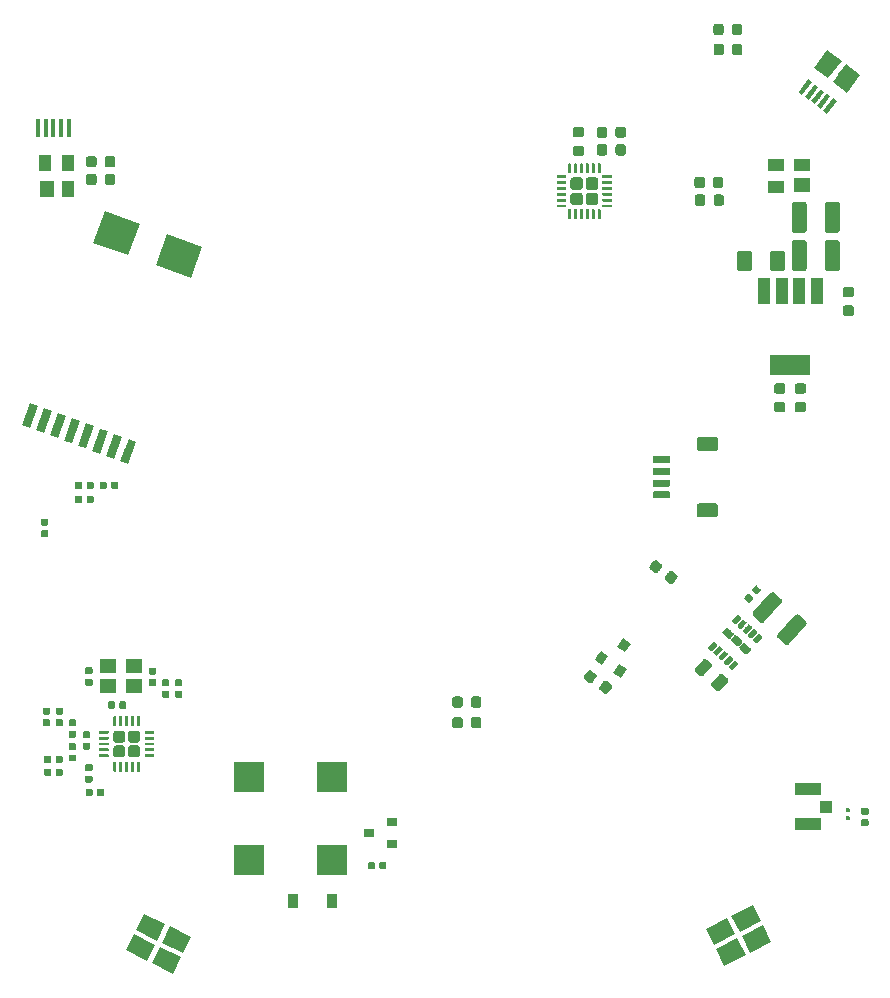
<source format=gtp>
G04 #@! TF.GenerationSoftware,KiCad,Pcbnew,5.1.4-e60b266~84~ubuntu18.04.1*
G04 #@! TF.CreationDate,2019-09-10T17:15:46-06:00*
G04 #@! TF.ProjectId,main_board_onion,6d61696e-5f62-46f6-9172-645f6f6e696f,rev?*
G04 #@! TF.SameCoordinates,Original*
G04 #@! TF.FileFunction,Paste,Top*
G04 #@! TF.FilePolarity,Positive*
%FSLAX46Y46*%
G04 Gerber Fmt 4.6, Leading zero omitted, Abs format (unit mm)*
G04 Created by KiCad (PCBNEW 5.1.4-e60b266~84~ubuntu18.04.1) date 2019-09-10 17:15:46*
%MOMM*%
%LPD*%
G04 APERTURE LIST*
%ADD10C,0.100000*%
%ADD11C,0.875000*%
%ADD12C,0.318000*%
%ADD13R,1.000000X1.400000*%
%ADD14R,1.200000X1.400000*%
%ADD15R,0.450000X1.500000*%
%ADD16C,0.590000*%
%ADD17R,0.900000X0.800000*%
%ADD18R,2.500000X2.500000*%
%ADD19R,0.900000X1.200000*%
%ADD20C,1.200000*%
%ADD21C,0.600000*%
%ADD22R,1.050000X1.000000*%
%ADD23R,2.200000X1.050000*%
%ADD24R,1.400000X1.200000*%
%ADD25C,1.540000*%
%ADD26C,1.010000*%
%ADD27C,0.250000*%
%ADD28C,1.500000*%
%ADD29C,0.400000*%
%ADD30C,2.800000*%
%ADD31C,0.700000*%
%ADD32R,1.000000X2.200000*%
%ADD33R,3.400000X1.800000*%
%ADD34C,0.450000*%
%ADD35C,0.650000*%
%ADD36C,1.050000*%
%ADD37C,0.800000*%
%ADD38R,1.400000X1.000000*%
%ADD39C,1.250000*%
%ADD40C,0.975000*%
G04 APERTURE END LIST*
D10*
G36*
X152527691Y-111026053D02*
G01*
X152548926Y-111029203D01*
X152569750Y-111034419D01*
X152589962Y-111041651D01*
X152609368Y-111050830D01*
X152627781Y-111061866D01*
X152645024Y-111074654D01*
X152660930Y-111089070D01*
X152675346Y-111104976D01*
X152688134Y-111122219D01*
X152699170Y-111140632D01*
X152708349Y-111160038D01*
X152715581Y-111180250D01*
X152720797Y-111201074D01*
X152723947Y-111222309D01*
X152725000Y-111243750D01*
X152725000Y-111756250D01*
X152723947Y-111777691D01*
X152720797Y-111798926D01*
X152715581Y-111819750D01*
X152708349Y-111839962D01*
X152699170Y-111859368D01*
X152688134Y-111877781D01*
X152675346Y-111895024D01*
X152660930Y-111910930D01*
X152645024Y-111925346D01*
X152627781Y-111938134D01*
X152609368Y-111949170D01*
X152589962Y-111958349D01*
X152569750Y-111965581D01*
X152548926Y-111970797D01*
X152527691Y-111973947D01*
X152506250Y-111975000D01*
X152068750Y-111975000D01*
X152047309Y-111973947D01*
X152026074Y-111970797D01*
X152005250Y-111965581D01*
X151985038Y-111958349D01*
X151965632Y-111949170D01*
X151947219Y-111938134D01*
X151929976Y-111925346D01*
X151914070Y-111910930D01*
X151899654Y-111895024D01*
X151886866Y-111877781D01*
X151875830Y-111859368D01*
X151866651Y-111839962D01*
X151859419Y-111819750D01*
X151854203Y-111798926D01*
X151851053Y-111777691D01*
X151850000Y-111756250D01*
X151850000Y-111243750D01*
X151851053Y-111222309D01*
X151854203Y-111201074D01*
X151859419Y-111180250D01*
X151866651Y-111160038D01*
X151875830Y-111140632D01*
X151886866Y-111122219D01*
X151899654Y-111104976D01*
X151914070Y-111089070D01*
X151929976Y-111074654D01*
X151947219Y-111061866D01*
X151965632Y-111050830D01*
X151985038Y-111041651D01*
X152005250Y-111034419D01*
X152026074Y-111029203D01*
X152047309Y-111026053D01*
X152068750Y-111025000D01*
X152506250Y-111025000D01*
X152527691Y-111026053D01*
X152527691Y-111026053D01*
G37*
D11*
X152287500Y-111500000D03*
D10*
G36*
X150952691Y-111026053D02*
G01*
X150973926Y-111029203D01*
X150994750Y-111034419D01*
X151014962Y-111041651D01*
X151034368Y-111050830D01*
X151052781Y-111061866D01*
X151070024Y-111074654D01*
X151085930Y-111089070D01*
X151100346Y-111104976D01*
X151113134Y-111122219D01*
X151124170Y-111140632D01*
X151133349Y-111160038D01*
X151140581Y-111180250D01*
X151145797Y-111201074D01*
X151148947Y-111222309D01*
X151150000Y-111243750D01*
X151150000Y-111756250D01*
X151148947Y-111777691D01*
X151145797Y-111798926D01*
X151140581Y-111819750D01*
X151133349Y-111839962D01*
X151124170Y-111859368D01*
X151113134Y-111877781D01*
X151100346Y-111895024D01*
X151085930Y-111910930D01*
X151070024Y-111925346D01*
X151052781Y-111938134D01*
X151034368Y-111949170D01*
X151014962Y-111958349D01*
X150994750Y-111965581D01*
X150973926Y-111970797D01*
X150952691Y-111973947D01*
X150931250Y-111975000D01*
X150493750Y-111975000D01*
X150472309Y-111973947D01*
X150451074Y-111970797D01*
X150430250Y-111965581D01*
X150410038Y-111958349D01*
X150390632Y-111949170D01*
X150372219Y-111938134D01*
X150354976Y-111925346D01*
X150339070Y-111910930D01*
X150324654Y-111895024D01*
X150311866Y-111877781D01*
X150300830Y-111859368D01*
X150291651Y-111839962D01*
X150284419Y-111819750D01*
X150279203Y-111798926D01*
X150276053Y-111777691D01*
X150275000Y-111756250D01*
X150275000Y-111243750D01*
X150276053Y-111222309D01*
X150279203Y-111201074D01*
X150284419Y-111180250D01*
X150291651Y-111160038D01*
X150300830Y-111140632D01*
X150311866Y-111122219D01*
X150324654Y-111104976D01*
X150339070Y-111089070D01*
X150354976Y-111074654D01*
X150372219Y-111061866D01*
X150390632Y-111050830D01*
X150410038Y-111041651D01*
X150430250Y-111034419D01*
X150451074Y-111029203D01*
X150472309Y-111026053D01*
X150493750Y-111025000D01*
X150931250Y-111025000D01*
X150952691Y-111026053D01*
X150952691Y-111026053D01*
G37*
D11*
X150712500Y-111500000D03*
D10*
G36*
X152527691Y-109276053D02*
G01*
X152548926Y-109279203D01*
X152569750Y-109284419D01*
X152589962Y-109291651D01*
X152609368Y-109300830D01*
X152627781Y-109311866D01*
X152645024Y-109324654D01*
X152660930Y-109339070D01*
X152675346Y-109354976D01*
X152688134Y-109372219D01*
X152699170Y-109390632D01*
X152708349Y-109410038D01*
X152715581Y-109430250D01*
X152720797Y-109451074D01*
X152723947Y-109472309D01*
X152725000Y-109493750D01*
X152725000Y-110006250D01*
X152723947Y-110027691D01*
X152720797Y-110048926D01*
X152715581Y-110069750D01*
X152708349Y-110089962D01*
X152699170Y-110109368D01*
X152688134Y-110127781D01*
X152675346Y-110145024D01*
X152660930Y-110160930D01*
X152645024Y-110175346D01*
X152627781Y-110188134D01*
X152609368Y-110199170D01*
X152589962Y-110208349D01*
X152569750Y-110215581D01*
X152548926Y-110220797D01*
X152527691Y-110223947D01*
X152506250Y-110225000D01*
X152068750Y-110225000D01*
X152047309Y-110223947D01*
X152026074Y-110220797D01*
X152005250Y-110215581D01*
X151985038Y-110208349D01*
X151965632Y-110199170D01*
X151947219Y-110188134D01*
X151929976Y-110175346D01*
X151914070Y-110160930D01*
X151899654Y-110145024D01*
X151886866Y-110127781D01*
X151875830Y-110109368D01*
X151866651Y-110089962D01*
X151859419Y-110069750D01*
X151854203Y-110048926D01*
X151851053Y-110027691D01*
X151850000Y-110006250D01*
X151850000Y-109493750D01*
X151851053Y-109472309D01*
X151854203Y-109451074D01*
X151859419Y-109430250D01*
X151866651Y-109410038D01*
X151875830Y-109390632D01*
X151886866Y-109372219D01*
X151899654Y-109354976D01*
X151914070Y-109339070D01*
X151929976Y-109324654D01*
X151947219Y-109311866D01*
X151965632Y-109300830D01*
X151985038Y-109291651D01*
X152005250Y-109284419D01*
X152026074Y-109279203D01*
X152047309Y-109276053D01*
X152068750Y-109275000D01*
X152506250Y-109275000D01*
X152527691Y-109276053D01*
X152527691Y-109276053D01*
G37*
D11*
X152287500Y-109750000D03*
D10*
G36*
X150952691Y-109276053D02*
G01*
X150973926Y-109279203D01*
X150994750Y-109284419D01*
X151014962Y-109291651D01*
X151034368Y-109300830D01*
X151052781Y-109311866D01*
X151070024Y-109324654D01*
X151085930Y-109339070D01*
X151100346Y-109354976D01*
X151113134Y-109372219D01*
X151124170Y-109390632D01*
X151133349Y-109410038D01*
X151140581Y-109430250D01*
X151145797Y-109451074D01*
X151148947Y-109472309D01*
X151150000Y-109493750D01*
X151150000Y-110006250D01*
X151148947Y-110027691D01*
X151145797Y-110048926D01*
X151140581Y-110069750D01*
X151133349Y-110089962D01*
X151124170Y-110109368D01*
X151113134Y-110127781D01*
X151100346Y-110145024D01*
X151085930Y-110160930D01*
X151070024Y-110175346D01*
X151052781Y-110188134D01*
X151034368Y-110199170D01*
X151014962Y-110208349D01*
X150994750Y-110215581D01*
X150973926Y-110220797D01*
X150952691Y-110223947D01*
X150931250Y-110225000D01*
X150493750Y-110225000D01*
X150472309Y-110223947D01*
X150451074Y-110220797D01*
X150430250Y-110215581D01*
X150410038Y-110208349D01*
X150390632Y-110199170D01*
X150372219Y-110188134D01*
X150354976Y-110175346D01*
X150339070Y-110160930D01*
X150324654Y-110145024D01*
X150311866Y-110127781D01*
X150300830Y-110109368D01*
X150291651Y-110089962D01*
X150284419Y-110069750D01*
X150279203Y-110048926D01*
X150276053Y-110027691D01*
X150275000Y-110006250D01*
X150275000Y-109493750D01*
X150276053Y-109472309D01*
X150279203Y-109451074D01*
X150284419Y-109430250D01*
X150291651Y-109410038D01*
X150300830Y-109390632D01*
X150311866Y-109372219D01*
X150324654Y-109354976D01*
X150339070Y-109339070D01*
X150354976Y-109324654D01*
X150372219Y-109311866D01*
X150390632Y-109300830D01*
X150410038Y-109291651D01*
X150430250Y-109284419D01*
X150451074Y-109279203D01*
X150472309Y-109276053D01*
X150493750Y-109275000D01*
X150931250Y-109275000D01*
X150952691Y-109276053D01*
X150952691Y-109276053D01*
G37*
D11*
X150712500Y-109750000D03*
D10*
G36*
X183858292Y-119436383D02*
G01*
X183866010Y-119437528D01*
X183873578Y-119439423D01*
X183880923Y-119442052D01*
X183887976Y-119445387D01*
X183894668Y-119449398D01*
X183900934Y-119454046D01*
X183906715Y-119459285D01*
X183911954Y-119465066D01*
X183916602Y-119471332D01*
X183920613Y-119478024D01*
X183923948Y-119485077D01*
X183926577Y-119492422D01*
X183928472Y-119499990D01*
X183929617Y-119507708D01*
X183930000Y-119515500D01*
X183930000Y-119674500D01*
X183929617Y-119682292D01*
X183928472Y-119690010D01*
X183926577Y-119697578D01*
X183923948Y-119704923D01*
X183920613Y-119711976D01*
X183916602Y-119718668D01*
X183911954Y-119724934D01*
X183906715Y-119730715D01*
X183900934Y-119735954D01*
X183894668Y-119740602D01*
X183887976Y-119744613D01*
X183880923Y-119747948D01*
X183873578Y-119750577D01*
X183866010Y-119752472D01*
X183858292Y-119753617D01*
X183850500Y-119754000D01*
X183649500Y-119754000D01*
X183641708Y-119753617D01*
X183633990Y-119752472D01*
X183626422Y-119750577D01*
X183619077Y-119747948D01*
X183612024Y-119744613D01*
X183605332Y-119740602D01*
X183599066Y-119735954D01*
X183593285Y-119730715D01*
X183588046Y-119724934D01*
X183583398Y-119718668D01*
X183579387Y-119711976D01*
X183576052Y-119704923D01*
X183573423Y-119697578D01*
X183571528Y-119690010D01*
X183570383Y-119682292D01*
X183570000Y-119674500D01*
X183570000Y-119515500D01*
X183570383Y-119507708D01*
X183571528Y-119499990D01*
X183573423Y-119492422D01*
X183576052Y-119485077D01*
X183579387Y-119478024D01*
X183583398Y-119471332D01*
X183588046Y-119465066D01*
X183593285Y-119459285D01*
X183599066Y-119454046D01*
X183605332Y-119449398D01*
X183612024Y-119445387D01*
X183619077Y-119442052D01*
X183626422Y-119439423D01*
X183633990Y-119437528D01*
X183641708Y-119436383D01*
X183649500Y-119436000D01*
X183850500Y-119436000D01*
X183858292Y-119436383D01*
X183858292Y-119436383D01*
G37*
D12*
X183750000Y-119595000D03*
D10*
G36*
X183858292Y-118746383D02*
G01*
X183866010Y-118747528D01*
X183873578Y-118749423D01*
X183880923Y-118752052D01*
X183887976Y-118755387D01*
X183894668Y-118759398D01*
X183900934Y-118764046D01*
X183906715Y-118769285D01*
X183911954Y-118775066D01*
X183916602Y-118781332D01*
X183920613Y-118788024D01*
X183923948Y-118795077D01*
X183926577Y-118802422D01*
X183928472Y-118809990D01*
X183929617Y-118817708D01*
X183930000Y-118825500D01*
X183930000Y-118984500D01*
X183929617Y-118992292D01*
X183928472Y-119000010D01*
X183926577Y-119007578D01*
X183923948Y-119014923D01*
X183920613Y-119021976D01*
X183916602Y-119028668D01*
X183911954Y-119034934D01*
X183906715Y-119040715D01*
X183900934Y-119045954D01*
X183894668Y-119050602D01*
X183887976Y-119054613D01*
X183880923Y-119057948D01*
X183873578Y-119060577D01*
X183866010Y-119062472D01*
X183858292Y-119063617D01*
X183850500Y-119064000D01*
X183649500Y-119064000D01*
X183641708Y-119063617D01*
X183633990Y-119062472D01*
X183626422Y-119060577D01*
X183619077Y-119057948D01*
X183612024Y-119054613D01*
X183605332Y-119050602D01*
X183599066Y-119045954D01*
X183593285Y-119040715D01*
X183588046Y-119034934D01*
X183583398Y-119028668D01*
X183579387Y-119021976D01*
X183576052Y-119014923D01*
X183573423Y-119007578D01*
X183571528Y-119000010D01*
X183570383Y-118992292D01*
X183570000Y-118984500D01*
X183570000Y-118825500D01*
X183570383Y-118817708D01*
X183571528Y-118809990D01*
X183573423Y-118802422D01*
X183576052Y-118795077D01*
X183579387Y-118788024D01*
X183583398Y-118781332D01*
X183588046Y-118775066D01*
X183593285Y-118769285D01*
X183599066Y-118764046D01*
X183605332Y-118759398D01*
X183612024Y-118755387D01*
X183619077Y-118752052D01*
X183626422Y-118749423D01*
X183633990Y-118747528D01*
X183641708Y-118746383D01*
X183649500Y-118746000D01*
X183850500Y-118746000D01*
X183858292Y-118746383D01*
X183858292Y-118746383D01*
G37*
D12*
X183750000Y-118905000D03*
D10*
G36*
X121527691Y-65026053D02*
G01*
X121548926Y-65029203D01*
X121569750Y-65034419D01*
X121589962Y-65041651D01*
X121609368Y-65050830D01*
X121627781Y-65061866D01*
X121645024Y-65074654D01*
X121660930Y-65089070D01*
X121675346Y-65104976D01*
X121688134Y-65122219D01*
X121699170Y-65140632D01*
X121708349Y-65160038D01*
X121715581Y-65180250D01*
X121720797Y-65201074D01*
X121723947Y-65222309D01*
X121725000Y-65243750D01*
X121725000Y-65756250D01*
X121723947Y-65777691D01*
X121720797Y-65798926D01*
X121715581Y-65819750D01*
X121708349Y-65839962D01*
X121699170Y-65859368D01*
X121688134Y-65877781D01*
X121675346Y-65895024D01*
X121660930Y-65910930D01*
X121645024Y-65925346D01*
X121627781Y-65938134D01*
X121609368Y-65949170D01*
X121589962Y-65958349D01*
X121569750Y-65965581D01*
X121548926Y-65970797D01*
X121527691Y-65973947D01*
X121506250Y-65975000D01*
X121068750Y-65975000D01*
X121047309Y-65973947D01*
X121026074Y-65970797D01*
X121005250Y-65965581D01*
X120985038Y-65958349D01*
X120965632Y-65949170D01*
X120947219Y-65938134D01*
X120929976Y-65925346D01*
X120914070Y-65910930D01*
X120899654Y-65895024D01*
X120886866Y-65877781D01*
X120875830Y-65859368D01*
X120866651Y-65839962D01*
X120859419Y-65819750D01*
X120854203Y-65798926D01*
X120851053Y-65777691D01*
X120850000Y-65756250D01*
X120850000Y-65243750D01*
X120851053Y-65222309D01*
X120854203Y-65201074D01*
X120859419Y-65180250D01*
X120866651Y-65160038D01*
X120875830Y-65140632D01*
X120886866Y-65122219D01*
X120899654Y-65104976D01*
X120914070Y-65089070D01*
X120929976Y-65074654D01*
X120947219Y-65061866D01*
X120965632Y-65050830D01*
X120985038Y-65041651D01*
X121005250Y-65034419D01*
X121026074Y-65029203D01*
X121047309Y-65026053D01*
X121068750Y-65025000D01*
X121506250Y-65025000D01*
X121527691Y-65026053D01*
X121527691Y-65026053D01*
G37*
D11*
X121287500Y-65500000D03*
D10*
G36*
X119952691Y-65026053D02*
G01*
X119973926Y-65029203D01*
X119994750Y-65034419D01*
X120014962Y-65041651D01*
X120034368Y-65050830D01*
X120052781Y-65061866D01*
X120070024Y-65074654D01*
X120085930Y-65089070D01*
X120100346Y-65104976D01*
X120113134Y-65122219D01*
X120124170Y-65140632D01*
X120133349Y-65160038D01*
X120140581Y-65180250D01*
X120145797Y-65201074D01*
X120148947Y-65222309D01*
X120150000Y-65243750D01*
X120150000Y-65756250D01*
X120148947Y-65777691D01*
X120145797Y-65798926D01*
X120140581Y-65819750D01*
X120133349Y-65839962D01*
X120124170Y-65859368D01*
X120113134Y-65877781D01*
X120100346Y-65895024D01*
X120085930Y-65910930D01*
X120070024Y-65925346D01*
X120052781Y-65938134D01*
X120034368Y-65949170D01*
X120014962Y-65958349D01*
X119994750Y-65965581D01*
X119973926Y-65970797D01*
X119952691Y-65973947D01*
X119931250Y-65975000D01*
X119493750Y-65975000D01*
X119472309Y-65973947D01*
X119451074Y-65970797D01*
X119430250Y-65965581D01*
X119410038Y-65958349D01*
X119390632Y-65949170D01*
X119372219Y-65938134D01*
X119354976Y-65925346D01*
X119339070Y-65910930D01*
X119324654Y-65895024D01*
X119311866Y-65877781D01*
X119300830Y-65859368D01*
X119291651Y-65839962D01*
X119284419Y-65819750D01*
X119279203Y-65798926D01*
X119276053Y-65777691D01*
X119275000Y-65756250D01*
X119275000Y-65243750D01*
X119276053Y-65222309D01*
X119279203Y-65201074D01*
X119284419Y-65180250D01*
X119291651Y-65160038D01*
X119300830Y-65140632D01*
X119311866Y-65122219D01*
X119324654Y-65104976D01*
X119339070Y-65089070D01*
X119354976Y-65074654D01*
X119372219Y-65061866D01*
X119390632Y-65050830D01*
X119410038Y-65041651D01*
X119430250Y-65034419D01*
X119451074Y-65029203D01*
X119472309Y-65026053D01*
X119493750Y-65025000D01*
X119931250Y-65025000D01*
X119952691Y-65026053D01*
X119952691Y-65026053D01*
G37*
D11*
X119712500Y-65500000D03*
D10*
G36*
X121527691Y-63526053D02*
G01*
X121548926Y-63529203D01*
X121569750Y-63534419D01*
X121589962Y-63541651D01*
X121609368Y-63550830D01*
X121627781Y-63561866D01*
X121645024Y-63574654D01*
X121660930Y-63589070D01*
X121675346Y-63604976D01*
X121688134Y-63622219D01*
X121699170Y-63640632D01*
X121708349Y-63660038D01*
X121715581Y-63680250D01*
X121720797Y-63701074D01*
X121723947Y-63722309D01*
X121725000Y-63743750D01*
X121725000Y-64256250D01*
X121723947Y-64277691D01*
X121720797Y-64298926D01*
X121715581Y-64319750D01*
X121708349Y-64339962D01*
X121699170Y-64359368D01*
X121688134Y-64377781D01*
X121675346Y-64395024D01*
X121660930Y-64410930D01*
X121645024Y-64425346D01*
X121627781Y-64438134D01*
X121609368Y-64449170D01*
X121589962Y-64458349D01*
X121569750Y-64465581D01*
X121548926Y-64470797D01*
X121527691Y-64473947D01*
X121506250Y-64475000D01*
X121068750Y-64475000D01*
X121047309Y-64473947D01*
X121026074Y-64470797D01*
X121005250Y-64465581D01*
X120985038Y-64458349D01*
X120965632Y-64449170D01*
X120947219Y-64438134D01*
X120929976Y-64425346D01*
X120914070Y-64410930D01*
X120899654Y-64395024D01*
X120886866Y-64377781D01*
X120875830Y-64359368D01*
X120866651Y-64339962D01*
X120859419Y-64319750D01*
X120854203Y-64298926D01*
X120851053Y-64277691D01*
X120850000Y-64256250D01*
X120850000Y-63743750D01*
X120851053Y-63722309D01*
X120854203Y-63701074D01*
X120859419Y-63680250D01*
X120866651Y-63660038D01*
X120875830Y-63640632D01*
X120886866Y-63622219D01*
X120899654Y-63604976D01*
X120914070Y-63589070D01*
X120929976Y-63574654D01*
X120947219Y-63561866D01*
X120965632Y-63550830D01*
X120985038Y-63541651D01*
X121005250Y-63534419D01*
X121026074Y-63529203D01*
X121047309Y-63526053D01*
X121068750Y-63525000D01*
X121506250Y-63525000D01*
X121527691Y-63526053D01*
X121527691Y-63526053D01*
G37*
D11*
X121287500Y-64000000D03*
D10*
G36*
X119952691Y-63526053D02*
G01*
X119973926Y-63529203D01*
X119994750Y-63534419D01*
X120014962Y-63541651D01*
X120034368Y-63550830D01*
X120052781Y-63561866D01*
X120070024Y-63574654D01*
X120085930Y-63589070D01*
X120100346Y-63604976D01*
X120113134Y-63622219D01*
X120124170Y-63640632D01*
X120133349Y-63660038D01*
X120140581Y-63680250D01*
X120145797Y-63701074D01*
X120148947Y-63722309D01*
X120150000Y-63743750D01*
X120150000Y-64256250D01*
X120148947Y-64277691D01*
X120145797Y-64298926D01*
X120140581Y-64319750D01*
X120133349Y-64339962D01*
X120124170Y-64359368D01*
X120113134Y-64377781D01*
X120100346Y-64395024D01*
X120085930Y-64410930D01*
X120070024Y-64425346D01*
X120052781Y-64438134D01*
X120034368Y-64449170D01*
X120014962Y-64458349D01*
X119994750Y-64465581D01*
X119973926Y-64470797D01*
X119952691Y-64473947D01*
X119931250Y-64475000D01*
X119493750Y-64475000D01*
X119472309Y-64473947D01*
X119451074Y-64470797D01*
X119430250Y-64465581D01*
X119410038Y-64458349D01*
X119390632Y-64449170D01*
X119372219Y-64438134D01*
X119354976Y-64425346D01*
X119339070Y-64410930D01*
X119324654Y-64395024D01*
X119311866Y-64377781D01*
X119300830Y-64359368D01*
X119291651Y-64339962D01*
X119284419Y-64319750D01*
X119279203Y-64298926D01*
X119276053Y-64277691D01*
X119275000Y-64256250D01*
X119275000Y-63743750D01*
X119276053Y-63722309D01*
X119279203Y-63701074D01*
X119284419Y-63680250D01*
X119291651Y-63660038D01*
X119300830Y-63640632D01*
X119311866Y-63622219D01*
X119324654Y-63604976D01*
X119339070Y-63589070D01*
X119354976Y-63574654D01*
X119372219Y-63561866D01*
X119390632Y-63550830D01*
X119410038Y-63541651D01*
X119430250Y-63534419D01*
X119451074Y-63529203D01*
X119472309Y-63526053D01*
X119493750Y-63525000D01*
X119931250Y-63525000D01*
X119952691Y-63526053D01*
X119952691Y-63526053D01*
G37*
D11*
X119712500Y-64000000D03*
D13*
X115800000Y-64130000D03*
X117700000Y-64130000D03*
X117700000Y-66330000D03*
D14*
X115980000Y-66330000D03*
D15*
X115200000Y-61150000D03*
X115850000Y-61150000D03*
X116500000Y-61150000D03*
X117150000Y-61150000D03*
X117800000Y-61150000D03*
D10*
G36*
X144561958Y-123280710D02*
G01*
X144576276Y-123282834D01*
X144590317Y-123286351D01*
X144603946Y-123291228D01*
X144617031Y-123297417D01*
X144629447Y-123304858D01*
X144641073Y-123313481D01*
X144651798Y-123323202D01*
X144661519Y-123333927D01*
X144670142Y-123345553D01*
X144677583Y-123357969D01*
X144683772Y-123371054D01*
X144688649Y-123384683D01*
X144692166Y-123398724D01*
X144694290Y-123413042D01*
X144695000Y-123427500D01*
X144695000Y-123772500D01*
X144694290Y-123786958D01*
X144692166Y-123801276D01*
X144688649Y-123815317D01*
X144683772Y-123828946D01*
X144677583Y-123842031D01*
X144670142Y-123854447D01*
X144661519Y-123866073D01*
X144651798Y-123876798D01*
X144641073Y-123886519D01*
X144629447Y-123895142D01*
X144617031Y-123902583D01*
X144603946Y-123908772D01*
X144590317Y-123913649D01*
X144576276Y-123917166D01*
X144561958Y-123919290D01*
X144547500Y-123920000D01*
X144252500Y-123920000D01*
X144238042Y-123919290D01*
X144223724Y-123917166D01*
X144209683Y-123913649D01*
X144196054Y-123908772D01*
X144182969Y-123902583D01*
X144170553Y-123895142D01*
X144158927Y-123886519D01*
X144148202Y-123876798D01*
X144138481Y-123866073D01*
X144129858Y-123854447D01*
X144122417Y-123842031D01*
X144116228Y-123828946D01*
X144111351Y-123815317D01*
X144107834Y-123801276D01*
X144105710Y-123786958D01*
X144105000Y-123772500D01*
X144105000Y-123427500D01*
X144105710Y-123413042D01*
X144107834Y-123398724D01*
X144111351Y-123384683D01*
X144116228Y-123371054D01*
X144122417Y-123357969D01*
X144129858Y-123345553D01*
X144138481Y-123333927D01*
X144148202Y-123323202D01*
X144158927Y-123313481D01*
X144170553Y-123304858D01*
X144182969Y-123297417D01*
X144196054Y-123291228D01*
X144209683Y-123286351D01*
X144223724Y-123282834D01*
X144238042Y-123280710D01*
X144252500Y-123280000D01*
X144547500Y-123280000D01*
X144561958Y-123280710D01*
X144561958Y-123280710D01*
G37*
D16*
X144400000Y-123600000D03*
D10*
G36*
X143591958Y-123280710D02*
G01*
X143606276Y-123282834D01*
X143620317Y-123286351D01*
X143633946Y-123291228D01*
X143647031Y-123297417D01*
X143659447Y-123304858D01*
X143671073Y-123313481D01*
X143681798Y-123323202D01*
X143691519Y-123333927D01*
X143700142Y-123345553D01*
X143707583Y-123357969D01*
X143713772Y-123371054D01*
X143718649Y-123384683D01*
X143722166Y-123398724D01*
X143724290Y-123413042D01*
X143725000Y-123427500D01*
X143725000Y-123772500D01*
X143724290Y-123786958D01*
X143722166Y-123801276D01*
X143718649Y-123815317D01*
X143713772Y-123828946D01*
X143707583Y-123842031D01*
X143700142Y-123854447D01*
X143691519Y-123866073D01*
X143681798Y-123876798D01*
X143671073Y-123886519D01*
X143659447Y-123895142D01*
X143647031Y-123902583D01*
X143633946Y-123908772D01*
X143620317Y-123913649D01*
X143606276Y-123917166D01*
X143591958Y-123919290D01*
X143577500Y-123920000D01*
X143282500Y-123920000D01*
X143268042Y-123919290D01*
X143253724Y-123917166D01*
X143239683Y-123913649D01*
X143226054Y-123908772D01*
X143212969Y-123902583D01*
X143200553Y-123895142D01*
X143188927Y-123886519D01*
X143178202Y-123876798D01*
X143168481Y-123866073D01*
X143159858Y-123854447D01*
X143152417Y-123842031D01*
X143146228Y-123828946D01*
X143141351Y-123815317D01*
X143137834Y-123801276D01*
X143135710Y-123786958D01*
X143135000Y-123772500D01*
X143135000Y-123427500D01*
X143135710Y-123413042D01*
X143137834Y-123398724D01*
X143141351Y-123384683D01*
X143146228Y-123371054D01*
X143152417Y-123357969D01*
X143159858Y-123345553D01*
X143168481Y-123333927D01*
X143178202Y-123323202D01*
X143188927Y-123313481D01*
X143200553Y-123304858D01*
X143212969Y-123297417D01*
X143226054Y-123291228D01*
X143239683Y-123286351D01*
X143253724Y-123282834D01*
X143268042Y-123280710D01*
X143282500Y-123280000D01*
X143577500Y-123280000D01*
X143591958Y-123280710D01*
X143591958Y-123280710D01*
G37*
D16*
X143430000Y-123600000D03*
D10*
G36*
X126186958Y-107820710D02*
G01*
X126201276Y-107822834D01*
X126215317Y-107826351D01*
X126228946Y-107831228D01*
X126242031Y-107837417D01*
X126254447Y-107844858D01*
X126266073Y-107853481D01*
X126276798Y-107863202D01*
X126286519Y-107873927D01*
X126295142Y-107885553D01*
X126302583Y-107897969D01*
X126308772Y-107911054D01*
X126313649Y-107924683D01*
X126317166Y-107938724D01*
X126319290Y-107953042D01*
X126320000Y-107967500D01*
X126320000Y-108262500D01*
X126319290Y-108276958D01*
X126317166Y-108291276D01*
X126313649Y-108305317D01*
X126308772Y-108318946D01*
X126302583Y-108332031D01*
X126295142Y-108344447D01*
X126286519Y-108356073D01*
X126276798Y-108366798D01*
X126266073Y-108376519D01*
X126254447Y-108385142D01*
X126242031Y-108392583D01*
X126228946Y-108398772D01*
X126215317Y-108403649D01*
X126201276Y-108407166D01*
X126186958Y-108409290D01*
X126172500Y-108410000D01*
X125827500Y-108410000D01*
X125813042Y-108409290D01*
X125798724Y-108407166D01*
X125784683Y-108403649D01*
X125771054Y-108398772D01*
X125757969Y-108392583D01*
X125745553Y-108385142D01*
X125733927Y-108376519D01*
X125723202Y-108366798D01*
X125713481Y-108356073D01*
X125704858Y-108344447D01*
X125697417Y-108332031D01*
X125691228Y-108318946D01*
X125686351Y-108305317D01*
X125682834Y-108291276D01*
X125680710Y-108276958D01*
X125680000Y-108262500D01*
X125680000Y-107967500D01*
X125680710Y-107953042D01*
X125682834Y-107938724D01*
X125686351Y-107924683D01*
X125691228Y-107911054D01*
X125697417Y-107897969D01*
X125704858Y-107885553D01*
X125713481Y-107873927D01*
X125723202Y-107863202D01*
X125733927Y-107853481D01*
X125745553Y-107844858D01*
X125757969Y-107837417D01*
X125771054Y-107831228D01*
X125784683Y-107826351D01*
X125798724Y-107822834D01*
X125813042Y-107820710D01*
X125827500Y-107820000D01*
X126172500Y-107820000D01*
X126186958Y-107820710D01*
X126186958Y-107820710D01*
G37*
D16*
X126000000Y-108115000D03*
D10*
G36*
X126186958Y-108790710D02*
G01*
X126201276Y-108792834D01*
X126215317Y-108796351D01*
X126228946Y-108801228D01*
X126242031Y-108807417D01*
X126254447Y-108814858D01*
X126266073Y-108823481D01*
X126276798Y-108833202D01*
X126286519Y-108843927D01*
X126295142Y-108855553D01*
X126302583Y-108867969D01*
X126308772Y-108881054D01*
X126313649Y-108894683D01*
X126317166Y-108908724D01*
X126319290Y-108923042D01*
X126320000Y-108937500D01*
X126320000Y-109232500D01*
X126319290Y-109246958D01*
X126317166Y-109261276D01*
X126313649Y-109275317D01*
X126308772Y-109288946D01*
X126302583Y-109302031D01*
X126295142Y-109314447D01*
X126286519Y-109326073D01*
X126276798Y-109336798D01*
X126266073Y-109346519D01*
X126254447Y-109355142D01*
X126242031Y-109362583D01*
X126228946Y-109368772D01*
X126215317Y-109373649D01*
X126201276Y-109377166D01*
X126186958Y-109379290D01*
X126172500Y-109380000D01*
X125827500Y-109380000D01*
X125813042Y-109379290D01*
X125798724Y-109377166D01*
X125784683Y-109373649D01*
X125771054Y-109368772D01*
X125757969Y-109362583D01*
X125745553Y-109355142D01*
X125733927Y-109346519D01*
X125723202Y-109336798D01*
X125713481Y-109326073D01*
X125704858Y-109314447D01*
X125697417Y-109302031D01*
X125691228Y-109288946D01*
X125686351Y-109275317D01*
X125682834Y-109261276D01*
X125680710Y-109246958D01*
X125680000Y-109232500D01*
X125680000Y-108937500D01*
X125680710Y-108923042D01*
X125682834Y-108908724D01*
X125686351Y-108894683D01*
X125691228Y-108881054D01*
X125697417Y-108867969D01*
X125704858Y-108855553D01*
X125713481Y-108843927D01*
X125723202Y-108833202D01*
X125733927Y-108823481D01*
X125745553Y-108814858D01*
X125757969Y-108807417D01*
X125771054Y-108801228D01*
X125784683Y-108796351D01*
X125798724Y-108792834D01*
X125813042Y-108790710D01*
X125827500Y-108790000D01*
X126172500Y-108790000D01*
X126186958Y-108790710D01*
X126186958Y-108790710D01*
G37*
D16*
X126000000Y-109085000D03*
D10*
G36*
X127286958Y-107820710D02*
G01*
X127301276Y-107822834D01*
X127315317Y-107826351D01*
X127328946Y-107831228D01*
X127342031Y-107837417D01*
X127354447Y-107844858D01*
X127366073Y-107853481D01*
X127376798Y-107863202D01*
X127386519Y-107873927D01*
X127395142Y-107885553D01*
X127402583Y-107897969D01*
X127408772Y-107911054D01*
X127413649Y-107924683D01*
X127417166Y-107938724D01*
X127419290Y-107953042D01*
X127420000Y-107967500D01*
X127420000Y-108262500D01*
X127419290Y-108276958D01*
X127417166Y-108291276D01*
X127413649Y-108305317D01*
X127408772Y-108318946D01*
X127402583Y-108332031D01*
X127395142Y-108344447D01*
X127386519Y-108356073D01*
X127376798Y-108366798D01*
X127366073Y-108376519D01*
X127354447Y-108385142D01*
X127342031Y-108392583D01*
X127328946Y-108398772D01*
X127315317Y-108403649D01*
X127301276Y-108407166D01*
X127286958Y-108409290D01*
X127272500Y-108410000D01*
X126927500Y-108410000D01*
X126913042Y-108409290D01*
X126898724Y-108407166D01*
X126884683Y-108403649D01*
X126871054Y-108398772D01*
X126857969Y-108392583D01*
X126845553Y-108385142D01*
X126833927Y-108376519D01*
X126823202Y-108366798D01*
X126813481Y-108356073D01*
X126804858Y-108344447D01*
X126797417Y-108332031D01*
X126791228Y-108318946D01*
X126786351Y-108305317D01*
X126782834Y-108291276D01*
X126780710Y-108276958D01*
X126780000Y-108262500D01*
X126780000Y-107967500D01*
X126780710Y-107953042D01*
X126782834Y-107938724D01*
X126786351Y-107924683D01*
X126791228Y-107911054D01*
X126797417Y-107897969D01*
X126804858Y-107885553D01*
X126813481Y-107873927D01*
X126823202Y-107863202D01*
X126833927Y-107853481D01*
X126845553Y-107844858D01*
X126857969Y-107837417D01*
X126871054Y-107831228D01*
X126884683Y-107826351D01*
X126898724Y-107822834D01*
X126913042Y-107820710D01*
X126927500Y-107820000D01*
X127272500Y-107820000D01*
X127286958Y-107820710D01*
X127286958Y-107820710D01*
G37*
D16*
X127100000Y-108115000D03*
D10*
G36*
X127286958Y-108790710D02*
G01*
X127301276Y-108792834D01*
X127315317Y-108796351D01*
X127328946Y-108801228D01*
X127342031Y-108807417D01*
X127354447Y-108814858D01*
X127366073Y-108823481D01*
X127376798Y-108833202D01*
X127386519Y-108843927D01*
X127395142Y-108855553D01*
X127402583Y-108867969D01*
X127408772Y-108881054D01*
X127413649Y-108894683D01*
X127417166Y-108908724D01*
X127419290Y-108923042D01*
X127420000Y-108937500D01*
X127420000Y-109232500D01*
X127419290Y-109246958D01*
X127417166Y-109261276D01*
X127413649Y-109275317D01*
X127408772Y-109288946D01*
X127402583Y-109302031D01*
X127395142Y-109314447D01*
X127386519Y-109326073D01*
X127376798Y-109336798D01*
X127366073Y-109346519D01*
X127354447Y-109355142D01*
X127342031Y-109362583D01*
X127328946Y-109368772D01*
X127315317Y-109373649D01*
X127301276Y-109377166D01*
X127286958Y-109379290D01*
X127272500Y-109380000D01*
X126927500Y-109380000D01*
X126913042Y-109379290D01*
X126898724Y-109377166D01*
X126884683Y-109373649D01*
X126871054Y-109368772D01*
X126857969Y-109362583D01*
X126845553Y-109355142D01*
X126833927Y-109346519D01*
X126823202Y-109336798D01*
X126813481Y-109326073D01*
X126804858Y-109314447D01*
X126797417Y-109302031D01*
X126791228Y-109288946D01*
X126786351Y-109275317D01*
X126782834Y-109261276D01*
X126780710Y-109246958D01*
X126780000Y-109232500D01*
X126780000Y-108937500D01*
X126780710Y-108923042D01*
X126782834Y-108908724D01*
X126786351Y-108894683D01*
X126791228Y-108881054D01*
X126797417Y-108867969D01*
X126804858Y-108855553D01*
X126813481Y-108843927D01*
X126823202Y-108833202D01*
X126833927Y-108823481D01*
X126845553Y-108814858D01*
X126857969Y-108807417D01*
X126871054Y-108801228D01*
X126884683Y-108796351D01*
X126898724Y-108792834D01*
X126913042Y-108790710D01*
X126927500Y-108790000D01*
X127272500Y-108790000D01*
X127286958Y-108790710D01*
X127286958Y-108790710D01*
G37*
D16*
X127100000Y-109085000D03*
D10*
G36*
X116176958Y-115380710D02*
G01*
X116191276Y-115382834D01*
X116205317Y-115386351D01*
X116218946Y-115391228D01*
X116232031Y-115397417D01*
X116244447Y-115404858D01*
X116256073Y-115413481D01*
X116266798Y-115423202D01*
X116276519Y-115433927D01*
X116285142Y-115445553D01*
X116292583Y-115457969D01*
X116298772Y-115471054D01*
X116303649Y-115484683D01*
X116307166Y-115498724D01*
X116309290Y-115513042D01*
X116310000Y-115527500D01*
X116310000Y-115872500D01*
X116309290Y-115886958D01*
X116307166Y-115901276D01*
X116303649Y-115915317D01*
X116298772Y-115928946D01*
X116292583Y-115942031D01*
X116285142Y-115954447D01*
X116276519Y-115966073D01*
X116266798Y-115976798D01*
X116256073Y-115986519D01*
X116244447Y-115995142D01*
X116232031Y-116002583D01*
X116218946Y-116008772D01*
X116205317Y-116013649D01*
X116191276Y-116017166D01*
X116176958Y-116019290D01*
X116162500Y-116020000D01*
X115867500Y-116020000D01*
X115853042Y-116019290D01*
X115838724Y-116017166D01*
X115824683Y-116013649D01*
X115811054Y-116008772D01*
X115797969Y-116002583D01*
X115785553Y-115995142D01*
X115773927Y-115986519D01*
X115763202Y-115976798D01*
X115753481Y-115966073D01*
X115744858Y-115954447D01*
X115737417Y-115942031D01*
X115731228Y-115928946D01*
X115726351Y-115915317D01*
X115722834Y-115901276D01*
X115720710Y-115886958D01*
X115720000Y-115872500D01*
X115720000Y-115527500D01*
X115720710Y-115513042D01*
X115722834Y-115498724D01*
X115726351Y-115484683D01*
X115731228Y-115471054D01*
X115737417Y-115457969D01*
X115744858Y-115445553D01*
X115753481Y-115433927D01*
X115763202Y-115423202D01*
X115773927Y-115413481D01*
X115785553Y-115404858D01*
X115797969Y-115397417D01*
X115811054Y-115391228D01*
X115824683Y-115386351D01*
X115838724Y-115382834D01*
X115853042Y-115380710D01*
X115867500Y-115380000D01*
X116162500Y-115380000D01*
X116176958Y-115380710D01*
X116176958Y-115380710D01*
G37*
D16*
X116015000Y-115700000D03*
D10*
G36*
X117146958Y-115380710D02*
G01*
X117161276Y-115382834D01*
X117175317Y-115386351D01*
X117188946Y-115391228D01*
X117202031Y-115397417D01*
X117214447Y-115404858D01*
X117226073Y-115413481D01*
X117236798Y-115423202D01*
X117246519Y-115433927D01*
X117255142Y-115445553D01*
X117262583Y-115457969D01*
X117268772Y-115471054D01*
X117273649Y-115484683D01*
X117277166Y-115498724D01*
X117279290Y-115513042D01*
X117280000Y-115527500D01*
X117280000Y-115872500D01*
X117279290Y-115886958D01*
X117277166Y-115901276D01*
X117273649Y-115915317D01*
X117268772Y-115928946D01*
X117262583Y-115942031D01*
X117255142Y-115954447D01*
X117246519Y-115966073D01*
X117236798Y-115976798D01*
X117226073Y-115986519D01*
X117214447Y-115995142D01*
X117202031Y-116002583D01*
X117188946Y-116008772D01*
X117175317Y-116013649D01*
X117161276Y-116017166D01*
X117146958Y-116019290D01*
X117132500Y-116020000D01*
X116837500Y-116020000D01*
X116823042Y-116019290D01*
X116808724Y-116017166D01*
X116794683Y-116013649D01*
X116781054Y-116008772D01*
X116767969Y-116002583D01*
X116755553Y-115995142D01*
X116743927Y-115986519D01*
X116733202Y-115976798D01*
X116723481Y-115966073D01*
X116714858Y-115954447D01*
X116707417Y-115942031D01*
X116701228Y-115928946D01*
X116696351Y-115915317D01*
X116692834Y-115901276D01*
X116690710Y-115886958D01*
X116690000Y-115872500D01*
X116690000Y-115527500D01*
X116690710Y-115513042D01*
X116692834Y-115498724D01*
X116696351Y-115484683D01*
X116701228Y-115471054D01*
X116707417Y-115457969D01*
X116714858Y-115445553D01*
X116723481Y-115433927D01*
X116733202Y-115423202D01*
X116743927Y-115413481D01*
X116755553Y-115404858D01*
X116767969Y-115397417D01*
X116781054Y-115391228D01*
X116794683Y-115386351D01*
X116808724Y-115382834D01*
X116823042Y-115380710D01*
X116837500Y-115380000D01*
X117132500Y-115380000D01*
X117146958Y-115380710D01*
X117146958Y-115380710D01*
G37*
D16*
X116985000Y-115700000D03*
D10*
G36*
X116086958Y-110220710D02*
G01*
X116101276Y-110222834D01*
X116115317Y-110226351D01*
X116128946Y-110231228D01*
X116142031Y-110237417D01*
X116154447Y-110244858D01*
X116166073Y-110253481D01*
X116176798Y-110263202D01*
X116186519Y-110273927D01*
X116195142Y-110285553D01*
X116202583Y-110297969D01*
X116208772Y-110311054D01*
X116213649Y-110324683D01*
X116217166Y-110338724D01*
X116219290Y-110353042D01*
X116220000Y-110367500D01*
X116220000Y-110662500D01*
X116219290Y-110676958D01*
X116217166Y-110691276D01*
X116213649Y-110705317D01*
X116208772Y-110718946D01*
X116202583Y-110732031D01*
X116195142Y-110744447D01*
X116186519Y-110756073D01*
X116176798Y-110766798D01*
X116166073Y-110776519D01*
X116154447Y-110785142D01*
X116142031Y-110792583D01*
X116128946Y-110798772D01*
X116115317Y-110803649D01*
X116101276Y-110807166D01*
X116086958Y-110809290D01*
X116072500Y-110810000D01*
X115727500Y-110810000D01*
X115713042Y-110809290D01*
X115698724Y-110807166D01*
X115684683Y-110803649D01*
X115671054Y-110798772D01*
X115657969Y-110792583D01*
X115645553Y-110785142D01*
X115633927Y-110776519D01*
X115623202Y-110766798D01*
X115613481Y-110756073D01*
X115604858Y-110744447D01*
X115597417Y-110732031D01*
X115591228Y-110718946D01*
X115586351Y-110705317D01*
X115582834Y-110691276D01*
X115580710Y-110676958D01*
X115580000Y-110662500D01*
X115580000Y-110367500D01*
X115580710Y-110353042D01*
X115582834Y-110338724D01*
X115586351Y-110324683D01*
X115591228Y-110311054D01*
X115597417Y-110297969D01*
X115604858Y-110285553D01*
X115613481Y-110273927D01*
X115623202Y-110263202D01*
X115633927Y-110253481D01*
X115645553Y-110244858D01*
X115657969Y-110237417D01*
X115671054Y-110231228D01*
X115684683Y-110226351D01*
X115698724Y-110222834D01*
X115713042Y-110220710D01*
X115727500Y-110220000D01*
X116072500Y-110220000D01*
X116086958Y-110220710D01*
X116086958Y-110220710D01*
G37*
D16*
X115900000Y-110515000D03*
D10*
G36*
X116086958Y-111190710D02*
G01*
X116101276Y-111192834D01*
X116115317Y-111196351D01*
X116128946Y-111201228D01*
X116142031Y-111207417D01*
X116154447Y-111214858D01*
X116166073Y-111223481D01*
X116176798Y-111233202D01*
X116186519Y-111243927D01*
X116195142Y-111255553D01*
X116202583Y-111267969D01*
X116208772Y-111281054D01*
X116213649Y-111294683D01*
X116217166Y-111308724D01*
X116219290Y-111323042D01*
X116220000Y-111337500D01*
X116220000Y-111632500D01*
X116219290Y-111646958D01*
X116217166Y-111661276D01*
X116213649Y-111675317D01*
X116208772Y-111688946D01*
X116202583Y-111702031D01*
X116195142Y-111714447D01*
X116186519Y-111726073D01*
X116176798Y-111736798D01*
X116166073Y-111746519D01*
X116154447Y-111755142D01*
X116142031Y-111762583D01*
X116128946Y-111768772D01*
X116115317Y-111773649D01*
X116101276Y-111777166D01*
X116086958Y-111779290D01*
X116072500Y-111780000D01*
X115727500Y-111780000D01*
X115713042Y-111779290D01*
X115698724Y-111777166D01*
X115684683Y-111773649D01*
X115671054Y-111768772D01*
X115657969Y-111762583D01*
X115645553Y-111755142D01*
X115633927Y-111746519D01*
X115623202Y-111736798D01*
X115613481Y-111726073D01*
X115604858Y-111714447D01*
X115597417Y-111702031D01*
X115591228Y-111688946D01*
X115586351Y-111675317D01*
X115582834Y-111661276D01*
X115580710Y-111646958D01*
X115580000Y-111632500D01*
X115580000Y-111337500D01*
X115580710Y-111323042D01*
X115582834Y-111308724D01*
X115586351Y-111294683D01*
X115591228Y-111281054D01*
X115597417Y-111267969D01*
X115604858Y-111255553D01*
X115613481Y-111243927D01*
X115623202Y-111233202D01*
X115633927Y-111223481D01*
X115645553Y-111214858D01*
X115657969Y-111207417D01*
X115671054Y-111201228D01*
X115684683Y-111196351D01*
X115698724Y-111192834D01*
X115713042Y-111190710D01*
X115727500Y-111190000D01*
X116072500Y-111190000D01*
X116086958Y-111190710D01*
X116086958Y-111190710D01*
G37*
D16*
X115900000Y-111485000D03*
D10*
G36*
X117146958Y-114280710D02*
G01*
X117161276Y-114282834D01*
X117175317Y-114286351D01*
X117188946Y-114291228D01*
X117202031Y-114297417D01*
X117214447Y-114304858D01*
X117226073Y-114313481D01*
X117236798Y-114323202D01*
X117246519Y-114333927D01*
X117255142Y-114345553D01*
X117262583Y-114357969D01*
X117268772Y-114371054D01*
X117273649Y-114384683D01*
X117277166Y-114398724D01*
X117279290Y-114413042D01*
X117280000Y-114427500D01*
X117280000Y-114772500D01*
X117279290Y-114786958D01*
X117277166Y-114801276D01*
X117273649Y-114815317D01*
X117268772Y-114828946D01*
X117262583Y-114842031D01*
X117255142Y-114854447D01*
X117246519Y-114866073D01*
X117236798Y-114876798D01*
X117226073Y-114886519D01*
X117214447Y-114895142D01*
X117202031Y-114902583D01*
X117188946Y-114908772D01*
X117175317Y-114913649D01*
X117161276Y-114917166D01*
X117146958Y-114919290D01*
X117132500Y-114920000D01*
X116837500Y-114920000D01*
X116823042Y-114919290D01*
X116808724Y-114917166D01*
X116794683Y-114913649D01*
X116781054Y-114908772D01*
X116767969Y-114902583D01*
X116755553Y-114895142D01*
X116743927Y-114886519D01*
X116733202Y-114876798D01*
X116723481Y-114866073D01*
X116714858Y-114854447D01*
X116707417Y-114842031D01*
X116701228Y-114828946D01*
X116696351Y-114815317D01*
X116692834Y-114801276D01*
X116690710Y-114786958D01*
X116690000Y-114772500D01*
X116690000Y-114427500D01*
X116690710Y-114413042D01*
X116692834Y-114398724D01*
X116696351Y-114384683D01*
X116701228Y-114371054D01*
X116707417Y-114357969D01*
X116714858Y-114345553D01*
X116723481Y-114333927D01*
X116733202Y-114323202D01*
X116743927Y-114313481D01*
X116755553Y-114304858D01*
X116767969Y-114297417D01*
X116781054Y-114291228D01*
X116794683Y-114286351D01*
X116808724Y-114282834D01*
X116823042Y-114280710D01*
X116837500Y-114280000D01*
X117132500Y-114280000D01*
X117146958Y-114280710D01*
X117146958Y-114280710D01*
G37*
D16*
X116985000Y-114600000D03*
D10*
G36*
X116176958Y-114280710D02*
G01*
X116191276Y-114282834D01*
X116205317Y-114286351D01*
X116218946Y-114291228D01*
X116232031Y-114297417D01*
X116244447Y-114304858D01*
X116256073Y-114313481D01*
X116266798Y-114323202D01*
X116276519Y-114333927D01*
X116285142Y-114345553D01*
X116292583Y-114357969D01*
X116298772Y-114371054D01*
X116303649Y-114384683D01*
X116307166Y-114398724D01*
X116309290Y-114413042D01*
X116310000Y-114427500D01*
X116310000Y-114772500D01*
X116309290Y-114786958D01*
X116307166Y-114801276D01*
X116303649Y-114815317D01*
X116298772Y-114828946D01*
X116292583Y-114842031D01*
X116285142Y-114854447D01*
X116276519Y-114866073D01*
X116266798Y-114876798D01*
X116256073Y-114886519D01*
X116244447Y-114895142D01*
X116232031Y-114902583D01*
X116218946Y-114908772D01*
X116205317Y-114913649D01*
X116191276Y-114917166D01*
X116176958Y-114919290D01*
X116162500Y-114920000D01*
X115867500Y-114920000D01*
X115853042Y-114919290D01*
X115838724Y-114917166D01*
X115824683Y-114913649D01*
X115811054Y-114908772D01*
X115797969Y-114902583D01*
X115785553Y-114895142D01*
X115773927Y-114886519D01*
X115763202Y-114876798D01*
X115753481Y-114866073D01*
X115744858Y-114854447D01*
X115737417Y-114842031D01*
X115731228Y-114828946D01*
X115726351Y-114815317D01*
X115722834Y-114801276D01*
X115720710Y-114786958D01*
X115720000Y-114772500D01*
X115720000Y-114427500D01*
X115720710Y-114413042D01*
X115722834Y-114398724D01*
X115726351Y-114384683D01*
X115731228Y-114371054D01*
X115737417Y-114357969D01*
X115744858Y-114345553D01*
X115753481Y-114333927D01*
X115763202Y-114323202D01*
X115773927Y-114313481D01*
X115785553Y-114304858D01*
X115797969Y-114297417D01*
X115811054Y-114291228D01*
X115824683Y-114286351D01*
X115838724Y-114282834D01*
X115853042Y-114280710D01*
X115867500Y-114280000D01*
X116162500Y-114280000D01*
X116176958Y-114280710D01*
X116176958Y-114280710D01*
G37*
D16*
X116015000Y-114600000D03*
D10*
G36*
X117186958Y-110220710D02*
G01*
X117201276Y-110222834D01*
X117215317Y-110226351D01*
X117228946Y-110231228D01*
X117242031Y-110237417D01*
X117254447Y-110244858D01*
X117266073Y-110253481D01*
X117276798Y-110263202D01*
X117286519Y-110273927D01*
X117295142Y-110285553D01*
X117302583Y-110297969D01*
X117308772Y-110311054D01*
X117313649Y-110324683D01*
X117317166Y-110338724D01*
X117319290Y-110353042D01*
X117320000Y-110367500D01*
X117320000Y-110662500D01*
X117319290Y-110676958D01*
X117317166Y-110691276D01*
X117313649Y-110705317D01*
X117308772Y-110718946D01*
X117302583Y-110732031D01*
X117295142Y-110744447D01*
X117286519Y-110756073D01*
X117276798Y-110766798D01*
X117266073Y-110776519D01*
X117254447Y-110785142D01*
X117242031Y-110792583D01*
X117228946Y-110798772D01*
X117215317Y-110803649D01*
X117201276Y-110807166D01*
X117186958Y-110809290D01*
X117172500Y-110810000D01*
X116827500Y-110810000D01*
X116813042Y-110809290D01*
X116798724Y-110807166D01*
X116784683Y-110803649D01*
X116771054Y-110798772D01*
X116757969Y-110792583D01*
X116745553Y-110785142D01*
X116733927Y-110776519D01*
X116723202Y-110766798D01*
X116713481Y-110756073D01*
X116704858Y-110744447D01*
X116697417Y-110732031D01*
X116691228Y-110718946D01*
X116686351Y-110705317D01*
X116682834Y-110691276D01*
X116680710Y-110676958D01*
X116680000Y-110662500D01*
X116680000Y-110367500D01*
X116680710Y-110353042D01*
X116682834Y-110338724D01*
X116686351Y-110324683D01*
X116691228Y-110311054D01*
X116697417Y-110297969D01*
X116704858Y-110285553D01*
X116713481Y-110273927D01*
X116723202Y-110263202D01*
X116733927Y-110253481D01*
X116745553Y-110244858D01*
X116757969Y-110237417D01*
X116771054Y-110231228D01*
X116784683Y-110226351D01*
X116798724Y-110222834D01*
X116813042Y-110220710D01*
X116827500Y-110220000D01*
X117172500Y-110220000D01*
X117186958Y-110220710D01*
X117186958Y-110220710D01*
G37*
D16*
X117000000Y-110515000D03*
D10*
G36*
X117186958Y-111190710D02*
G01*
X117201276Y-111192834D01*
X117215317Y-111196351D01*
X117228946Y-111201228D01*
X117242031Y-111207417D01*
X117254447Y-111214858D01*
X117266073Y-111223481D01*
X117276798Y-111233202D01*
X117286519Y-111243927D01*
X117295142Y-111255553D01*
X117302583Y-111267969D01*
X117308772Y-111281054D01*
X117313649Y-111294683D01*
X117317166Y-111308724D01*
X117319290Y-111323042D01*
X117320000Y-111337500D01*
X117320000Y-111632500D01*
X117319290Y-111646958D01*
X117317166Y-111661276D01*
X117313649Y-111675317D01*
X117308772Y-111688946D01*
X117302583Y-111702031D01*
X117295142Y-111714447D01*
X117286519Y-111726073D01*
X117276798Y-111736798D01*
X117266073Y-111746519D01*
X117254447Y-111755142D01*
X117242031Y-111762583D01*
X117228946Y-111768772D01*
X117215317Y-111773649D01*
X117201276Y-111777166D01*
X117186958Y-111779290D01*
X117172500Y-111780000D01*
X116827500Y-111780000D01*
X116813042Y-111779290D01*
X116798724Y-111777166D01*
X116784683Y-111773649D01*
X116771054Y-111768772D01*
X116757969Y-111762583D01*
X116745553Y-111755142D01*
X116733927Y-111746519D01*
X116723202Y-111736798D01*
X116713481Y-111726073D01*
X116704858Y-111714447D01*
X116697417Y-111702031D01*
X116691228Y-111688946D01*
X116686351Y-111675317D01*
X116682834Y-111661276D01*
X116680710Y-111646958D01*
X116680000Y-111632500D01*
X116680000Y-111337500D01*
X116680710Y-111323042D01*
X116682834Y-111308724D01*
X116686351Y-111294683D01*
X116691228Y-111281054D01*
X116697417Y-111267969D01*
X116704858Y-111255553D01*
X116713481Y-111243927D01*
X116723202Y-111233202D01*
X116733927Y-111223481D01*
X116745553Y-111214858D01*
X116757969Y-111207417D01*
X116771054Y-111201228D01*
X116784683Y-111196351D01*
X116798724Y-111192834D01*
X116813042Y-111190710D01*
X116827500Y-111190000D01*
X117172500Y-111190000D01*
X117186958Y-111190710D01*
X117186958Y-111190710D01*
G37*
D16*
X117000000Y-111485000D03*
D10*
G36*
X119686958Y-106805710D02*
G01*
X119701276Y-106807834D01*
X119715317Y-106811351D01*
X119728946Y-106816228D01*
X119742031Y-106822417D01*
X119754447Y-106829858D01*
X119766073Y-106838481D01*
X119776798Y-106848202D01*
X119786519Y-106858927D01*
X119795142Y-106870553D01*
X119802583Y-106882969D01*
X119808772Y-106896054D01*
X119813649Y-106909683D01*
X119817166Y-106923724D01*
X119819290Y-106938042D01*
X119820000Y-106952500D01*
X119820000Y-107247500D01*
X119819290Y-107261958D01*
X119817166Y-107276276D01*
X119813649Y-107290317D01*
X119808772Y-107303946D01*
X119802583Y-107317031D01*
X119795142Y-107329447D01*
X119786519Y-107341073D01*
X119776798Y-107351798D01*
X119766073Y-107361519D01*
X119754447Y-107370142D01*
X119742031Y-107377583D01*
X119728946Y-107383772D01*
X119715317Y-107388649D01*
X119701276Y-107392166D01*
X119686958Y-107394290D01*
X119672500Y-107395000D01*
X119327500Y-107395000D01*
X119313042Y-107394290D01*
X119298724Y-107392166D01*
X119284683Y-107388649D01*
X119271054Y-107383772D01*
X119257969Y-107377583D01*
X119245553Y-107370142D01*
X119233927Y-107361519D01*
X119223202Y-107351798D01*
X119213481Y-107341073D01*
X119204858Y-107329447D01*
X119197417Y-107317031D01*
X119191228Y-107303946D01*
X119186351Y-107290317D01*
X119182834Y-107276276D01*
X119180710Y-107261958D01*
X119180000Y-107247500D01*
X119180000Y-106952500D01*
X119180710Y-106938042D01*
X119182834Y-106923724D01*
X119186351Y-106909683D01*
X119191228Y-106896054D01*
X119197417Y-106882969D01*
X119204858Y-106870553D01*
X119213481Y-106858927D01*
X119223202Y-106848202D01*
X119233927Y-106838481D01*
X119245553Y-106829858D01*
X119257969Y-106822417D01*
X119271054Y-106816228D01*
X119284683Y-106811351D01*
X119298724Y-106807834D01*
X119313042Y-106805710D01*
X119327500Y-106805000D01*
X119672500Y-106805000D01*
X119686958Y-106805710D01*
X119686958Y-106805710D01*
G37*
D16*
X119500000Y-107100000D03*
D10*
G36*
X119686958Y-107775710D02*
G01*
X119701276Y-107777834D01*
X119715317Y-107781351D01*
X119728946Y-107786228D01*
X119742031Y-107792417D01*
X119754447Y-107799858D01*
X119766073Y-107808481D01*
X119776798Y-107818202D01*
X119786519Y-107828927D01*
X119795142Y-107840553D01*
X119802583Y-107852969D01*
X119808772Y-107866054D01*
X119813649Y-107879683D01*
X119817166Y-107893724D01*
X119819290Y-107908042D01*
X119820000Y-107922500D01*
X119820000Y-108217500D01*
X119819290Y-108231958D01*
X119817166Y-108246276D01*
X119813649Y-108260317D01*
X119808772Y-108273946D01*
X119802583Y-108287031D01*
X119795142Y-108299447D01*
X119786519Y-108311073D01*
X119776798Y-108321798D01*
X119766073Y-108331519D01*
X119754447Y-108340142D01*
X119742031Y-108347583D01*
X119728946Y-108353772D01*
X119715317Y-108358649D01*
X119701276Y-108362166D01*
X119686958Y-108364290D01*
X119672500Y-108365000D01*
X119327500Y-108365000D01*
X119313042Y-108364290D01*
X119298724Y-108362166D01*
X119284683Y-108358649D01*
X119271054Y-108353772D01*
X119257969Y-108347583D01*
X119245553Y-108340142D01*
X119233927Y-108331519D01*
X119223202Y-108321798D01*
X119213481Y-108311073D01*
X119204858Y-108299447D01*
X119197417Y-108287031D01*
X119191228Y-108273946D01*
X119186351Y-108260317D01*
X119182834Y-108246276D01*
X119180710Y-108231958D01*
X119180000Y-108217500D01*
X119180000Y-107922500D01*
X119180710Y-107908042D01*
X119182834Y-107893724D01*
X119186351Y-107879683D01*
X119191228Y-107866054D01*
X119197417Y-107852969D01*
X119204858Y-107840553D01*
X119213481Y-107828927D01*
X119223202Y-107818202D01*
X119233927Y-107808481D01*
X119245553Y-107799858D01*
X119257969Y-107792417D01*
X119271054Y-107786228D01*
X119284683Y-107781351D01*
X119298724Y-107777834D01*
X119313042Y-107775710D01*
X119327500Y-107775000D01*
X119672500Y-107775000D01*
X119686958Y-107775710D01*
X119686958Y-107775710D01*
G37*
D16*
X119500000Y-108070000D03*
D10*
G36*
X125086958Y-107805710D02*
G01*
X125101276Y-107807834D01*
X125115317Y-107811351D01*
X125128946Y-107816228D01*
X125142031Y-107822417D01*
X125154447Y-107829858D01*
X125166073Y-107838481D01*
X125176798Y-107848202D01*
X125186519Y-107858927D01*
X125195142Y-107870553D01*
X125202583Y-107882969D01*
X125208772Y-107896054D01*
X125213649Y-107909683D01*
X125217166Y-107923724D01*
X125219290Y-107938042D01*
X125220000Y-107952500D01*
X125220000Y-108247500D01*
X125219290Y-108261958D01*
X125217166Y-108276276D01*
X125213649Y-108290317D01*
X125208772Y-108303946D01*
X125202583Y-108317031D01*
X125195142Y-108329447D01*
X125186519Y-108341073D01*
X125176798Y-108351798D01*
X125166073Y-108361519D01*
X125154447Y-108370142D01*
X125142031Y-108377583D01*
X125128946Y-108383772D01*
X125115317Y-108388649D01*
X125101276Y-108392166D01*
X125086958Y-108394290D01*
X125072500Y-108395000D01*
X124727500Y-108395000D01*
X124713042Y-108394290D01*
X124698724Y-108392166D01*
X124684683Y-108388649D01*
X124671054Y-108383772D01*
X124657969Y-108377583D01*
X124645553Y-108370142D01*
X124633927Y-108361519D01*
X124623202Y-108351798D01*
X124613481Y-108341073D01*
X124604858Y-108329447D01*
X124597417Y-108317031D01*
X124591228Y-108303946D01*
X124586351Y-108290317D01*
X124582834Y-108276276D01*
X124580710Y-108261958D01*
X124580000Y-108247500D01*
X124580000Y-107952500D01*
X124580710Y-107938042D01*
X124582834Y-107923724D01*
X124586351Y-107909683D01*
X124591228Y-107896054D01*
X124597417Y-107882969D01*
X124604858Y-107870553D01*
X124613481Y-107858927D01*
X124623202Y-107848202D01*
X124633927Y-107838481D01*
X124645553Y-107829858D01*
X124657969Y-107822417D01*
X124671054Y-107816228D01*
X124684683Y-107811351D01*
X124698724Y-107807834D01*
X124713042Y-107805710D01*
X124727500Y-107805000D01*
X125072500Y-107805000D01*
X125086958Y-107805710D01*
X125086958Y-107805710D01*
G37*
D16*
X124900000Y-108100000D03*
D10*
G36*
X125086958Y-106835710D02*
G01*
X125101276Y-106837834D01*
X125115317Y-106841351D01*
X125128946Y-106846228D01*
X125142031Y-106852417D01*
X125154447Y-106859858D01*
X125166073Y-106868481D01*
X125176798Y-106878202D01*
X125186519Y-106888927D01*
X125195142Y-106900553D01*
X125202583Y-106912969D01*
X125208772Y-106926054D01*
X125213649Y-106939683D01*
X125217166Y-106953724D01*
X125219290Y-106968042D01*
X125220000Y-106982500D01*
X125220000Y-107277500D01*
X125219290Y-107291958D01*
X125217166Y-107306276D01*
X125213649Y-107320317D01*
X125208772Y-107333946D01*
X125202583Y-107347031D01*
X125195142Y-107359447D01*
X125186519Y-107371073D01*
X125176798Y-107381798D01*
X125166073Y-107391519D01*
X125154447Y-107400142D01*
X125142031Y-107407583D01*
X125128946Y-107413772D01*
X125115317Y-107418649D01*
X125101276Y-107422166D01*
X125086958Y-107424290D01*
X125072500Y-107425000D01*
X124727500Y-107425000D01*
X124713042Y-107424290D01*
X124698724Y-107422166D01*
X124684683Y-107418649D01*
X124671054Y-107413772D01*
X124657969Y-107407583D01*
X124645553Y-107400142D01*
X124633927Y-107391519D01*
X124623202Y-107381798D01*
X124613481Y-107371073D01*
X124604858Y-107359447D01*
X124597417Y-107347031D01*
X124591228Y-107333946D01*
X124586351Y-107320317D01*
X124582834Y-107306276D01*
X124580710Y-107291958D01*
X124580000Y-107277500D01*
X124580000Y-106982500D01*
X124580710Y-106968042D01*
X124582834Y-106953724D01*
X124586351Y-106939683D01*
X124591228Y-106926054D01*
X124597417Y-106912969D01*
X124604858Y-106900553D01*
X124613481Y-106888927D01*
X124623202Y-106878202D01*
X124633927Y-106868481D01*
X124645553Y-106859858D01*
X124657969Y-106852417D01*
X124671054Y-106846228D01*
X124684683Y-106841351D01*
X124698724Y-106837834D01*
X124713042Y-106835710D01*
X124727500Y-106835000D01*
X125072500Y-106835000D01*
X125086958Y-106835710D01*
X125086958Y-106835710D01*
G37*
D16*
X124900000Y-107130000D03*
D10*
G36*
X119676958Y-117080710D02*
G01*
X119691276Y-117082834D01*
X119705317Y-117086351D01*
X119718946Y-117091228D01*
X119732031Y-117097417D01*
X119744447Y-117104858D01*
X119756073Y-117113481D01*
X119766798Y-117123202D01*
X119776519Y-117133927D01*
X119785142Y-117145553D01*
X119792583Y-117157969D01*
X119798772Y-117171054D01*
X119803649Y-117184683D01*
X119807166Y-117198724D01*
X119809290Y-117213042D01*
X119810000Y-117227500D01*
X119810000Y-117572500D01*
X119809290Y-117586958D01*
X119807166Y-117601276D01*
X119803649Y-117615317D01*
X119798772Y-117628946D01*
X119792583Y-117642031D01*
X119785142Y-117654447D01*
X119776519Y-117666073D01*
X119766798Y-117676798D01*
X119756073Y-117686519D01*
X119744447Y-117695142D01*
X119732031Y-117702583D01*
X119718946Y-117708772D01*
X119705317Y-117713649D01*
X119691276Y-117717166D01*
X119676958Y-117719290D01*
X119662500Y-117720000D01*
X119367500Y-117720000D01*
X119353042Y-117719290D01*
X119338724Y-117717166D01*
X119324683Y-117713649D01*
X119311054Y-117708772D01*
X119297969Y-117702583D01*
X119285553Y-117695142D01*
X119273927Y-117686519D01*
X119263202Y-117676798D01*
X119253481Y-117666073D01*
X119244858Y-117654447D01*
X119237417Y-117642031D01*
X119231228Y-117628946D01*
X119226351Y-117615317D01*
X119222834Y-117601276D01*
X119220710Y-117586958D01*
X119220000Y-117572500D01*
X119220000Y-117227500D01*
X119220710Y-117213042D01*
X119222834Y-117198724D01*
X119226351Y-117184683D01*
X119231228Y-117171054D01*
X119237417Y-117157969D01*
X119244858Y-117145553D01*
X119253481Y-117133927D01*
X119263202Y-117123202D01*
X119273927Y-117113481D01*
X119285553Y-117104858D01*
X119297969Y-117097417D01*
X119311054Y-117091228D01*
X119324683Y-117086351D01*
X119338724Y-117082834D01*
X119353042Y-117080710D01*
X119367500Y-117080000D01*
X119662500Y-117080000D01*
X119676958Y-117080710D01*
X119676958Y-117080710D01*
G37*
D16*
X119515000Y-117400000D03*
D10*
G36*
X120646958Y-117080710D02*
G01*
X120661276Y-117082834D01*
X120675317Y-117086351D01*
X120688946Y-117091228D01*
X120702031Y-117097417D01*
X120714447Y-117104858D01*
X120726073Y-117113481D01*
X120736798Y-117123202D01*
X120746519Y-117133927D01*
X120755142Y-117145553D01*
X120762583Y-117157969D01*
X120768772Y-117171054D01*
X120773649Y-117184683D01*
X120777166Y-117198724D01*
X120779290Y-117213042D01*
X120780000Y-117227500D01*
X120780000Y-117572500D01*
X120779290Y-117586958D01*
X120777166Y-117601276D01*
X120773649Y-117615317D01*
X120768772Y-117628946D01*
X120762583Y-117642031D01*
X120755142Y-117654447D01*
X120746519Y-117666073D01*
X120736798Y-117676798D01*
X120726073Y-117686519D01*
X120714447Y-117695142D01*
X120702031Y-117702583D01*
X120688946Y-117708772D01*
X120675317Y-117713649D01*
X120661276Y-117717166D01*
X120646958Y-117719290D01*
X120632500Y-117720000D01*
X120337500Y-117720000D01*
X120323042Y-117719290D01*
X120308724Y-117717166D01*
X120294683Y-117713649D01*
X120281054Y-117708772D01*
X120267969Y-117702583D01*
X120255553Y-117695142D01*
X120243927Y-117686519D01*
X120233202Y-117676798D01*
X120223481Y-117666073D01*
X120214858Y-117654447D01*
X120207417Y-117642031D01*
X120201228Y-117628946D01*
X120196351Y-117615317D01*
X120192834Y-117601276D01*
X120190710Y-117586958D01*
X120190000Y-117572500D01*
X120190000Y-117227500D01*
X120190710Y-117213042D01*
X120192834Y-117198724D01*
X120196351Y-117184683D01*
X120201228Y-117171054D01*
X120207417Y-117157969D01*
X120214858Y-117145553D01*
X120223481Y-117133927D01*
X120233202Y-117123202D01*
X120243927Y-117113481D01*
X120255553Y-117104858D01*
X120267969Y-117097417D01*
X120281054Y-117091228D01*
X120294683Y-117086351D01*
X120308724Y-117082834D01*
X120323042Y-117080710D01*
X120337500Y-117080000D01*
X120632500Y-117080000D01*
X120646958Y-117080710D01*
X120646958Y-117080710D01*
G37*
D16*
X120485000Y-117400000D03*
D10*
G36*
X175367141Y-100589412D02*
G01*
X175381347Y-100592190D01*
X175395212Y-100596346D01*
X175408603Y-100601842D01*
X175421391Y-100608623D01*
X175433453Y-100616626D01*
X175444673Y-100625772D01*
X175701058Y-100856622D01*
X175711327Y-100866824D01*
X175720546Y-100877983D01*
X175728627Y-100889992D01*
X175735492Y-100902736D01*
X175741075Y-100916091D01*
X175745323Y-100929928D01*
X175748193Y-100944116D01*
X175749659Y-100958516D01*
X175749706Y-100972991D01*
X175748335Y-100987401D01*
X175745557Y-101001607D01*
X175741401Y-101015472D01*
X175735905Y-101028864D01*
X175729123Y-101041652D01*
X175721121Y-101053713D01*
X175711975Y-101064933D01*
X175514582Y-101284161D01*
X175504380Y-101294429D01*
X175493221Y-101303649D01*
X175481212Y-101311730D01*
X175468469Y-101318595D01*
X175455114Y-101324178D01*
X175441276Y-101328425D01*
X175427088Y-101331296D01*
X175412688Y-101332762D01*
X175398213Y-101332809D01*
X175383803Y-101331438D01*
X175369597Y-101328660D01*
X175355732Y-101324504D01*
X175342341Y-101319008D01*
X175329553Y-101312227D01*
X175317491Y-101304224D01*
X175306271Y-101295078D01*
X175049886Y-101064228D01*
X175039617Y-101054026D01*
X175030398Y-101042867D01*
X175022317Y-101030858D01*
X175015452Y-101018114D01*
X175009869Y-101004759D01*
X175005621Y-100990922D01*
X175002751Y-100976734D01*
X175001285Y-100962334D01*
X175001238Y-100947859D01*
X175002609Y-100933449D01*
X175005387Y-100919243D01*
X175009543Y-100905378D01*
X175015039Y-100891986D01*
X175021821Y-100879198D01*
X175029823Y-100867137D01*
X175038969Y-100855917D01*
X175236362Y-100636689D01*
X175246564Y-100626421D01*
X175257723Y-100617201D01*
X175269732Y-100609120D01*
X175282475Y-100602255D01*
X175295830Y-100596672D01*
X175309668Y-100592425D01*
X175323856Y-100589554D01*
X175338256Y-100588088D01*
X175352731Y-100588041D01*
X175367141Y-100589412D01*
X175367141Y-100589412D01*
G37*
D16*
X175375472Y-100960425D03*
D10*
G36*
X176016197Y-99868562D02*
G01*
X176030403Y-99871340D01*
X176044268Y-99875496D01*
X176057659Y-99880992D01*
X176070447Y-99887773D01*
X176082509Y-99895776D01*
X176093729Y-99904922D01*
X176350114Y-100135772D01*
X176360383Y-100145974D01*
X176369602Y-100157133D01*
X176377683Y-100169142D01*
X176384548Y-100181886D01*
X176390131Y-100195241D01*
X176394379Y-100209078D01*
X176397249Y-100223266D01*
X176398715Y-100237666D01*
X176398762Y-100252141D01*
X176397391Y-100266551D01*
X176394613Y-100280757D01*
X176390457Y-100294622D01*
X176384961Y-100308014D01*
X176378179Y-100320802D01*
X176370177Y-100332863D01*
X176361031Y-100344083D01*
X176163638Y-100563311D01*
X176153436Y-100573579D01*
X176142277Y-100582799D01*
X176130268Y-100590880D01*
X176117525Y-100597745D01*
X176104170Y-100603328D01*
X176090332Y-100607575D01*
X176076144Y-100610446D01*
X176061744Y-100611912D01*
X176047269Y-100611959D01*
X176032859Y-100610588D01*
X176018653Y-100607810D01*
X176004788Y-100603654D01*
X175991397Y-100598158D01*
X175978609Y-100591377D01*
X175966547Y-100583374D01*
X175955327Y-100574228D01*
X175698942Y-100343378D01*
X175688673Y-100333176D01*
X175679454Y-100322017D01*
X175671373Y-100310008D01*
X175664508Y-100297264D01*
X175658925Y-100283909D01*
X175654677Y-100270072D01*
X175651807Y-100255884D01*
X175650341Y-100241484D01*
X175650294Y-100227009D01*
X175651665Y-100212599D01*
X175654443Y-100198393D01*
X175658599Y-100184528D01*
X175664095Y-100171136D01*
X175670877Y-100158348D01*
X175678879Y-100146287D01*
X175688025Y-100135067D01*
X175885418Y-99915839D01*
X175895620Y-99905571D01*
X175906779Y-99896351D01*
X175918788Y-99888270D01*
X175931531Y-99881405D01*
X175944886Y-99875822D01*
X175958724Y-99871575D01*
X175972912Y-99868704D01*
X175987312Y-99867238D01*
X176001787Y-99867191D01*
X176016197Y-99868562D01*
X176016197Y-99868562D01*
G37*
D16*
X176024528Y-100239575D03*
D17*
X143200000Y-120850000D03*
X145200000Y-119900000D03*
X145200000Y-121800000D03*
D18*
X140100000Y-116100000D03*
X140100000Y-123100000D03*
X133100000Y-123100000D03*
X133100000Y-116100000D03*
D19*
X140050000Y-126600000D03*
X136750000Y-126600000D03*
D10*
G36*
X172549505Y-87315104D02*
G01*
X172573773Y-87318704D01*
X172597572Y-87324665D01*
X172620671Y-87332930D01*
X172642850Y-87343420D01*
X172663893Y-87356032D01*
X172683599Y-87370647D01*
X172701777Y-87387123D01*
X172718253Y-87405301D01*
X172732868Y-87425007D01*
X172745480Y-87446050D01*
X172755970Y-87468229D01*
X172764235Y-87491328D01*
X172770196Y-87515127D01*
X172773796Y-87539395D01*
X172775000Y-87563899D01*
X172775000Y-88263901D01*
X172773796Y-88288405D01*
X172770196Y-88312673D01*
X172764235Y-88336472D01*
X172755970Y-88359571D01*
X172745480Y-88381750D01*
X172732868Y-88402793D01*
X172718253Y-88422499D01*
X172701777Y-88440677D01*
X172683599Y-88457153D01*
X172663893Y-88471768D01*
X172642850Y-88484380D01*
X172620671Y-88494870D01*
X172597572Y-88503135D01*
X172573773Y-88509096D01*
X172549505Y-88512696D01*
X172525001Y-88513900D01*
X171224999Y-88513900D01*
X171200495Y-88512696D01*
X171176227Y-88509096D01*
X171152428Y-88503135D01*
X171129329Y-88494870D01*
X171107150Y-88484380D01*
X171086107Y-88471768D01*
X171066401Y-88457153D01*
X171048223Y-88440677D01*
X171031747Y-88422499D01*
X171017132Y-88402793D01*
X171004520Y-88381750D01*
X170994030Y-88359571D01*
X170985765Y-88336472D01*
X170979804Y-88312673D01*
X170976204Y-88288405D01*
X170975000Y-88263901D01*
X170975000Y-87563899D01*
X170976204Y-87539395D01*
X170979804Y-87515127D01*
X170985765Y-87491328D01*
X170994030Y-87468229D01*
X171004520Y-87446050D01*
X171017132Y-87425007D01*
X171031747Y-87405301D01*
X171048223Y-87387123D01*
X171066401Y-87370647D01*
X171086107Y-87356032D01*
X171107150Y-87343420D01*
X171129329Y-87332930D01*
X171152428Y-87324665D01*
X171176227Y-87318704D01*
X171200495Y-87315104D01*
X171224999Y-87313900D01*
X172525001Y-87313900D01*
X172549505Y-87315104D01*
X172549505Y-87315104D01*
G37*
D20*
X171875000Y-87913900D03*
D10*
G36*
X172549505Y-92915104D02*
G01*
X172573773Y-92918704D01*
X172597572Y-92924665D01*
X172620671Y-92932930D01*
X172642850Y-92943420D01*
X172663893Y-92956032D01*
X172683599Y-92970647D01*
X172701777Y-92987123D01*
X172718253Y-93005301D01*
X172732868Y-93025007D01*
X172745480Y-93046050D01*
X172755970Y-93068229D01*
X172764235Y-93091328D01*
X172770196Y-93115127D01*
X172773796Y-93139395D01*
X172775000Y-93163899D01*
X172775000Y-93863901D01*
X172773796Y-93888405D01*
X172770196Y-93912673D01*
X172764235Y-93936472D01*
X172755970Y-93959571D01*
X172745480Y-93981750D01*
X172732868Y-94002793D01*
X172718253Y-94022499D01*
X172701777Y-94040677D01*
X172683599Y-94057153D01*
X172663893Y-94071768D01*
X172642850Y-94084380D01*
X172620671Y-94094870D01*
X172597572Y-94103135D01*
X172573773Y-94109096D01*
X172549505Y-94112696D01*
X172525001Y-94113900D01*
X171224999Y-94113900D01*
X171200495Y-94112696D01*
X171176227Y-94109096D01*
X171152428Y-94103135D01*
X171129329Y-94094870D01*
X171107150Y-94084380D01*
X171086107Y-94071768D01*
X171066401Y-94057153D01*
X171048223Y-94040677D01*
X171031747Y-94022499D01*
X171017132Y-94002793D01*
X171004520Y-93981750D01*
X170994030Y-93959571D01*
X170985765Y-93936472D01*
X170979804Y-93912673D01*
X170976204Y-93888405D01*
X170975000Y-93863901D01*
X170975000Y-93163899D01*
X170976204Y-93139395D01*
X170979804Y-93115127D01*
X170985765Y-93091328D01*
X170994030Y-93068229D01*
X171004520Y-93046050D01*
X171017132Y-93025007D01*
X171031747Y-93005301D01*
X171048223Y-92987123D01*
X171066401Y-92970647D01*
X171086107Y-92956032D01*
X171107150Y-92943420D01*
X171129329Y-92932930D01*
X171152428Y-92924665D01*
X171176227Y-92918704D01*
X171200495Y-92915104D01*
X171224999Y-92913900D01*
X172525001Y-92913900D01*
X172549505Y-92915104D01*
X172549505Y-92915104D01*
G37*
D20*
X171875000Y-93513900D03*
D10*
G36*
X168589703Y-88914622D02*
G01*
X168604264Y-88916782D01*
X168618543Y-88920359D01*
X168632403Y-88925318D01*
X168645710Y-88931612D01*
X168658336Y-88939180D01*
X168670159Y-88947948D01*
X168681066Y-88957834D01*
X168690952Y-88968741D01*
X168699720Y-88980564D01*
X168707288Y-88993190D01*
X168713582Y-89006497D01*
X168718541Y-89020357D01*
X168722118Y-89034636D01*
X168724278Y-89049197D01*
X168725000Y-89063900D01*
X168725000Y-89363900D01*
X168724278Y-89378603D01*
X168722118Y-89393164D01*
X168718541Y-89407443D01*
X168713582Y-89421303D01*
X168707288Y-89434610D01*
X168699720Y-89447236D01*
X168690952Y-89459059D01*
X168681066Y-89469966D01*
X168670159Y-89479852D01*
X168658336Y-89488620D01*
X168645710Y-89496188D01*
X168632403Y-89502482D01*
X168618543Y-89507441D01*
X168604264Y-89511018D01*
X168589703Y-89513178D01*
X168575000Y-89513900D01*
X167375000Y-89513900D01*
X167360297Y-89513178D01*
X167345736Y-89511018D01*
X167331457Y-89507441D01*
X167317597Y-89502482D01*
X167304290Y-89496188D01*
X167291664Y-89488620D01*
X167279841Y-89479852D01*
X167268934Y-89469966D01*
X167259048Y-89459059D01*
X167250280Y-89447236D01*
X167242712Y-89434610D01*
X167236418Y-89421303D01*
X167231459Y-89407443D01*
X167227882Y-89393164D01*
X167225722Y-89378603D01*
X167225000Y-89363900D01*
X167225000Y-89063900D01*
X167225722Y-89049197D01*
X167227882Y-89034636D01*
X167231459Y-89020357D01*
X167236418Y-89006497D01*
X167242712Y-88993190D01*
X167250280Y-88980564D01*
X167259048Y-88968741D01*
X167268934Y-88957834D01*
X167279841Y-88947948D01*
X167291664Y-88939180D01*
X167304290Y-88931612D01*
X167317597Y-88925318D01*
X167331457Y-88920359D01*
X167345736Y-88916782D01*
X167360297Y-88914622D01*
X167375000Y-88913900D01*
X168575000Y-88913900D01*
X168589703Y-88914622D01*
X168589703Y-88914622D01*
G37*
D21*
X167975000Y-89213900D03*
D10*
G36*
X168589703Y-89914622D02*
G01*
X168604264Y-89916782D01*
X168618543Y-89920359D01*
X168632403Y-89925318D01*
X168645710Y-89931612D01*
X168658336Y-89939180D01*
X168670159Y-89947948D01*
X168681066Y-89957834D01*
X168690952Y-89968741D01*
X168699720Y-89980564D01*
X168707288Y-89993190D01*
X168713582Y-90006497D01*
X168718541Y-90020357D01*
X168722118Y-90034636D01*
X168724278Y-90049197D01*
X168725000Y-90063900D01*
X168725000Y-90363900D01*
X168724278Y-90378603D01*
X168722118Y-90393164D01*
X168718541Y-90407443D01*
X168713582Y-90421303D01*
X168707288Y-90434610D01*
X168699720Y-90447236D01*
X168690952Y-90459059D01*
X168681066Y-90469966D01*
X168670159Y-90479852D01*
X168658336Y-90488620D01*
X168645710Y-90496188D01*
X168632403Y-90502482D01*
X168618543Y-90507441D01*
X168604264Y-90511018D01*
X168589703Y-90513178D01*
X168575000Y-90513900D01*
X167375000Y-90513900D01*
X167360297Y-90513178D01*
X167345736Y-90511018D01*
X167331457Y-90507441D01*
X167317597Y-90502482D01*
X167304290Y-90496188D01*
X167291664Y-90488620D01*
X167279841Y-90479852D01*
X167268934Y-90469966D01*
X167259048Y-90459059D01*
X167250280Y-90447236D01*
X167242712Y-90434610D01*
X167236418Y-90421303D01*
X167231459Y-90407443D01*
X167227882Y-90393164D01*
X167225722Y-90378603D01*
X167225000Y-90363900D01*
X167225000Y-90063900D01*
X167225722Y-90049197D01*
X167227882Y-90034636D01*
X167231459Y-90020357D01*
X167236418Y-90006497D01*
X167242712Y-89993190D01*
X167250280Y-89980564D01*
X167259048Y-89968741D01*
X167268934Y-89957834D01*
X167279841Y-89947948D01*
X167291664Y-89939180D01*
X167304290Y-89931612D01*
X167317597Y-89925318D01*
X167331457Y-89920359D01*
X167345736Y-89916782D01*
X167360297Y-89914622D01*
X167375000Y-89913900D01*
X168575000Y-89913900D01*
X168589703Y-89914622D01*
X168589703Y-89914622D01*
G37*
D21*
X167975000Y-90213900D03*
D10*
G36*
X168589703Y-90914622D02*
G01*
X168604264Y-90916782D01*
X168618543Y-90920359D01*
X168632403Y-90925318D01*
X168645710Y-90931612D01*
X168658336Y-90939180D01*
X168670159Y-90947948D01*
X168681066Y-90957834D01*
X168690952Y-90968741D01*
X168699720Y-90980564D01*
X168707288Y-90993190D01*
X168713582Y-91006497D01*
X168718541Y-91020357D01*
X168722118Y-91034636D01*
X168724278Y-91049197D01*
X168725000Y-91063900D01*
X168725000Y-91363900D01*
X168724278Y-91378603D01*
X168722118Y-91393164D01*
X168718541Y-91407443D01*
X168713582Y-91421303D01*
X168707288Y-91434610D01*
X168699720Y-91447236D01*
X168690952Y-91459059D01*
X168681066Y-91469966D01*
X168670159Y-91479852D01*
X168658336Y-91488620D01*
X168645710Y-91496188D01*
X168632403Y-91502482D01*
X168618543Y-91507441D01*
X168604264Y-91511018D01*
X168589703Y-91513178D01*
X168575000Y-91513900D01*
X167375000Y-91513900D01*
X167360297Y-91513178D01*
X167345736Y-91511018D01*
X167331457Y-91507441D01*
X167317597Y-91502482D01*
X167304290Y-91496188D01*
X167291664Y-91488620D01*
X167279841Y-91479852D01*
X167268934Y-91469966D01*
X167259048Y-91459059D01*
X167250280Y-91447236D01*
X167242712Y-91434610D01*
X167236418Y-91421303D01*
X167231459Y-91407443D01*
X167227882Y-91393164D01*
X167225722Y-91378603D01*
X167225000Y-91363900D01*
X167225000Y-91063900D01*
X167225722Y-91049197D01*
X167227882Y-91034636D01*
X167231459Y-91020357D01*
X167236418Y-91006497D01*
X167242712Y-90993190D01*
X167250280Y-90980564D01*
X167259048Y-90968741D01*
X167268934Y-90957834D01*
X167279841Y-90947948D01*
X167291664Y-90939180D01*
X167304290Y-90931612D01*
X167317597Y-90925318D01*
X167331457Y-90920359D01*
X167345736Y-90916782D01*
X167360297Y-90914622D01*
X167375000Y-90913900D01*
X168575000Y-90913900D01*
X168589703Y-90914622D01*
X168589703Y-90914622D01*
G37*
D21*
X167975000Y-91213900D03*
D10*
G36*
X168589703Y-91914622D02*
G01*
X168604264Y-91916782D01*
X168618543Y-91920359D01*
X168632403Y-91925318D01*
X168645710Y-91931612D01*
X168658336Y-91939180D01*
X168670159Y-91947948D01*
X168681066Y-91957834D01*
X168690952Y-91968741D01*
X168699720Y-91980564D01*
X168707288Y-91993190D01*
X168713582Y-92006497D01*
X168718541Y-92020357D01*
X168722118Y-92034636D01*
X168724278Y-92049197D01*
X168725000Y-92063900D01*
X168725000Y-92363900D01*
X168724278Y-92378603D01*
X168722118Y-92393164D01*
X168718541Y-92407443D01*
X168713582Y-92421303D01*
X168707288Y-92434610D01*
X168699720Y-92447236D01*
X168690952Y-92459059D01*
X168681066Y-92469966D01*
X168670159Y-92479852D01*
X168658336Y-92488620D01*
X168645710Y-92496188D01*
X168632403Y-92502482D01*
X168618543Y-92507441D01*
X168604264Y-92511018D01*
X168589703Y-92513178D01*
X168575000Y-92513900D01*
X167375000Y-92513900D01*
X167360297Y-92513178D01*
X167345736Y-92511018D01*
X167331457Y-92507441D01*
X167317597Y-92502482D01*
X167304290Y-92496188D01*
X167291664Y-92488620D01*
X167279841Y-92479852D01*
X167268934Y-92469966D01*
X167259048Y-92459059D01*
X167250280Y-92447236D01*
X167242712Y-92434610D01*
X167236418Y-92421303D01*
X167231459Y-92407443D01*
X167227882Y-92393164D01*
X167225722Y-92378603D01*
X167225000Y-92363900D01*
X167225000Y-92063900D01*
X167225722Y-92049197D01*
X167227882Y-92034636D01*
X167231459Y-92020357D01*
X167236418Y-92006497D01*
X167242712Y-91993190D01*
X167250280Y-91980564D01*
X167259048Y-91968741D01*
X167268934Y-91957834D01*
X167279841Y-91947948D01*
X167291664Y-91939180D01*
X167304290Y-91931612D01*
X167317597Y-91925318D01*
X167331457Y-91920359D01*
X167345736Y-91916782D01*
X167360297Y-91914622D01*
X167375000Y-91913900D01*
X168575000Y-91913900D01*
X168589703Y-91914622D01*
X168589703Y-91914622D01*
G37*
D21*
X167975000Y-92213900D03*
D10*
G36*
X120876958Y-91080710D02*
G01*
X120891276Y-91082834D01*
X120905317Y-91086351D01*
X120918946Y-91091228D01*
X120932031Y-91097417D01*
X120944447Y-91104858D01*
X120956073Y-91113481D01*
X120966798Y-91123202D01*
X120976519Y-91133927D01*
X120985142Y-91145553D01*
X120992583Y-91157969D01*
X120998772Y-91171054D01*
X121003649Y-91184683D01*
X121007166Y-91198724D01*
X121009290Y-91213042D01*
X121010000Y-91227500D01*
X121010000Y-91572500D01*
X121009290Y-91586958D01*
X121007166Y-91601276D01*
X121003649Y-91615317D01*
X120998772Y-91628946D01*
X120992583Y-91642031D01*
X120985142Y-91654447D01*
X120976519Y-91666073D01*
X120966798Y-91676798D01*
X120956073Y-91686519D01*
X120944447Y-91695142D01*
X120932031Y-91702583D01*
X120918946Y-91708772D01*
X120905317Y-91713649D01*
X120891276Y-91717166D01*
X120876958Y-91719290D01*
X120862500Y-91720000D01*
X120567500Y-91720000D01*
X120553042Y-91719290D01*
X120538724Y-91717166D01*
X120524683Y-91713649D01*
X120511054Y-91708772D01*
X120497969Y-91702583D01*
X120485553Y-91695142D01*
X120473927Y-91686519D01*
X120463202Y-91676798D01*
X120453481Y-91666073D01*
X120444858Y-91654447D01*
X120437417Y-91642031D01*
X120431228Y-91628946D01*
X120426351Y-91615317D01*
X120422834Y-91601276D01*
X120420710Y-91586958D01*
X120420000Y-91572500D01*
X120420000Y-91227500D01*
X120420710Y-91213042D01*
X120422834Y-91198724D01*
X120426351Y-91184683D01*
X120431228Y-91171054D01*
X120437417Y-91157969D01*
X120444858Y-91145553D01*
X120453481Y-91133927D01*
X120463202Y-91123202D01*
X120473927Y-91113481D01*
X120485553Y-91104858D01*
X120497969Y-91097417D01*
X120511054Y-91091228D01*
X120524683Y-91086351D01*
X120538724Y-91082834D01*
X120553042Y-91080710D01*
X120567500Y-91080000D01*
X120862500Y-91080000D01*
X120876958Y-91080710D01*
X120876958Y-91080710D01*
G37*
D16*
X120715000Y-91400000D03*
D10*
G36*
X121846958Y-91080710D02*
G01*
X121861276Y-91082834D01*
X121875317Y-91086351D01*
X121888946Y-91091228D01*
X121902031Y-91097417D01*
X121914447Y-91104858D01*
X121926073Y-91113481D01*
X121936798Y-91123202D01*
X121946519Y-91133927D01*
X121955142Y-91145553D01*
X121962583Y-91157969D01*
X121968772Y-91171054D01*
X121973649Y-91184683D01*
X121977166Y-91198724D01*
X121979290Y-91213042D01*
X121980000Y-91227500D01*
X121980000Y-91572500D01*
X121979290Y-91586958D01*
X121977166Y-91601276D01*
X121973649Y-91615317D01*
X121968772Y-91628946D01*
X121962583Y-91642031D01*
X121955142Y-91654447D01*
X121946519Y-91666073D01*
X121936798Y-91676798D01*
X121926073Y-91686519D01*
X121914447Y-91695142D01*
X121902031Y-91702583D01*
X121888946Y-91708772D01*
X121875317Y-91713649D01*
X121861276Y-91717166D01*
X121846958Y-91719290D01*
X121832500Y-91720000D01*
X121537500Y-91720000D01*
X121523042Y-91719290D01*
X121508724Y-91717166D01*
X121494683Y-91713649D01*
X121481054Y-91708772D01*
X121467969Y-91702583D01*
X121455553Y-91695142D01*
X121443927Y-91686519D01*
X121433202Y-91676798D01*
X121423481Y-91666073D01*
X121414858Y-91654447D01*
X121407417Y-91642031D01*
X121401228Y-91628946D01*
X121396351Y-91615317D01*
X121392834Y-91601276D01*
X121390710Y-91586958D01*
X121390000Y-91572500D01*
X121390000Y-91227500D01*
X121390710Y-91213042D01*
X121392834Y-91198724D01*
X121396351Y-91184683D01*
X121401228Y-91171054D01*
X121407417Y-91157969D01*
X121414858Y-91145553D01*
X121423481Y-91133927D01*
X121433202Y-91123202D01*
X121443927Y-91113481D01*
X121455553Y-91104858D01*
X121467969Y-91097417D01*
X121481054Y-91091228D01*
X121494683Y-91086351D01*
X121508724Y-91082834D01*
X121523042Y-91080710D01*
X121537500Y-91080000D01*
X121832500Y-91080000D01*
X121846958Y-91080710D01*
X121846958Y-91080710D01*
G37*
D16*
X121685000Y-91400000D03*
D10*
G36*
X119761958Y-91080710D02*
G01*
X119776276Y-91082834D01*
X119790317Y-91086351D01*
X119803946Y-91091228D01*
X119817031Y-91097417D01*
X119829447Y-91104858D01*
X119841073Y-91113481D01*
X119851798Y-91123202D01*
X119861519Y-91133927D01*
X119870142Y-91145553D01*
X119877583Y-91157969D01*
X119883772Y-91171054D01*
X119888649Y-91184683D01*
X119892166Y-91198724D01*
X119894290Y-91213042D01*
X119895000Y-91227500D01*
X119895000Y-91572500D01*
X119894290Y-91586958D01*
X119892166Y-91601276D01*
X119888649Y-91615317D01*
X119883772Y-91628946D01*
X119877583Y-91642031D01*
X119870142Y-91654447D01*
X119861519Y-91666073D01*
X119851798Y-91676798D01*
X119841073Y-91686519D01*
X119829447Y-91695142D01*
X119817031Y-91702583D01*
X119803946Y-91708772D01*
X119790317Y-91713649D01*
X119776276Y-91717166D01*
X119761958Y-91719290D01*
X119747500Y-91720000D01*
X119452500Y-91720000D01*
X119438042Y-91719290D01*
X119423724Y-91717166D01*
X119409683Y-91713649D01*
X119396054Y-91708772D01*
X119382969Y-91702583D01*
X119370553Y-91695142D01*
X119358927Y-91686519D01*
X119348202Y-91676798D01*
X119338481Y-91666073D01*
X119329858Y-91654447D01*
X119322417Y-91642031D01*
X119316228Y-91628946D01*
X119311351Y-91615317D01*
X119307834Y-91601276D01*
X119305710Y-91586958D01*
X119305000Y-91572500D01*
X119305000Y-91227500D01*
X119305710Y-91213042D01*
X119307834Y-91198724D01*
X119311351Y-91184683D01*
X119316228Y-91171054D01*
X119322417Y-91157969D01*
X119329858Y-91145553D01*
X119338481Y-91133927D01*
X119348202Y-91123202D01*
X119358927Y-91113481D01*
X119370553Y-91104858D01*
X119382969Y-91097417D01*
X119396054Y-91091228D01*
X119409683Y-91086351D01*
X119423724Y-91082834D01*
X119438042Y-91080710D01*
X119452500Y-91080000D01*
X119747500Y-91080000D01*
X119761958Y-91080710D01*
X119761958Y-91080710D01*
G37*
D16*
X119600000Y-91400000D03*
D10*
G36*
X118791958Y-91080710D02*
G01*
X118806276Y-91082834D01*
X118820317Y-91086351D01*
X118833946Y-91091228D01*
X118847031Y-91097417D01*
X118859447Y-91104858D01*
X118871073Y-91113481D01*
X118881798Y-91123202D01*
X118891519Y-91133927D01*
X118900142Y-91145553D01*
X118907583Y-91157969D01*
X118913772Y-91171054D01*
X118918649Y-91184683D01*
X118922166Y-91198724D01*
X118924290Y-91213042D01*
X118925000Y-91227500D01*
X118925000Y-91572500D01*
X118924290Y-91586958D01*
X118922166Y-91601276D01*
X118918649Y-91615317D01*
X118913772Y-91628946D01*
X118907583Y-91642031D01*
X118900142Y-91654447D01*
X118891519Y-91666073D01*
X118881798Y-91676798D01*
X118871073Y-91686519D01*
X118859447Y-91695142D01*
X118847031Y-91702583D01*
X118833946Y-91708772D01*
X118820317Y-91713649D01*
X118806276Y-91717166D01*
X118791958Y-91719290D01*
X118777500Y-91720000D01*
X118482500Y-91720000D01*
X118468042Y-91719290D01*
X118453724Y-91717166D01*
X118439683Y-91713649D01*
X118426054Y-91708772D01*
X118412969Y-91702583D01*
X118400553Y-91695142D01*
X118388927Y-91686519D01*
X118378202Y-91676798D01*
X118368481Y-91666073D01*
X118359858Y-91654447D01*
X118352417Y-91642031D01*
X118346228Y-91628946D01*
X118341351Y-91615317D01*
X118337834Y-91601276D01*
X118335710Y-91586958D01*
X118335000Y-91572500D01*
X118335000Y-91227500D01*
X118335710Y-91213042D01*
X118337834Y-91198724D01*
X118341351Y-91184683D01*
X118346228Y-91171054D01*
X118352417Y-91157969D01*
X118359858Y-91145553D01*
X118368481Y-91133927D01*
X118378202Y-91123202D01*
X118388927Y-91113481D01*
X118400553Y-91104858D01*
X118412969Y-91097417D01*
X118426054Y-91091228D01*
X118439683Y-91086351D01*
X118453724Y-91082834D01*
X118468042Y-91080710D01*
X118482500Y-91080000D01*
X118777500Y-91080000D01*
X118791958Y-91080710D01*
X118791958Y-91080710D01*
G37*
D16*
X118630000Y-91400000D03*
D10*
G36*
X119761958Y-92280710D02*
G01*
X119776276Y-92282834D01*
X119790317Y-92286351D01*
X119803946Y-92291228D01*
X119817031Y-92297417D01*
X119829447Y-92304858D01*
X119841073Y-92313481D01*
X119851798Y-92323202D01*
X119861519Y-92333927D01*
X119870142Y-92345553D01*
X119877583Y-92357969D01*
X119883772Y-92371054D01*
X119888649Y-92384683D01*
X119892166Y-92398724D01*
X119894290Y-92413042D01*
X119895000Y-92427500D01*
X119895000Y-92772500D01*
X119894290Y-92786958D01*
X119892166Y-92801276D01*
X119888649Y-92815317D01*
X119883772Y-92828946D01*
X119877583Y-92842031D01*
X119870142Y-92854447D01*
X119861519Y-92866073D01*
X119851798Y-92876798D01*
X119841073Y-92886519D01*
X119829447Y-92895142D01*
X119817031Y-92902583D01*
X119803946Y-92908772D01*
X119790317Y-92913649D01*
X119776276Y-92917166D01*
X119761958Y-92919290D01*
X119747500Y-92920000D01*
X119452500Y-92920000D01*
X119438042Y-92919290D01*
X119423724Y-92917166D01*
X119409683Y-92913649D01*
X119396054Y-92908772D01*
X119382969Y-92902583D01*
X119370553Y-92895142D01*
X119358927Y-92886519D01*
X119348202Y-92876798D01*
X119338481Y-92866073D01*
X119329858Y-92854447D01*
X119322417Y-92842031D01*
X119316228Y-92828946D01*
X119311351Y-92815317D01*
X119307834Y-92801276D01*
X119305710Y-92786958D01*
X119305000Y-92772500D01*
X119305000Y-92427500D01*
X119305710Y-92413042D01*
X119307834Y-92398724D01*
X119311351Y-92384683D01*
X119316228Y-92371054D01*
X119322417Y-92357969D01*
X119329858Y-92345553D01*
X119338481Y-92333927D01*
X119348202Y-92323202D01*
X119358927Y-92313481D01*
X119370553Y-92304858D01*
X119382969Y-92297417D01*
X119396054Y-92291228D01*
X119409683Y-92286351D01*
X119423724Y-92282834D01*
X119438042Y-92280710D01*
X119452500Y-92280000D01*
X119747500Y-92280000D01*
X119761958Y-92280710D01*
X119761958Y-92280710D01*
G37*
D16*
X119600000Y-92600000D03*
D10*
G36*
X118791958Y-92280710D02*
G01*
X118806276Y-92282834D01*
X118820317Y-92286351D01*
X118833946Y-92291228D01*
X118847031Y-92297417D01*
X118859447Y-92304858D01*
X118871073Y-92313481D01*
X118881798Y-92323202D01*
X118891519Y-92333927D01*
X118900142Y-92345553D01*
X118907583Y-92357969D01*
X118913772Y-92371054D01*
X118918649Y-92384683D01*
X118922166Y-92398724D01*
X118924290Y-92413042D01*
X118925000Y-92427500D01*
X118925000Y-92772500D01*
X118924290Y-92786958D01*
X118922166Y-92801276D01*
X118918649Y-92815317D01*
X118913772Y-92828946D01*
X118907583Y-92842031D01*
X118900142Y-92854447D01*
X118891519Y-92866073D01*
X118881798Y-92876798D01*
X118871073Y-92886519D01*
X118859447Y-92895142D01*
X118847031Y-92902583D01*
X118833946Y-92908772D01*
X118820317Y-92913649D01*
X118806276Y-92917166D01*
X118791958Y-92919290D01*
X118777500Y-92920000D01*
X118482500Y-92920000D01*
X118468042Y-92919290D01*
X118453724Y-92917166D01*
X118439683Y-92913649D01*
X118426054Y-92908772D01*
X118412969Y-92902583D01*
X118400553Y-92895142D01*
X118388927Y-92886519D01*
X118378202Y-92876798D01*
X118368481Y-92866073D01*
X118359858Y-92854447D01*
X118352417Y-92842031D01*
X118346228Y-92828946D01*
X118341351Y-92815317D01*
X118337834Y-92801276D01*
X118335710Y-92786958D01*
X118335000Y-92772500D01*
X118335000Y-92427500D01*
X118335710Y-92413042D01*
X118337834Y-92398724D01*
X118341351Y-92384683D01*
X118346228Y-92371054D01*
X118352417Y-92357969D01*
X118359858Y-92345553D01*
X118368481Y-92333927D01*
X118378202Y-92323202D01*
X118388927Y-92313481D01*
X118400553Y-92304858D01*
X118412969Y-92297417D01*
X118426054Y-92291228D01*
X118439683Y-92286351D01*
X118453724Y-92282834D01*
X118468042Y-92280710D01*
X118482500Y-92280000D01*
X118777500Y-92280000D01*
X118791958Y-92280710D01*
X118791958Y-92280710D01*
G37*
D16*
X118630000Y-92600000D03*
D10*
G36*
X115936958Y-95190710D02*
G01*
X115951276Y-95192834D01*
X115965317Y-95196351D01*
X115978946Y-95201228D01*
X115992031Y-95207417D01*
X116004447Y-95214858D01*
X116016073Y-95223481D01*
X116026798Y-95233202D01*
X116036519Y-95243927D01*
X116045142Y-95255553D01*
X116052583Y-95267969D01*
X116058772Y-95281054D01*
X116063649Y-95294683D01*
X116067166Y-95308724D01*
X116069290Y-95323042D01*
X116070000Y-95337500D01*
X116070000Y-95632500D01*
X116069290Y-95646958D01*
X116067166Y-95661276D01*
X116063649Y-95675317D01*
X116058772Y-95688946D01*
X116052583Y-95702031D01*
X116045142Y-95714447D01*
X116036519Y-95726073D01*
X116026798Y-95736798D01*
X116016073Y-95746519D01*
X116004447Y-95755142D01*
X115992031Y-95762583D01*
X115978946Y-95768772D01*
X115965317Y-95773649D01*
X115951276Y-95777166D01*
X115936958Y-95779290D01*
X115922500Y-95780000D01*
X115577500Y-95780000D01*
X115563042Y-95779290D01*
X115548724Y-95777166D01*
X115534683Y-95773649D01*
X115521054Y-95768772D01*
X115507969Y-95762583D01*
X115495553Y-95755142D01*
X115483927Y-95746519D01*
X115473202Y-95736798D01*
X115463481Y-95726073D01*
X115454858Y-95714447D01*
X115447417Y-95702031D01*
X115441228Y-95688946D01*
X115436351Y-95675317D01*
X115432834Y-95661276D01*
X115430710Y-95646958D01*
X115430000Y-95632500D01*
X115430000Y-95337500D01*
X115430710Y-95323042D01*
X115432834Y-95308724D01*
X115436351Y-95294683D01*
X115441228Y-95281054D01*
X115447417Y-95267969D01*
X115454858Y-95255553D01*
X115463481Y-95243927D01*
X115473202Y-95233202D01*
X115483927Y-95223481D01*
X115495553Y-95214858D01*
X115507969Y-95207417D01*
X115521054Y-95201228D01*
X115534683Y-95196351D01*
X115548724Y-95192834D01*
X115563042Y-95190710D01*
X115577500Y-95190000D01*
X115922500Y-95190000D01*
X115936958Y-95190710D01*
X115936958Y-95190710D01*
G37*
D16*
X115750000Y-95485000D03*
D10*
G36*
X115936958Y-94220710D02*
G01*
X115951276Y-94222834D01*
X115965317Y-94226351D01*
X115978946Y-94231228D01*
X115992031Y-94237417D01*
X116004447Y-94244858D01*
X116016073Y-94253481D01*
X116026798Y-94263202D01*
X116036519Y-94273927D01*
X116045142Y-94285553D01*
X116052583Y-94297969D01*
X116058772Y-94311054D01*
X116063649Y-94324683D01*
X116067166Y-94338724D01*
X116069290Y-94353042D01*
X116070000Y-94367500D01*
X116070000Y-94662500D01*
X116069290Y-94676958D01*
X116067166Y-94691276D01*
X116063649Y-94705317D01*
X116058772Y-94718946D01*
X116052583Y-94732031D01*
X116045142Y-94744447D01*
X116036519Y-94756073D01*
X116026798Y-94766798D01*
X116016073Y-94776519D01*
X116004447Y-94785142D01*
X115992031Y-94792583D01*
X115978946Y-94798772D01*
X115965317Y-94803649D01*
X115951276Y-94807166D01*
X115936958Y-94809290D01*
X115922500Y-94810000D01*
X115577500Y-94810000D01*
X115563042Y-94809290D01*
X115548724Y-94807166D01*
X115534683Y-94803649D01*
X115521054Y-94798772D01*
X115507969Y-94792583D01*
X115495553Y-94785142D01*
X115483927Y-94776519D01*
X115473202Y-94766798D01*
X115463481Y-94756073D01*
X115454858Y-94744447D01*
X115447417Y-94732031D01*
X115441228Y-94718946D01*
X115436351Y-94705317D01*
X115432834Y-94691276D01*
X115430710Y-94676958D01*
X115430000Y-94662500D01*
X115430000Y-94367500D01*
X115430710Y-94353042D01*
X115432834Y-94338724D01*
X115436351Y-94324683D01*
X115441228Y-94311054D01*
X115447417Y-94297969D01*
X115454858Y-94285553D01*
X115463481Y-94273927D01*
X115473202Y-94263202D01*
X115483927Y-94253481D01*
X115495553Y-94244858D01*
X115507969Y-94237417D01*
X115521054Y-94231228D01*
X115534683Y-94226351D01*
X115548724Y-94222834D01*
X115563042Y-94220710D01*
X115577500Y-94220000D01*
X115922500Y-94220000D01*
X115936958Y-94220710D01*
X115936958Y-94220710D01*
G37*
D16*
X115750000Y-94515000D03*
D22*
X181925000Y-118600000D03*
D23*
X180400000Y-117125000D03*
X180400000Y-120075000D03*
D10*
G36*
X173065191Y-54026053D02*
G01*
X173086426Y-54029203D01*
X173107250Y-54034419D01*
X173127462Y-54041651D01*
X173146868Y-54050830D01*
X173165281Y-54061866D01*
X173182524Y-54074654D01*
X173198430Y-54089070D01*
X173212846Y-54104976D01*
X173225634Y-54122219D01*
X173236670Y-54140632D01*
X173245849Y-54160038D01*
X173253081Y-54180250D01*
X173258297Y-54201074D01*
X173261447Y-54222309D01*
X173262500Y-54243750D01*
X173262500Y-54756250D01*
X173261447Y-54777691D01*
X173258297Y-54798926D01*
X173253081Y-54819750D01*
X173245849Y-54839962D01*
X173236670Y-54859368D01*
X173225634Y-54877781D01*
X173212846Y-54895024D01*
X173198430Y-54910930D01*
X173182524Y-54925346D01*
X173165281Y-54938134D01*
X173146868Y-54949170D01*
X173127462Y-54958349D01*
X173107250Y-54965581D01*
X173086426Y-54970797D01*
X173065191Y-54973947D01*
X173043750Y-54975000D01*
X172606250Y-54975000D01*
X172584809Y-54973947D01*
X172563574Y-54970797D01*
X172542750Y-54965581D01*
X172522538Y-54958349D01*
X172503132Y-54949170D01*
X172484719Y-54938134D01*
X172467476Y-54925346D01*
X172451570Y-54910930D01*
X172437154Y-54895024D01*
X172424366Y-54877781D01*
X172413330Y-54859368D01*
X172404151Y-54839962D01*
X172396919Y-54819750D01*
X172391703Y-54798926D01*
X172388553Y-54777691D01*
X172387500Y-54756250D01*
X172387500Y-54243750D01*
X172388553Y-54222309D01*
X172391703Y-54201074D01*
X172396919Y-54180250D01*
X172404151Y-54160038D01*
X172413330Y-54140632D01*
X172424366Y-54122219D01*
X172437154Y-54104976D01*
X172451570Y-54089070D01*
X172467476Y-54074654D01*
X172484719Y-54061866D01*
X172503132Y-54050830D01*
X172522538Y-54041651D01*
X172542750Y-54034419D01*
X172563574Y-54029203D01*
X172584809Y-54026053D01*
X172606250Y-54025000D01*
X173043750Y-54025000D01*
X173065191Y-54026053D01*
X173065191Y-54026053D01*
G37*
D11*
X172825000Y-54500000D03*
D10*
G36*
X174640191Y-54026053D02*
G01*
X174661426Y-54029203D01*
X174682250Y-54034419D01*
X174702462Y-54041651D01*
X174721868Y-54050830D01*
X174740281Y-54061866D01*
X174757524Y-54074654D01*
X174773430Y-54089070D01*
X174787846Y-54104976D01*
X174800634Y-54122219D01*
X174811670Y-54140632D01*
X174820849Y-54160038D01*
X174828081Y-54180250D01*
X174833297Y-54201074D01*
X174836447Y-54222309D01*
X174837500Y-54243750D01*
X174837500Y-54756250D01*
X174836447Y-54777691D01*
X174833297Y-54798926D01*
X174828081Y-54819750D01*
X174820849Y-54839962D01*
X174811670Y-54859368D01*
X174800634Y-54877781D01*
X174787846Y-54895024D01*
X174773430Y-54910930D01*
X174757524Y-54925346D01*
X174740281Y-54938134D01*
X174721868Y-54949170D01*
X174702462Y-54958349D01*
X174682250Y-54965581D01*
X174661426Y-54970797D01*
X174640191Y-54973947D01*
X174618750Y-54975000D01*
X174181250Y-54975000D01*
X174159809Y-54973947D01*
X174138574Y-54970797D01*
X174117750Y-54965581D01*
X174097538Y-54958349D01*
X174078132Y-54949170D01*
X174059719Y-54938134D01*
X174042476Y-54925346D01*
X174026570Y-54910930D01*
X174012154Y-54895024D01*
X173999366Y-54877781D01*
X173988330Y-54859368D01*
X173979151Y-54839962D01*
X173971919Y-54819750D01*
X173966703Y-54798926D01*
X173963553Y-54777691D01*
X173962500Y-54756250D01*
X173962500Y-54243750D01*
X173963553Y-54222309D01*
X173966703Y-54201074D01*
X173971919Y-54180250D01*
X173979151Y-54160038D01*
X173988330Y-54140632D01*
X173999366Y-54122219D01*
X174012154Y-54104976D01*
X174026570Y-54089070D01*
X174042476Y-54074654D01*
X174059719Y-54061866D01*
X174078132Y-54050830D01*
X174097538Y-54041651D01*
X174117750Y-54034419D01*
X174138574Y-54029203D01*
X174159809Y-54026053D01*
X174181250Y-54025000D01*
X174618750Y-54025000D01*
X174640191Y-54026053D01*
X174640191Y-54026053D01*
G37*
D11*
X174400000Y-54500000D03*
D10*
G36*
X180027691Y-84338553D02*
G01*
X180048926Y-84341703D01*
X180069750Y-84346919D01*
X180089962Y-84354151D01*
X180109368Y-84363330D01*
X180127781Y-84374366D01*
X180145024Y-84387154D01*
X180160930Y-84401570D01*
X180175346Y-84417476D01*
X180188134Y-84434719D01*
X180199170Y-84453132D01*
X180208349Y-84472538D01*
X180215581Y-84492750D01*
X180220797Y-84513574D01*
X180223947Y-84534809D01*
X180225000Y-84556250D01*
X180225000Y-84993750D01*
X180223947Y-85015191D01*
X180220797Y-85036426D01*
X180215581Y-85057250D01*
X180208349Y-85077462D01*
X180199170Y-85096868D01*
X180188134Y-85115281D01*
X180175346Y-85132524D01*
X180160930Y-85148430D01*
X180145024Y-85162846D01*
X180127781Y-85175634D01*
X180109368Y-85186670D01*
X180089962Y-85195849D01*
X180069750Y-85203081D01*
X180048926Y-85208297D01*
X180027691Y-85211447D01*
X180006250Y-85212500D01*
X179493750Y-85212500D01*
X179472309Y-85211447D01*
X179451074Y-85208297D01*
X179430250Y-85203081D01*
X179410038Y-85195849D01*
X179390632Y-85186670D01*
X179372219Y-85175634D01*
X179354976Y-85162846D01*
X179339070Y-85148430D01*
X179324654Y-85132524D01*
X179311866Y-85115281D01*
X179300830Y-85096868D01*
X179291651Y-85077462D01*
X179284419Y-85057250D01*
X179279203Y-85036426D01*
X179276053Y-85015191D01*
X179275000Y-84993750D01*
X179275000Y-84556250D01*
X179276053Y-84534809D01*
X179279203Y-84513574D01*
X179284419Y-84492750D01*
X179291651Y-84472538D01*
X179300830Y-84453132D01*
X179311866Y-84434719D01*
X179324654Y-84417476D01*
X179339070Y-84401570D01*
X179354976Y-84387154D01*
X179372219Y-84374366D01*
X179390632Y-84363330D01*
X179410038Y-84354151D01*
X179430250Y-84346919D01*
X179451074Y-84341703D01*
X179472309Y-84338553D01*
X179493750Y-84337500D01*
X180006250Y-84337500D01*
X180027691Y-84338553D01*
X180027691Y-84338553D01*
G37*
D11*
X179750000Y-84775000D03*
D10*
G36*
X180027691Y-82763553D02*
G01*
X180048926Y-82766703D01*
X180069750Y-82771919D01*
X180089962Y-82779151D01*
X180109368Y-82788330D01*
X180127781Y-82799366D01*
X180145024Y-82812154D01*
X180160930Y-82826570D01*
X180175346Y-82842476D01*
X180188134Y-82859719D01*
X180199170Y-82878132D01*
X180208349Y-82897538D01*
X180215581Y-82917750D01*
X180220797Y-82938574D01*
X180223947Y-82959809D01*
X180225000Y-82981250D01*
X180225000Y-83418750D01*
X180223947Y-83440191D01*
X180220797Y-83461426D01*
X180215581Y-83482250D01*
X180208349Y-83502462D01*
X180199170Y-83521868D01*
X180188134Y-83540281D01*
X180175346Y-83557524D01*
X180160930Y-83573430D01*
X180145024Y-83587846D01*
X180127781Y-83600634D01*
X180109368Y-83611670D01*
X180089962Y-83620849D01*
X180069750Y-83628081D01*
X180048926Y-83633297D01*
X180027691Y-83636447D01*
X180006250Y-83637500D01*
X179493750Y-83637500D01*
X179472309Y-83636447D01*
X179451074Y-83633297D01*
X179430250Y-83628081D01*
X179410038Y-83620849D01*
X179390632Y-83611670D01*
X179372219Y-83600634D01*
X179354976Y-83587846D01*
X179339070Y-83573430D01*
X179324654Y-83557524D01*
X179311866Y-83540281D01*
X179300830Y-83521868D01*
X179291651Y-83502462D01*
X179284419Y-83482250D01*
X179279203Y-83461426D01*
X179276053Y-83440191D01*
X179275000Y-83418750D01*
X179275000Y-82981250D01*
X179276053Y-82959809D01*
X179279203Y-82938574D01*
X179284419Y-82917750D01*
X179291651Y-82897538D01*
X179300830Y-82878132D01*
X179311866Y-82859719D01*
X179324654Y-82842476D01*
X179339070Y-82826570D01*
X179354976Y-82812154D01*
X179372219Y-82799366D01*
X179390632Y-82788330D01*
X179410038Y-82779151D01*
X179430250Y-82771919D01*
X179451074Y-82766703D01*
X179472309Y-82763553D01*
X179493750Y-82762500D01*
X180006250Y-82762500D01*
X180027691Y-82763553D01*
X180027691Y-82763553D01*
G37*
D11*
X179750000Y-83200000D03*
D10*
G36*
X121576958Y-109680710D02*
G01*
X121591276Y-109682834D01*
X121605317Y-109686351D01*
X121618946Y-109691228D01*
X121632031Y-109697417D01*
X121644447Y-109704858D01*
X121656073Y-109713481D01*
X121666798Y-109723202D01*
X121676519Y-109733927D01*
X121685142Y-109745553D01*
X121692583Y-109757969D01*
X121698772Y-109771054D01*
X121703649Y-109784683D01*
X121707166Y-109798724D01*
X121709290Y-109813042D01*
X121710000Y-109827500D01*
X121710000Y-110172500D01*
X121709290Y-110186958D01*
X121707166Y-110201276D01*
X121703649Y-110215317D01*
X121698772Y-110228946D01*
X121692583Y-110242031D01*
X121685142Y-110254447D01*
X121676519Y-110266073D01*
X121666798Y-110276798D01*
X121656073Y-110286519D01*
X121644447Y-110295142D01*
X121632031Y-110302583D01*
X121618946Y-110308772D01*
X121605317Y-110313649D01*
X121591276Y-110317166D01*
X121576958Y-110319290D01*
X121562500Y-110320000D01*
X121267500Y-110320000D01*
X121253042Y-110319290D01*
X121238724Y-110317166D01*
X121224683Y-110313649D01*
X121211054Y-110308772D01*
X121197969Y-110302583D01*
X121185553Y-110295142D01*
X121173927Y-110286519D01*
X121163202Y-110276798D01*
X121153481Y-110266073D01*
X121144858Y-110254447D01*
X121137417Y-110242031D01*
X121131228Y-110228946D01*
X121126351Y-110215317D01*
X121122834Y-110201276D01*
X121120710Y-110186958D01*
X121120000Y-110172500D01*
X121120000Y-109827500D01*
X121120710Y-109813042D01*
X121122834Y-109798724D01*
X121126351Y-109784683D01*
X121131228Y-109771054D01*
X121137417Y-109757969D01*
X121144858Y-109745553D01*
X121153481Y-109733927D01*
X121163202Y-109723202D01*
X121173927Y-109713481D01*
X121185553Y-109704858D01*
X121197969Y-109697417D01*
X121211054Y-109691228D01*
X121224683Y-109686351D01*
X121238724Y-109682834D01*
X121253042Y-109680710D01*
X121267500Y-109680000D01*
X121562500Y-109680000D01*
X121576958Y-109680710D01*
X121576958Y-109680710D01*
G37*
D16*
X121415000Y-110000000D03*
D10*
G36*
X122546958Y-109680710D02*
G01*
X122561276Y-109682834D01*
X122575317Y-109686351D01*
X122588946Y-109691228D01*
X122602031Y-109697417D01*
X122614447Y-109704858D01*
X122626073Y-109713481D01*
X122636798Y-109723202D01*
X122646519Y-109733927D01*
X122655142Y-109745553D01*
X122662583Y-109757969D01*
X122668772Y-109771054D01*
X122673649Y-109784683D01*
X122677166Y-109798724D01*
X122679290Y-109813042D01*
X122680000Y-109827500D01*
X122680000Y-110172500D01*
X122679290Y-110186958D01*
X122677166Y-110201276D01*
X122673649Y-110215317D01*
X122668772Y-110228946D01*
X122662583Y-110242031D01*
X122655142Y-110254447D01*
X122646519Y-110266073D01*
X122636798Y-110276798D01*
X122626073Y-110286519D01*
X122614447Y-110295142D01*
X122602031Y-110302583D01*
X122588946Y-110308772D01*
X122575317Y-110313649D01*
X122561276Y-110317166D01*
X122546958Y-110319290D01*
X122532500Y-110320000D01*
X122237500Y-110320000D01*
X122223042Y-110319290D01*
X122208724Y-110317166D01*
X122194683Y-110313649D01*
X122181054Y-110308772D01*
X122167969Y-110302583D01*
X122155553Y-110295142D01*
X122143927Y-110286519D01*
X122133202Y-110276798D01*
X122123481Y-110266073D01*
X122114858Y-110254447D01*
X122107417Y-110242031D01*
X122101228Y-110228946D01*
X122096351Y-110215317D01*
X122092834Y-110201276D01*
X122090710Y-110186958D01*
X122090000Y-110172500D01*
X122090000Y-109827500D01*
X122090710Y-109813042D01*
X122092834Y-109798724D01*
X122096351Y-109784683D01*
X122101228Y-109771054D01*
X122107417Y-109757969D01*
X122114858Y-109745553D01*
X122123481Y-109733927D01*
X122133202Y-109723202D01*
X122143927Y-109713481D01*
X122155553Y-109704858D01*
X122167969Y-109697417D01*
X122181054Y-109691228D01*
X122194683Y-109686351D01*
X122208724Y-109682834D01*
X122223042Y-109680710D01*
X122237500Y-109680000D01*
X122532500Y-109680000D01*
X122546958Y-109680710D01*
X122546958Y-109680710D01*
G37*
D16*
X122385000Y-110000000D03*
D10*
G36*
X119686958Y-115975710D02*
G01*
X119701276Y-115977834D01*
X119715317Y-115981351D01*
X119728946Y-115986228D01*
X119742031Y-115992417D01*
X119754447Y-115999858D01*
X119766073Y-116008481D01*
X119776798Y-116018202D01*
X119786519Y-116028927D01*
X119795142Y-116040553D01*
X119802583Y-116052969D01*
X119808772Y-116066054D01*
X119813649Y-116079683D01*
X119817166Y-116093724D01*
X119819290Y-116108042D01*
X119820000Y-116122500D01*
X119820000Y-116417500D01*
X119819290Y-116431958D01*
X119817166Y-116446276D01*
X119813649Y-116460317D01*
X119808772Y-116473946D01*
X119802583Y-116487031D01*
X119795142Y-116499447D01*
X119786519Y-116511073D01*
X119776798Y-116521798D01*
X119766073Y-116531519D01*
X119754447Y-116540142D01*
X119742031Y-116547583D01*
X119728946Y-116553772D01*
X119715317Y-116558649D01*
X119701276Y-116562166D01*
X119686958Y-116564290D01*
X119672500Y-116565000D01*
X119327500Y-116565000D01*
X119313042Y-116564290D01*
X119298724Y-116562166D01*
X119284683Y-116558649D01*
X119271054Y-116553772D01*
X119257969Y-116547583D01*
X119245553Y-116540142D01*
X119233927Y-116531519D01*
X119223202Y-116521798D01*
X119213481Y-116511073D01*
X119204858Y-116499447D01*
X119197417Y-116487031D01*
X119191228Y-116473946D01*
X119186351Y-116460317D01*
X119182834Y-116446276D01*
X119180710Y-116431958D01*
X119180000Y-116417500D01*
X119180000Y-116122500D01*
X119180710Y-116108042D01*
X119182834Y-116093724D01*
X119186351Y-116079683D01*
X119191228Y-116066054D01*
X119197417Y-116052969D01*
X119204858Y-116040553D01*
X119213481Y-116028927D01*
X119223202Y-116018202D01*
X119233927Y-116008481D01*
X119245553Y-115999858D01*
X119257969Y-115992417D01*
X119271054Y-115986228D01*
X119284683Y-115981351D01*
X119298724Y-115977834D01*
X119313042Y-115975710D01*
X119327500Y-115975000D01*
X119672500Y-115975000D01*
X119686958Y-115975710D01*
X119686958Y-115975710D01*
G37*
D16*
X119500000Y-116270000D03*
D10*
G36*
X119686958Y-115005710D02*
G01*
X119701276Y-115007834D01*
X119715317Y-115011351D01*
X119728946Y-115016228D01*
X119742031Y-115022417D01*
X119754447Y-115029858D01*
X119766073Y-115038481D01*
X119776798Y-115048202D01*
X119786519Y-115058927D01*
X119795142Y-115070553D01*
X119802583Y-115082969D01*
X119808772Y-115096054D01*
X119813649Y-115109683D01*
X119817166Y-115123724D01*
X119819290Y-115138042D01*
X119820000Y-115152500D01*
X119820000Y-115447500D01*
X119819290Y-115461958D01*
X119817166Y-115476276D01*
X119813649Y-115490317D01*
X119808772Y-115503946D01*
X119802583Y-115517031D01*
X119795142Y-115529447D01*
X119786519Y-115541073D01*
X119776798Y-115551798D01*
X119766073Y-115561519D01*
X119754447Y-115570142D01*
X119742031Y-115577583D01*
X119728946Y-115583772D01*
X119715317Y-115588649D01*
X119701276Y-115592166D01*
X119686958Y-115594290D01*
X119672500Y-115595000D01*
X119327500Y-115595000D01*
X119313042Y-115594290D01*
X119298724Y-115592166D01*
X119284683Y-115588649D01*
X119271054Y-115583772D01*
X119257969Y-115577583D01*
X119245553Y-115570142D01*
X119233927Y-115561519D01*
X119223202Y-115551798D01*
X119213481Y-115541073D01*
X119204858Y-115529447D01*
X119197417Y-115517031D01*
X119191228Y-115503946D01*
X119186351Y-115490317D01*
X119182834Y-115476276D01*
X119180710Y-115461958D01*
X119180000Y-115447500D01*
X119180000Y-115152500D01*
X119180710Y-115138042D01*
X119182834Y-115123724D01*
X119186351Y-115109683D01*
X119191228Y-115096054D01*
X119197417Y-115082969D01*
X119204858Y-115070553D01*
X119213481Y-115058927D01*
X119223202Y-115048202D01*
X119233927Y-115038481D01*
X119245553Y-115029858D01*
X119257969Y-115022417D01*
X119271054Y-115016228D01*
X119284683Y-115011351D01*
X119298724Y-115007834D01*
X119313042Y-115005710D01*
X119327500Y-115005000D01*
X119672500Y-115005000D01*
X119686958Y-115005710D01*
X119686958Y-115005710D01*
G37*
D16*
X119500000Y-115300000D03*
D10*
G36*
X118286958Y-113220710D02*
G01*
X118301276Y-113222834D01*
X118315317Y-113226351D01*
X118328946Y-113231228D01*
X118342031Y-113237417D01*
X118354447Y-113244858D01*
X118366073Y-113253481D01*
X118376798Y-113263202D01*
X118386519Y-113273927D01*
X118395142Y-113285553D01*
X118402583Y-113297969D01*
X118408772Y-113311054D01*
X118413649Y-113324683D01*
X118417166Y-113338724D01*
X118419290Y-113353042D01*
X118420000Y-113367500D01*
X118420000Y-113662500D01*
X118419290Y-113676958D01*
X118417166Y-113691276D01*
X118413649Y-113705317D01*
X118408772Y-113718946D01*
X118402583Y-113732031D01*
X118395142Y-113744447D01*
X118386519Y-113756073D01*
X118376798Y-113766798D01*
X118366073Y-113776519D01*
X118354447Y-113785142D01*
X118342031Y-113792583D01*
X118328946Y-113798772D01*
X118315317Y-113803649D01*
X118301276Y-113807166D01*
X118286958Y-113809290D01*
X118272500Y-113810000D01*
X117927500Y-113810000D01*
X117913042Y-113809290D01*
X117898724Y-113807166D01*
X117884683Y-113803649D01*
X117871054Y-113798772D01*
X117857969Y-113792583D01*
X117845553Y-113785142D01*
X117833927Y-113776519D01*
X117823202Y-113766798D01*
X117813481Y-113756073D01*
X117804858Y-113744447D01*
X117797417Y-113732031D01*
X117791228Y-113718946D01*
X117786351Y-113705317D01*
X117782834Y-113691276D01*
X117780710Y-113676958D01*
X117780000Y-113662500D01*
X117780000Y-113367500D01*
X117780710Y-113353042D01*
X117782834Y-113338724D01*
X117786351Y-113324683D01*
X117791228Y-113311054D01*
X117797417Y-113297969D01*
X117804858Y-113285553D01*
X117813481Y-113273927D01*
X117823202Y-113263202D01*
X117833927Y-113253481D01*
X117845553Y-113244858D01*
X117857969Y-113237417D01*
X117871054Y-113231228D01*
X117884683Y-113226351D01*
X117898724Y-113222834D01*
X117913042Y-113220710D01*
X117927500Y-113220000D01*
X118272500Y-113220000D01*
X118286958Y-113220710D01*
X118286958Y-113220710D01*
G37*
D16*
X118100000Y-113515000D03*
D10*
G36*
X118286958Y-114190710D02*
G01*
X118301276Y-114192834D01*
X118315317Y-114196351D01*
X118328946Y-114201228D01*
X118342031Y-114207417D01*
X118354447Y-114214858D01*
X118366073Y-114223481D01*
X118376798Y-114233202D01*
X118386519Y-114243927D01*
X118395142Y-114255553D01*
X118402583Y-114267969D01*
X118408772Y-114281054D01*
X118413649Y-114294683D01*
X118417166Y-114308724D01*
X118419290Y-114323042D01*
X118420000Y-114337500D01*
X118420000Y-114632500D01*
X118419290Y-114646958D01*
X118417166Y-114661276D01*
X118413649Y-114675317D01*
X118408772Y-114688946D01*
X118402583Y-114702031D01*
X118395142Y-114714447D01*
X118386519Y-114726073D01*
X118376798Y-114736798D01*
X118366073Y-114746519D01*
X118354447Y-114755142D01*
X118342031Y-114762583D01*
X118328946Y-114768772D01*
X118315317Y-114773649D01*
X118301276Y-114777166D01*
X118286958Y-114779290D01*
X118272500Y-114780000D01*
X117927500Y-114780000D01*
X117913042Y-114779290D01*
X117898724Y-114777166D01*
X117884683Y-114773649D01*
X117871054Y-114768772D01*
X117857969Y-114762583D01*
X117845553Y-114755142D01*
X117833927Y-114746519D01*
X117823202Y-114736798D01*
X117813481Y-114726073D01*
X117804858Y-114714447D01*
X117797417Y-114702031D01*
X117791228Y-114688946D01*
X117786351Y-114675317D01*
X117782834Y-114661276D01*
X117780710Y-114646958D01*
X117780000Y-114632500D01*
X117780000Y-114337500D01*
X117780710Y-114323042D01*
X117782834Y-114308724D01*
X117786351Y-114294683D01*
X117791228Y-114281054D01*
X117797417Y-114267969D01*
X117804858Y-114255553D01*
X117813481Y-114243927D01*
X117823202Y-114233202D01*
X117833927Y-114223481D01*
X117845553Y-114214858D01*
X117857969Y-114207417D01*
X117871054Y-114201228D01*
X117884683Y-114196351D01*
X117898724Y-114192834D01*
X117913042Y-114190710D01*
X117927500Y-114190000D01*
X118272500Y-114190000D01*
X118286958Y-114190710D01*
X118286958Y-114190710D01*
G37*
D16*
X118100000Y-114485000D03*
D10*
G36*
X118286958Y-112190710D02*
G01*
X118301276Y-112192834D01*
X118315317Y-112196351D01*
X118328946Y-112201228D01*
X118342031Y-112207417D01*
X118354447Y-112214858D01*
X118366073Y-112223481D01*
X118376798Y-112233202D01*
X118386519Y-112243927D01*
X118395142Y-112255553D01*
X118402583Y-112267969D01*
X118408772Y-112281054D01*
X118413649Y-112294683D01*
X118417166Y-112308724D01*
X118419290Y-112323042D01*
X118420000Y-112337500D01*
X118420000Y-112632500D01*
X118419290Y-112646958D01*
X118417166Y-112661276D01*
X118413649Y-112675317D01*
X118408772Y-112688946D01*
X118402583Y-112702031D01*
X118395142Y-112714447D01*
X118386519Y-112726073D01*
X118376798Y-112736798D01*
X118366073Y-112746519D01*
X118354447Y-112755142D01*
X118342031Y-112762583D01*
X118328946Y-112768772D01*
X118315317Y-112773649D01*
X118301276Y-112777166D01*
X118286958Y-112779290D01*
X118272500Y-112780000D01*
X117927500Y-112780000D01*
X117913042Y-112779290D01*
X117898724Y-112777166D01*
X117884683Y-112773649D01*
X117871054Y-112768772D01*
X117857969Y-112762583D01*
X117845553Y-112755142D01*
X117833927Y-112746519D01*
X117823202Y-112736798D01*
X117813481Y-112726073D01*
X117804858Y-112714447D01*
X117797417Y-112702031D01*
X117791228Y-112688946D01*
X117786351Y-112675317D01*
X117782834Y-112661276D01*
X117780710Y-112646958D01*
X117780000Y-112632500D01*
X117780000Y-112337500D01*
X117780710Y-112323042D01*
X117782834Y-112308724D01*
X117786351Y-112294683D01*
X117791228Y-112281054D01*
X117797417Y-112267969D01*
X117804858Y-112255553D01*
X117813481Y-112243927D01*
X117823202Y-112233202D01*
X117833927Y-112223481D01*
X117845553Y-112214858D01*
X117857969Y-112207417D01*
X117871054Y-112201228D01*
X117884683Y-112196351D01*
X117898724Y-112192834D01*
X117913042Y-112190710D01*
X117927500Y-112190000D01*
X118272500Y-112190000D01*
X118286958Y-112190710D01*
X118286958Y-112190710D01*
G37*
D16*
X118100000Y-112485000D03*
D10*
G36*
X118286958Y-111220710D02*
G01*
X118301276Y-111222834D01*
X118315317Y-111226351D01*
X118328946Y-111231228D01*
X118342031Y-111237417D01*
X118354447Y-111244858D01*
X118366073Y-111253481D01*
X118376798Y-111263202D01*
X118386519Y-111273927D01*
X118395142Y-111285553D01*
X118402583Y-111297969D01*
X118408772Y-111311054D01*
X118413649Y-111324683D01*
X118417166Y-111338724D01*
X118419290Y-111353042D01*
X118420000Y-111367500D01*
X118420000Y-111662500D01*
X118419290Y-111676958D01*
X118417166Y-111691276D01*
X118413649Y-111705317D01*
X118408772Y-111718946D01*
X118402583Y-111732031D01*
X118395142Y-111744447D01*
X118386519Y-111756073D01*
X118376798Y-111766798D01*
X118366073Y-111776519D01*
X118354447Y-111785142D01*
X118342031Y-111792583D01*
X118328946Y-111798772D01*
X118315317Y-111803649D01*
X118301276Y-111807166D01*
X118286958Y-111809290D01*
X118272500Y-111810000D01*
X117927500Y-111810000D01*
X117913042Y-111809290D01*
X117898724Y-111807166D01*
X117884683Y-111803649D01*
X117871054Y-111798772D01*
X117857969Y-111792583D01*
X117845553Y-111785142D01*
X117833927Y-111776519D01*
X117823202Y-111766798D01*
X117813481Y-111756073D01*
X117804858Y-111744447D01*
X117797417Y-111732031D01*
X117791228Y-111718946D01*
X117786351Y-111705317D01*
X117782834Y-111691276D01*
X117780710Y-111676958D01*
X117780000Y-111662500D01*
X117780000Y-111367500D01*
X117780710Y-111353042D01*
X117782834Y-111338724D01*
X117786351Y-111324683D01*
X117791228Y-111311054D01*
X117797417Y-111297969D01*
X117804858Y-111285553D01*
X117813481Y-111273927D01*
X117823202Y-111263202D01*
X117833927Y-111253481D01*
X117845553Y-111244858D01*
X117857969Y-111237417D01*
X117871054Y-111231228D01*
X117884683Y-111226351D01*
X117898724Y-111222834D01*
X117913042Y-111220710D01*
X117927500Y-111220000D01*
X118272500Y-111220000D01*
X118286958Y-111220710D01*
X118286958Y-111220710D01*
G37*
D16*
X118100000Y-111515000D03*
D10*
G36*
X119486958Y-113190710D02*
G01*
X119501276Y-113192834D01*
X119515317Y-113196351D01*
X119528946Y-113201228D01*
X119542031Y-113207417D01*
X119554447Y-113214858D01*
X119566073Y-113223481D01*
X119576798Y-113233202D01*
X119586519Y-113243927D01*
X119595142Y-113255553D01*
X119602583Y-113267969D01*
X119608772Y-113281054D01*
X119613649Y-113294683D01*
X119617166Y-113308724D01*
X119619290Y-113323042D01*
X119620000Y-113337500D01*
X119620000Y-113632500D01*
X119619290Y-113646958D01*
X119617166Y-113661276D01*
X119613649Y-113675317D01*
X119608772Y-113688946D01*
X119602583Y-113702031D01*
X119595142Y-113714447D01*
X119586519Y-113726073D01*
X119576798Y-113736798D01*
X119566073Y-113746519D01*
X119554447Y-113755142D01*
X119542031Y-113762583D01*
X119528946Y-113768772D01*
X119515317Y-113773649D01*
X119501276Y-113777166D01*
X119486958Y-113779290D01*
X119472500Y-113780000D01*
X119127500Y-113780000D01*
X119113042Y-113779290D01*
X119098724Y-113777166D01*
X119084683Y-113773649D01*
X119071054Y-113768772D01*
X119057969Y-113762583D01*
X119045553Y-113755142D01*
X119033927Y-113746519D01*
X119023202Y-113736798D01*
X119013481Y-113726073D01*
X119004858Y-113714447D01*
X118997417Y-113702031D01*
X118991228Y-113688946D01*
X118986351Y-113675317D01*
X118982834Y-113661276D01*
X118980710Y-113646958D01*
X118980000Y-113632500D01*
X118980000Y-113337500D01*
X118980710Y-113323042D01*
X118982834Y-113308724D01*
X118986351Y-113294683D01*
X118991228Y-113281054D01*
X118997417Y-113267969D01*
X119004858Y-113255553D01*
X119013481Y-113243927D01*
X119023202Y-113233202D01*
X119033927Y-113223481D01*
X119045553Y-113214858D01*
X119057969Y-113207417D01*
X119071054Y-113201228D01*
X119084683Y-113196351D01*
X119098724Y-113192834D01*
X119113042Y-113190710D01*
X119127500Y-113190000D01*
X119472500Y-113190000D01*
X119486958Y-113190710D01*
X119486958Y-113190710D01*
G37*
D16*
X119300000Y-113485000D03*
D10*
G36*
X119486958Y-112220710D02*
G01*
X119501276Y-112222834D01*
X119515317Y-112226351D01*
X119528946Y-112231228D01*
X119542031Y-112237417D01*
X119554447Y-112244858D01*
X119566073Y-112253481D01*
X119576798Y-112263202D01*
X119586519Y-112273927D01*
X119595142Y-112285553D01*
X119602583Y-112297969D01*
X119608772Y-112311054D01*
X119613649Y-112324683D01*
X119617166Y-112338724D01*
X119619290Y-112353042D01*
X119620000Y-112367500D01*
X119620000Y-112662500D01*
X119619290Y-112676958D01*
X119617166Y-112691276D01*
X119613649Y-112705317D01*
X119608772Y-112718946D01*
X119602583Y-112732031D01*
X119595142Y-112744447D01*
X119586519Y-112756073D01*
X119576798Y-112766798D01*
X119566073Y-112776519D01*
X119554447Y-112785142D01*
X119542031Y-112792583D01*
X119528946Y-112798772D01*
X119515317Y-112803649D01*
X119501276Y-112807166D01*
X119486958Y-112809290D01*
X119472500Y-112810000D01*
X119127500Y-112810000D01*
X119113042Y-112809290D01*
X119098724Y-112807166D01*
X119084683Y-112803649D01*
X119071054Y-112798772D01*
X119057969Y-112792583D01*
X119045553Y-112785142D01*
X119033927Y-112776519D01*
X119023202Y-112766798D01*
X119013481Y-112756073D01*
X119004858Y-112744447D01*
X118997417Y-112732031D01*
X118991228Y-112718946D01*
X118986351Y-112705317D01*
X118982834Y-112691276D01*
X118980710Y-112676958D01*
X118980000Y-112662500D01*
X118980000Y-112367500D01*
X118980710Y-112353042D01*
X118982834Y-112338724D01*
X118986351Y-112324683D01*
X118991228Y-112311054D01*
X118997417Y-112297969D01*
X119004858Y-112285553D01*
X119013481Y-112273927D01*
X119023202Y-112263202D01*
X119033927Y-112253481D01*
X119045553Y-112244858D01*
X119057969Y-112237417D01*
X119071054Y-112231228D01*
X119084683Y-112226351D01*
X119098724Y-112222834D01*
X119113042Y-112220710D01*
X119127500Y-112220000D01*
X119472500Y-112220000D01*
X119486958Y-112220710D01*
X119486958Y-112220710D01*
G37*
D16*
X119300000Y-112515000D03*
D10*
G36*
X174627691Y-52326053D02*
G01*
X174648926Y-52329203D01*
X174669750Y-52334419D01*
X174689962Y-52341651D01*
X174709368Y-52350830D01*
X174727781Y-52361866D01*
X174745024Y-52374654D01*
X174760930Y-52389070D01*
X174775346Y-52404976D01*
X174788134Y-52422219D01*
X174799170Y-52440632D01*
X174808349Y-52460038D01*
X174815581Y-52480250D01*
X174820797Y-52501074D01*
X174823947Y-52522309D01*
X174825000Y-52543750D01*
X174825000Y-53056250D01*
X174823947Y-53077691D01*
X174820797Y-53098926D01*
X174815581Y-53119750D01*
X174808349Y-53139962D01*
X174799170Y-53159368D01*
X174788134Y-53177781D01*
X174775346Y-53195024D01*
X174760930Y-53210930D01*
X174745024Y-53225346D01*
X174727781Y-53238134D01*
X174709368Y-53249170D01*
X174689962Y-53258349D01*
X174669750Y-53265581D01*
X174648926Y-53270797D01*
X174627691Y-53273947D01*
X174606250Y-53275000D01*
X174168750Y-53275000D01*
X174147309Y-53273947D01*
X174126074Y-53270797D01*
X174105250Y-53265581D01*
X174085038Y-53258349D01*
X174065632Y-53249170D01*
X174047219Y-53238134D01*
X174029976Y-53225346D01*
X174014070Y-53210930D01*
X173999654Y-53195024D01*
X173986866Y-53177781D01*
X173975830Y-53159368D01*
X173966651Y-53139962D01*
X173959419Y-53119750D01*
X173954203Y-53098926D01*
X173951053Y-53077691D01*
X173950000Y-53056250D01*
X173950000Y-52543750D01*
X173951053Y-52522309D01*
X173954203Y-52501074D01*
X173959419Y-52480250D01*
X173966651Y-52460038D01*
X173975830Y-52440632D01*
X173986866Y-52422219D01*
X173999654Y-52404976D01*
X174014070Y-52389070D01*
X174029976Y-52374654D01*
X174047219Y-52361866D01*
X174065632Y-52350830D01*
X174085038Y-52341651D01*
X174105250Y-52334419D01*
X174126074Y-52329203D01*
X174147309Y-52326053D01*
X174168750Y-52325000D01*
X174606250Y-52325000D01*
X174627691Y-52326053D01*
X174627691Y-52326053D01*
G37*
D11*
X174387500Y-52800000D03*
D10*
G36*
X173052691Y-52326053D02*
G01*
X173073926Y-52329203D01*
X173094750Y-52334419D01*
X173114962Y-52341651D01*
X173134368Y-52350830D01*
X173152781Y-52361866D01*
X173170024Y-52374654D01*
X173185930Y-52389070D01*
X173200346Y-52404976D01*
X173213134Y-52422219D01*
X173224170Y-52440632D01*
X173233349Y-52460038D01*
X173240581Y-52480250D01*
X173245797Y-52501074D01*
X173248947Y-52522309D01*
X173250000Y-52543750D01*
X173250000Y-53056250D01*
X173248947Y-53077691D01*
X173245797Y-53098926D01*
X173240581Y-53119750D01*
X173233349Y-53139962D01*
X173224170Y-53159368D01*
X173213134Y-53177781D01*
X173200346Y-53195024D01*
X173185930Y-53210930D01*
X173170024Y-53225346D01*
X173152781Y-53238134D01*
X173134368Y-53249170D01*
X173114962Y-53258349D01*
X173094750Y-53265581D01*
X173073926Y-53270797D01*
X173052691Y-53273947D01*
X173031250Y-53275000D01*
X172593750Y-53275000D01*
X172572309Y-53273947D01*
X172551074Y-53270797D01*
X172530250Y-53265581D01*
X172510038Y-53258349D01*
X172490632Y-53249170D01*
X172472219Y-53238134D01*
X172454976Y-53225346D01*
X172439070Y-53210930D01*
X172424654Y-53195024D01*
X172411866Y-53177781D01*
X172400830Y-53159368D01*
X172391651Y-53139962D01*
X172384419Y-53119750D01*
X172379203Y-53098926D01*
X172376053Y-53077691D01*
X172375000Y-53056250D01*
X172375000Y-52543750D01*
X172376053Y-52522309D01*
X172379203Y-52501074D01*
X172384419Y-52480250D01*
X172391651Y-52460038D01*
X172400830Y-52440632D01*
X172411866Y-52422219D01*
X172424654Y-52404976D01*
X172439070Y-52389070D01*
X172454976Y-52374654D01*
X172472219Y-52361866D01*
X172490632Y-52350830D01*
X172510038Y-52341651D01*
X172530250Y-52334419D01*
X172551074Y-52329203D01*
X172572309Y-52326053D01*
X172593750Y-52325000D01*
X173031250Y-52325000D01*
X173052691Y-52326053D01*
X173052691Y-52326053D01*
G37*
D11*
X172812500Y-52800000D03*
D10*
G36*
X178277691Y-82763553D02*
G01*
X178298926Y-82766703D01*
X178319750Y-82771919D01*
X178339962Y-82779151D01*
X178359368Y-82788330D01*
X178377781Y-82799366D01*
X178395024Y-82812154D01*
X178410930Y-82826570D01*
X178425346Y-82842476D01*
X178438134Y-82859719D01*
X178449170Y-82878132D01*
X178458349Y-82897538D01*
X178465581Y-82917750D01*
X178470797Y-82938574D01*
X178473947Y-82959809D01*
X178475000Y-82981250D01*
X178475000Y-83418750D01*
X178473947Y-83440191D01*
X178470797Y-83461426D01*
X178465581Y-83482250D01*
X178458349Y-83502462D01*
X178449170Y-83521868D01*
X178438134Y-83540281D01*
X178425346Y-83557524D01*
X178410930Y-83573430D01*
X178395024Y-83587846D01*
X178377781Y-83600634D01*
X178359368Y-83611670D01*
X178339962Y-83620849D01*
X178319750Y-83628081D01*
X178298926Y-83633297D01*
X178277691Y-83636447D01*
X178256250Y-83637500D01*
X177743750Y-83637500D01*
X177722309Y-83636447D01*
X177701074Y-83633297D01*
X177680250Y-83628081D01*
X177660038Y-83620849D01*
X177640632Y-83611670D01*
X177622219Y-83600634D01*
X177604976Y-83587846D01*
X177589070Y-83573430D01*
X177574654Y-83557524D01*
X177561866Y-83540281D01*
X177550830Y-83521868D01*
X177541651Y-83502462D01*
X177534419Y-83482250D01*
X177529203Y-83461426D01*
X177526053Y-83440191D01*
X177525000Y-83418750D01*
X177525000Y-82981250D01*
X177526053Y-82959809D01*
X177529203Y-82938574D01*
X177534419Y-82917750D01*
X177541651Y-82897538D01*
X177550830Y-82878132D01*
X177561866Y-82859719D01*
X177574654Y-82842476D01*
X177589070Y-82826570D01*
X177604976Y-82812154D01*
X177622219Y-82799366D01*
X177640632Y-82788330D01*
X177660038Y-82779151D01*
X177680250Y-82771919D01*
X177701074Y-82766703D01*
X177722309Y-82763553D01*
X177743750Y-82762500D01*
X178256250Y-82762500D01*
X178277691Y-82763553D01*
X178277691Y-82763553D01*
G37*
D11*
X178000000Y-83200000D03*
D10*
G36*
X178277691Y-84338553D02*
G01*
X178298926Y-84341703D01*
X178319750Y-84346919D01*
X178339962Y-84354151D01*
X178359368Y-84363330D01*
X178377781Y-84374366D01*
X178395024Y-84387154D01*
X178410930Y-84401570D01*
X178425346Y-84417476D01*
X178438134Y-84434719D01*
X178449170Y-84453132D01*
X178458349Y-84472538D01*
X178465581Y-84492750D01*
X178470797Y-84513574D01*
X178473947Y-84534809D01*
X178475000Y-84556250D01*
X178475000Y-84993750D01*
X178473947Y-85015191D01*
X178470797Y-85036426D01*
X178465581Y-85057250D01*
X178458349Y-85077462D01*
X178449170Y-85096868D01*
X178438134Y-85115281D01*
X178425346Y-85132524D01*
X178410930Y-85148430D01*
X178395024Y-85162846D01*
X178377781Y-85175634D01*
X178359368Y-85186670D01*
X178339962Y-85195849D01*
X178319750Y-85203081D01*
X178298926Y-85208297D01*
X178277691Y-85211447D01*
X178256250Y-85212500D01*
X177743750Y-85212500D01*
X177722309Y-85211447D01*
X177701074Y-85208297D01*
X177680250Y-85203081D01*
X177660038Y-85195849D01*
X177640632Y-85186670D01*
X177622219Y-85175634D01*
X177604976Y-85162846D01*
X177589070Y-85148430D01*
X177574654Y-85132524D01*
X177561866Y-85115281D01*
X177550830Y-85096868D01*
X177541651Y-85077462D01*
X177534419Y-85057250D01*
X177529203Y-85036426D01*
X177526053Y-85015191D01*
X177525000Y-84993750D01*
X177525000Y-84556250D01*
X177526053Y-84534809D01*
X177529203Y-84513574D01*
X177534419Y-84492750D01*
X177541651Y-84472538D01*
X177550830Y-84453132D01*
X177561866Y-84434719D01*
X177574654Y-84417476D01*
X177589070Y-84401570D01*
X177604976Y-84387154D01*
X177622219Y-84374366D01*
X177640632Y-84363330D01*
X177660038Y-84354151D01*
X177680250Y-84346919D01*
X177701074Y-84341703D01*
X177722309Y-84338553D01*
X177743750Y-84337500D01*
X178256250Y-84337500D01*
X178277691Y-84338553D01*
X178277691Y-84338553D01*
G37*
D11*
X178000000Y-84775000D03*
D24*
X121100000Y-106700000D03*
X123300000Y-106700000D03*
X123300000Y-108400000D03*
X121100000Y-108400000D03*
D25*
X124726499Y-128797851D03*
D10*
G36*
X125305723Y-129937061D02*
G01*
X123472183Y-129042784D01*
X124147275Y-127658641D01*
X125980815Y-128552918D01*
X125305723Y-129937061D01*
X125305723Y-129937061D01*
G37*
D25*
X123880443Y-130532523D03*
D10*
G36*
X124459667Y-131671733D02*
G01*
X122626127Y-130777456D01*
X123301219Y-129393313D01*
X125134759Y-130287590D01*
X124459667Y-131671733D01*
X124459667Y-131671733D01*
G37*
D25*
X126073501Y-131602149D03*
D10*
G36*
X126652725Y-132741359D02*
G01*
X124819185Y-131847082D01*
X125494277Y-130462939D01*
X127327817Y-131357216D01*
X126652725Y-132741359D01*
X126652725Y-132741359D01*
G37*
D25*
X126919557Y-129867477D03*
D10*
G36*
X127498781Y-131006687D02*
G01*
X125665241Y-130112410D01*
X126340333Y-128728267D01*
X128173873Y-129622544D01*
X127498781Y-131006687D01*
X127498781Y-131006687D01*
G37*
G36*
X123604504Y-113421204D02*
G01*
X123628773Y-113424804D01*
X123652571Y-113430765D01*
X123675671Y-113439030D01*
X123697849Y-113449520D01*
X123718893Y-113462133D01*
X123738598Y-113476747D01*
X123756777Y-113493223D01*
X123773253Y-113511402D01*
X123787867Y-113531107D01*
X123800480Y-113552151D01*
X123810970Y-113574329D01*
X123819235Y-113597429D01*
X123825196Y-113621227D01*
X123828796Y-113645496D01*
X123830000Y-113670000D01*
X123830000Y-114180000D01*
X123828796Y-114204504D01*
X123825196Y-114228773D01*
X123819235Y-114252571D01*
X123810970Y-114275671D01*
X123800480Y-114297849D01*
X123787867Y-114318893D01*
X123773253Y-114338598D01*
X123756777Y-114356777D01*
X123738598Y-114373253D01*
X123718893Y-114387867D01*
X123697849Y-114400480D01*
X123675671Y-114410970D01*
X123652571Y-114419235D01*
X123628773Y-114425196D01*
X123604504Y-114428796D01*
X123580000Y-114430000D01*
X123070000Y-114430000D01*
X123045496Y-114428796D01*
X123021227Y-114425196D01*
X122997429Y-114419235D01*
X122974329Y-114410970D01*
X122952151Y-114400480D01*
X122931107Y-114387867D01*
X122911402Y-114373253D01*
X122893223Y-114356777D01*
X122876747Y-114338598D01*
X122862133Y-114318893D01*
X122849520Y-114297849D01*
X122839030Y-114275671D01*
X122830765Y-114252571D01*
X122824804Y-114228773D01*
X122821204Y-114204504D01*
X122820000Y-114180000D01*
X122820000Y-113670000D01*
X122821204Y-113645496D01*
X122824804Y-113621227D01*
X122830765Y-113597429D01*
X122839030Y-113574329D01*
X122849520Y-113552151D01*
X122862133Y-113531107D01*
X122876747Y-113511402D01*
X122893223Y-113493223D01*
X122911402Y-113476747D01*
X122931107Y-113462133D01*
X122952151Y-113449520D01*
X122974329Y-113439030D01*
X122997429Y-113430765D01*
X123021227Y-113424804D01*
X123045496Y-113421204D01*
X123070000Y-113420000D01*
X123580000Y-113420000D01*
X123604504Y-113421204D01*
X123604504Y-113421204D01*
G37*
D26*
X123325000Y-113925000D03*
D10*
G36*
X123604504Y-112171204D02*
G01*
X123628773Y-112174804D01*
X123652571Y-112180765D01*
X123675671Y-112189030D01*
X123697849Y-112199520D01*
X123718893Y-112212133D01*
X123738598Y-112226747D01*
X123756777Y-112243223D01*
X123773253Y-112261402D01*
X123787867Y-112281107D01*
X123800480Y-112302151D01*
X123810970Y-112324329D01*
X123819235Y-112347429D01*
X123825196Y-112371227D01*
X123828796Y-112395496D01*
X123830000Y-112420000D01*
X123830000Y-112930000D01*
X123828796Y-112954504D01*
X123825196Y-112978773D01*
X123819235Y-113002571D01*
X123810970Y-113025671D01*
X123800480Y-113047849D01*
X123787867Y-113068893D01*
X123773253Y-113088598D01*
X123756777Y-113106777D01*
X123738598Y-113123253D01*
X123718893Y-113137867D01*
X123697849Y-113150480D01*
X123675671Y-113160970D01*
X123652571Y-113169235D01*
X123628773Y-113175196D01*
X123604504Y-113178796D01*
X123580000Y-113180000D01*
X123070000Y-113180000D01*
X123045496Y-113178796D01*
X123021227Y-113175196D01*
X122997429Y-113169235D01*
X122974329Y-113160970D01*
X122952151Y-113150480D01*
X122931107Y-113137867D01*
X122911402Y-113123253D01*
X122893223Y-113106777D01*
X122876747Y-113088598D01*
X122862133Y-113068893D01*
X122849520Y-113047849D01*
X122839030Y-113025671D01*
X122830765Y-113002571D01*
X122824804Y-112978773D01*
X122821204Y-112954504D01*
X122820000Y-112930000D01*
X122820000Y-112420000D01*
X122821204Y-112395496D01*
X122824804Y-112371227D01*
X122830765Y-112347429D01*
X122839030Y-112324329D01*
X122849520Y-112302151D01*
X122862133Y-112281107D01*
X122876747Y-112261402D01*
X122893223Y-112243223D01*
X122911402Y-112226747D01*
X122931107Y-112212133D01*
X122952151Y-112199520D01*
X122974329Y-112189030D01*
X122997429Y-112180765D01*
X123021227Y-112174804D01*
X123045496Y-112171204D01*
X123070000Y-112170000D01*
X123580000Y-112170000D01*
X123604504Y-112171204D01*
X123604504Y-112171204D01*
G37*
D26*
X123325000Y-112675000D03*
D10*
G36*
X122354504Y-113421204D02*
G01*
X122378773Y-113424804D01*
X122402571Y-113430765D01*
X122425671Y-113439030D01*
X122447849Y-113449520D01*
X122468893Y-113462133D01*
X122488598Y-113476747D01*
X122506777Y-113493223D01*
X122523253Y-113511402D01*
X122537867Y-113531107D01*
X122550480Y-113552151D01*
X122560970Y-113574329D01*
X122569235Y-113597429D01*
X122575196Y-113621227D01*
X122578796Y-113645496D01*
X122580000Y-113670000D01*
X122580000Y-114180000D01*
X122578796Y-114204504D01*
X122575196Y-114228773D01*
X122569235Y-114252571D01*
X122560970Y-114275671D01*
X122550480Y-114297849D01*
X122537867Y-114318893D01*
X122523253Y-114338598D01*
X122506777Y-114356777D01*
X122488598Y-114373253D01*
X122468893Y-114387867D01*
X122447849Y-114400480D01*
X122425671Y-114410970D01*
X122402571Y-114419235D01*
X122378773Y-114425196D01*
X122354504Y-114428796D01*
X122330000Y-114430000D01*
X121820000Y-114430000D01*
X121795496Y-114428796D01*
X121771227Y-114425196D01*
X121747429Y-114419235D01*
X121724329Y-114410970D01*
X121702151Y-114400480D01*
X121681107Y-114387867D01*
X121661402Y-114373253D01*
X121643223Y-114356777D01*
X121626747Y-114338598D01*
X121612133Y-114318893D01*
X121599520Y-114297849D01*
X121589030Y-114275671D01*
X121580765Y-114252571D01*
X121574804Y-114228773D01*
X121571204Y-114204504D01*
X121570000Y-114180000D01*
X121570000Y-113670000D01*
X121571204Y-113645496D01*
X121574804Y-113621227D01*
X121580765Y-113597429D01*
X121589030Y-113574329D01*
X121599520Y-113552151D01*
X121612133Y-113531107D01*
X121626747Y-113511402D01*
X121643223Y-113493223D01*
X121661402Y-113476747D01*
X121681107Y-113462133D01*
X121702151Y-113449520D01*
X121724329Y-113439030D01*
X121747429Y-113430765D01*
X121771227Y-113424804D01*
X121795496Y-113421204D01*
X121820000Y-113420000D01*
X122330000Y-113420000D01*
X122354504Y-113421204D01*
X122354504Y-113421204D01*
G37*
D26*
X122075000Y-113925000D03*
D10*
G36*
X122354504Y-112171204D02*
G01*
X122378773Y-112174804D01*
X122402571Y-112180765D01*
X122425671Y-112189030D01*
X122447849Y-112199520D01*
X122468893Y-112212133D01*
X122488598Y-112226747D01*
X122506777Y-112243223D01*
X122523253Y-112261402D01*
X122537867Y-112281107D01*
X122550480Y-112302151D01*
X122560970Y-112324329D01*
X122569235Y-112347429D01*
X122575196Y-112371227D01*
X122578796Y-112395496D01*
X122580000Y-112420000D01*
X122580000Y-112930000D01*
X122578796Y-112954504D01*
X122575196Y-112978773D01*
X122569235Y-113002571D01*
X122560970Y-113025671D01*
X122550480Y-113047849D01*
X122537867Y-113068893D01*
X122523253Y-113088598D01*
X122506777Y-113106777D01*
X122488598Y-113123253D01*
X122468893Y-113137867D01*
X122447849Y-113150480D01*
X122425671Y-113160970D01*
X122402571Y-113169235D01*
X122378773Y-113175196D01*
X122354504Y-113178796D01*
X122330000Y-113180000D01*
X121820000Y-113180000D01*
X121795496Y-113178796D01*
X121771227Y-113175196D01*
X121747429Y-113169235D01*
X121724329Y-113160970D01*
X121702151Y-113150480D01*
X121681107Y-113137867D01*
X121661402Y-113123253D01*
X121643223Y-113106777D01*
X121626747Y-113088598D01*
X121612133Y-113068893D01*
X121599520Y-113047849D01*
X121589030Y-113025671D01*
X121580765Y-113002571D01*
X121574804Y-112978773D01*
X121571204Y-112954504D01*
X121570000Y-112930000D01*
X121570000Y-112420000D01*
X121571204Y-112395496D01*
X121574804Y-112371227D01*
X121580765Y-112347429D01*
X121589030Y-112324329D01*
X121599520Y-112302151D01*
X121612133Y-112281107D01*
X121626747Y-112261402D01*
X121643223Y-112243223D01*
X121661402Y-112226747D01*
X121681107Y-112212133D01*
X121702151Y-112199520D01*
X121724329Y-112189030D01*
X121747429Y-112180765D01*
X121771227Y-112174804D01*
X121795496Y-112171204D01*
X121820000Y-112170000D01*
X122330000Y-112170000D01*
X122354504Y-112171204D01*
X122354504Y-112171204D01*
G37*
D26*
X122075000Y-112675000D03*
D10*
G36*
X124993626Y-114175301D02*
G01*
X124999693Y-114176201D01*
X125005643Y-114177691D01*
X125011418Y-114179758D01*
X125016962Y-114182380D01*
X125022223Y-114185533D01*
X125027150Y-114189187D01*
X125031694Y-114193306D01*
X125035813Y-114197850D01*
X125039467Y-114202777D01*
X125042620Y-114208038D01*
X125045242Y-114213582D01*
X125047309Y-114219357D01*
X125048799Y-114225307D01*
X125049699Y-114231374D01*
X125050000Y-114237500D01*
X125050000Y-114362500D01*
X125049699Y-114368626D01*
X125048799Y-114374693D01*
X125047309Y-114380643D01*
X125045242Y-114386418D01*
X125042620Y-114391962D01*
X125039467Y-114397223D01*
X125035813Y-114402150D01*
X125031694Y-114406694D01*
X125027150Y-114410813D01*
X125022223Y-114414467D01*
X125016962Y-114417620D01*
X125011418Y-114420242D01*
X125005643Y-114422309D01*
X124999693Y-114423799D01*
X124993626Y-114424699D01*
X124987500Y-114425000D01*
X124287500Y-114425000D01*
X124281374Y-114424699D01*
X124275307Y-114423799D01*
X124269357Y-114422309D01*
X124263582Y-114420242D01*
X124258038Y-114417620D01*
X124252777Y-114414467D01*
X124247850Y-114410813D01*
X124243306Y-114406694D01*
X124239187Y-114402150D01*
X124235533Y-114397223D01*
X124232380Y-114391962D01*
X124229758Y-114386418D01*
X124227691Y-114380643D01*
X124226201Y-114374693D01*
X124225301Y-114368626D01*
X124225000Y-114362500D01*
X124225000Y-114237500D01*
X124225301Y-114231374D01*
X124226201Y-114225307D01*
X124227691Y-114219357D01*
X124229758Y-114213582D01*
X124232380Y-114208038D01*
X124235533Y-114202777D01*
X124239187Y-114197850D01*
X124243306Y-114193306D01*
X124247850Y-114189187D01*
X124252777Y-114185533D01*
X124258038Y-114182380D01*
X124263582Y-114179758D01*
X124269357Y-114177691D01*
X124275307Y-114176201D01*
X124281374Y-114175301D01*
X124287500Y-114175000D01*
X124987500Y-114175000D01*
X124993626Y-114175301D01*
X124993626Y-114175301D01*
G37*
D27*
X124637500Y-114300000D03*
D10*
G36*
X124993626Y-113675301D02*
G01*
X124999693Y-113676201D01*
X125005643Y-113677691D01*
X125011418Y-113679758D01*
X125016962Y-113682380D01*
X125022223Y-113685533D01*
X125027150Y-113689187D01*
X125031694Y-113693306D01*
X125035813Y-113697850D01*
X125039467Y-113702777D01*
X125042620Y-113708038D01*
X125045242Y-113713582D01*
X125047309Y-113719357D01*
X125048799Y-113725307D01*
X125049699Y-113731374D01*
X125050000Y-113737500D01*
X125050000Y-113862500D01*
X125049699Y-113868626D01*
X125048799Y-113874693D01*
X125047309Y-113880643D01*
X125045242Y-113886418D01*
X125042620Y-113891962D01*
X125039467Y-113897223D01*
X125035813Y-113902150D01*
X125031694Y-113906694D01*
X125027150Y-113910813D01*
X125022223Y-113914467D01*
X125016962Y-113917620D01*
X125011418Y-113920242D01*
X125005643Y-113922309D01*
X124999693Y-113923799D01*
X124993626Y-113924699D01*
X124987500Y-113925000D01*
X124287500Y-113925000D01*
X124281374Y-113924699D01*
X124275307Y-113923799D01*
X124269357Y-113922309D01*
X124263582Y-113920242D01*
X124258038Y-113917620D01*
X124252777Y-113914467D01*
X124247850Y-113910813D01*
X124243306Y-113906694D01*
X124239187Y-113902150D01*
X124235533Y-113897223D01*
X124232380Y-113891962D01*
X124229758Y-113886418D01*
X124227691Y-113880643D01*
X124226201Y-113874693D01*
X124225301Y-113868626D01*
X124225000Y-113862500D01*
X124225000Y-113737500D01*
X124225301Y-113731374D01*
X124226201Y-113725307D01*
X124227691Y-113719357D01*
X124229758Y-113713582D01*
X124232380Y-113708038D01*
X124235533Y-113702777D01*
X124239187Y-113697850D01*
X124243306Y-113693306D01*
X124247850Y-113689187D01*
X124252777Y-113685533D01*
X124258038Y-113682380D01*
X124263582Y-113679758D01*
X124269357Y-113677691D01*
X124275307Y-113676201D01*
X124281374Y-113675301D01*
X124287500Y-113675000D01*
X124987500Y-113675000D01*
X124993626Y-113675301D01*
X124993626Y-113675301D01*
G37*
D27*
X124637500Y-113800000D03*
D10*
G36*
X124993626Y-113175301D02*
G01*
X124999693Y-113176201D01*
X125005643Y-113177691D01*
X125011418Y-113179758D01*
X125016962Y-113182380D01*
X125022223Y-113185533D01*
X125027150Y-113189187D01*
X125031694Y-113193306D01*
X125035813Y-113197850D01*
X125039467Y-113202777D01*
X125042620Y-113208038D01*
X125045242Y-113213582D01*
X125047309Y-113219357D01*
X125048799Y-113225307D01*
X125049699Y-113231374D01*
X125050000Y-113237500D01*
X125050000Y-113362500D01*
X125049699Y-113368626D01*
X125048799Y-113374693D01*
X125047309Y-113380643D01*
X125045242Y-113386418D01*
X125042620Y-113391962D01*
X125039467Y-113397223D01*
X125035813Y-113402150D01*
X125031694Y-113406694D01*
X125027150Y-113410813D01*
X125022223Y-113414467D01*
X125016962Y-113417620D01*
X125011418Y-113420242D01*
X125005643Y-113422309D01*
X124999693Y-113423799D01*
X124993626Y-113424699D01*
X124987500Y-113425000D01*
X124287500Y-113425000D01*
X124281374Y-113424699D01*
X124275307Y-113423799D01*
X124269357Y-113422309D01*
X124263582Y-113420242D01*
X124258038Y-113417620D01*
X124252777Y-113414467D01*
X124247850Y-113410813D01*
X124243306Y-113406694D01*
X124239187Y-113402150D01*
X124235533Y-113397223D01*
X124232380Y-113391962D01*
X124229758Y-113386418D01*
X124227691Y-113380643D01*
X124226201Y-113374693D01*
X124225301Y-113368626D01*
X124225000Y-113362500D01*
X124225000Y-113237500D01*
X124225301Y-113231374D01*
X124226201Y-113225307D01*
X124227691Y-113219357D01*
X124229758Y-113213582D01*
X124232380Y-113208038D01*
X124235533Y-113202777D01*
X124239187Y-113197850D01*
X124243306Y-113193306D01*
X124247850Y-113189187D01*
X124252777Y-113185533D01*
X124258038Y-113182380D01*
X124263582Y-113179758D01*
X124269357Y-113177691D01*
X124275307Y-113176201D01*
X124281374Y-113175301D01*
X124287500Y-113175000D01*
X124987500Y-113175000D01*
X124993626Y-113175301D01*
X124993626Y-113175301D01*
G37*
D27*
X124637500Y-113300000D03*
D10*
G36*
X124993626Y-112675301D02*
G01*
X124999693Y-112676201D01*
X125005643Y-112677691D01*
X125011418Y-112679758D01*
X125016962Y-112682380D01*
X125022223Y-112685533D01*
X125027150Y-112689187D01*
X125031694Y-112693306D01*
X125035813Y-112697850D01*
X125039467Y-112702777D01*
X125042620Y-112708038D01*
X125045242Y-112713582D01*
X125047309Y-112719357D01*
X125048799Y-112725307D01*
X125049699Y-112731374D01*
X125050000Y-112737500D01*
X125050000Y-112862500D01*
X125049699Y-112868626D01*
X125048799Y-112874693D01*
X125047309Y-112880643D01*
X125045242Y-112886418D01*
X125042620Y-112891962D01*
X125039467Y-112897223D01*
X125035813Y-112902150D01*
X125031694Y-112906694D01*
X125027150Y-112910813D01*
X125022223Y-112914467D01*
X125016962Y-112917620D01*
X125011418Y-112920242D01*
X125005643Y-112922309D01*
X124999693Y-112923799D01*
X124993626Y-112924699D01*
X124987500Y-112925000D01*
X124287500Y-112925000D01*
X124281374Y-112924699D01*
X124275307Y-112923799D01*
X124269357Y-112922309D01*
X124263582Y-112920242D01*
X124258038Y-112917620D01*
X124252777Y-112914467D01*
X124247850Y-112910813D01*
X124243306Y-112906694D01*
X124239187Y-112902150D01*
X124235533Y-112897223D01*
X124232380Y-112891962D01*
X124229758Y-112886418D01*
X124227691Y-112880643D01*
X124226201Y-112874693D01*
X124225301Y-112868626D01*
X124225000Y-112862500D01*
X124225000Y-112737500D01*
X124225301Y-112731374D01*
X124226201Y-112725307D01*
X124227691Y-112719357D01*
X124229758Y-112713582D01*
X124232380Y-112708038D01*
X124235533Y-112702777D01*
X124239187Y-112697850D01*
X124243306Y-112693306D01*
X124247850Y-112689187D01*
X124252777Y-112685533D01*
X124258038Y-112682380D01*
X124263582Y-112679758D01*
X124269357Y-112677691D01*
X124275307Y-112676201D01*
X124281374Y-112675301D01*
X124287500Y-112675000D01*
X124987500Y-112675000D01*
X124993626Y-112675301D01*
X124993626Y-112675301D01*
G37*
D27*
X124637500Y-112800000D03*
D10*
G36*
X124993626Y-112175301D02*
G01*
X124999693Y-112176201D01*
X125005643Y-112177691D01*
X125011418Y-112179758D01*
X125016962Y-112182380D01*
X125022223Y-112185533D01*
X125027150Y-112189187D01*
X125031694Y-112193306D01*
X125035813Y-112197850D01*
X125039467Y-112202777D01*
X125042620Y-112208038D01*
X125045242Y-112213582D01*
X125047309Y-112219357D01*
X125048799Y-112225307D01*
X125049699Y-112231374D01*
X125050000Y-112237500D01*
X125050000Y-112362500D01*
X125049699Y-112368626D01*
X125048799Y-112374693D01*
X125047309Y-112380643D01*
X125045242Y-112386418D01*
X125042620Y-112391962D01*
X125039467Y-112397223D01*
X125035813Y-112402150D01*
X125031694Y-112406694D01*
X125027150Y-112410813D01*
X125022223Y-112414467D01*
X125016962Y-112417620D01*
X125011418Y-112420242D01*
X125005643Y-112422309D01*
X124999693Y-112423799D01*
X124993626Y-112424699D01*
X124987500Y-112425000D01*
X124287500Y-112425000D01*
X124281374Y-112424699D01*
X124275307Y-112423799D01*
X124269357Y-112422309D01*
X124263582Y-112420242D01*
X124258038Y-112417620D01*
X124252777Y-112414467D01*
X124247850Y-112410813D01*
X124243306Y-112406694D01*
X124239187Y-112402150D01*
X124235533Y-112397223D01*
X124232380Y-112391962D01*
X124229758Y-112386418D01*
X124227691Y-112380643D01*
X124226201Y-112374693D01*
X124225301Y-112368626D01*
X124225000Y-112362500D01*
X124225000Y-112237500D01*
X124225301Y-112231374D01*
X124226201Y-112225307D01*
X124227691Y-112219357D01*
X124229758Y-112213582D01*
X124232380Y-112208038D01*
X124235533Y-112202777D01*
X124239187Y-112197850D01*
X124243306Y-112193306D01*
X124247850Y-112189187D01*
X124252777Y-112185533D01*
X124258038Y-112182380D01*
X124263582Y-112179758D01*
X124269357Y-112177691D01*
X124275307Y-112176201D01*
X124281374Y-112175301D01*
X124287500Y-112175000D01*
X124987500Y-112175000D01*
X124993626Y-112175301D01*
X124993626Y-112175301D01*
G37*
D27*
X124637500Y-112300000D03*
D10*
G36*
X123768626Y-110950301D02*
G01*
X123774693Y-110951201D01*
X123780643Y-110952691D01*
X123786418Y-110954758D01*
X123791962Y-110957380D01*
X123797223Y-110960533D01*
X123802150Y-110964187D01*
X123806694Y-110968306D01*
X123810813Y-110972850D01*
X123814467Y-110977777D01*
X123817620Y-110983038D01*
X123820242Y-110988582D01*
X123822309Y-110994357D01*
X123823799Y-111000307D01*
X123824699Y-111006374D01*
X123825000Y-111012500D01*
X123825000Y-111712500D01*
X123824699Y-111718626D01*
X123823799Y-111724693D01*
X123822309Y-111730643D01*
X123820242Y-111736418D01*
X123817620Y-111741962D01*
X123814467Y-111747223D01*
X123810813Y-111752150D01*
X123806694Y-111756694D01*
X123802150Y-111760813D01*
X123797223Y-111764467D01*
X123791962Y-111767620D01*
X123786418Y-111770242D01*
X123780643Y-111772309D01*
X123774693Y-111773799D01*
X123768626Y-111774699D01*
X123762500Y-111775000D01*
X123637500Y-111775000D01*
X123631374Y-111774699D01*
X123625307Y-111773799D01*
X123619357Y-111772309D01*
X123613582Y-111770242D01*
X123608038Y-111767620D01*
X123602777Y-111764467D01*
X123597850Y-111760813D01*
X123593306Y-111756694D01*
X123589187Y-111752150D01*
X123585533Y-111747223D01*
X123582380Y-111741962D01*
X123579758Y-111736418D01*
X123577691Y-111730643D01*
X123576201Y-111724693D01*
X123575301Y-111718626D01*
X123575000Y-111712500D01*
X123575000Y-111012500D01*
X123575301Y-111006374D01*
X123576201Y-111000307D01*
X123577691Y-110994357D01*
X123579758Y-110988582D01*
X123582380Y-110983038D01*
X123585533Y-110977777D01*
X123589187Y-110972850D01*
X123593306Y-110968306D01*
X123597850Y-110964187D01*
X123602777Y-110960533D01*
X123608038Y-110957380D01*
X123613582Y-110954758D01*
X123619357Y-110952691D01*
X123625307Y-110951201D01*
X123631374Y-110950301D01*
X123637500Y-110950000D01*
X123762500Y-110950000D01*
X123768626Y-110950301D01*
X123768626Y-110950301D01*
G37*
D27*
X123700000Y-111362500D03*
D10*
G36*
X123268626Y-110950301D02*
G01*
X123274693Y-110951201D01*
X123280643Y-110952691D01*
X123286418Y-110954758D01*
X123291962Y-110957380D01*
X123297223Y-110960533D01*
X123302150Y-110964187D01*
X123306694Y-110968306D01*
X123310813Y-110972850D01*
X123314467Y-110977777D01*
X123317620Y-110983038D01*
X123320242Y-110988582D01*
X123322309Y-110994357D01*
X123323799Y-111000307D01*
X123324699Y-111006374D01*
X123325000Y-111012500D01*
X123325000Y-111712500D01*
X123324699Y-111718626D01*
X123323799Y-111724693D01*
X123322309Y-111730643D01*
X123320242Y-111736418D01*
X123317620Y-111741962D01*
X123314467Y-111747223D01*
X123310813Y-111752150D01*
X123306694Y-111756694D01*
X123302150Y-111760813D01*
X123297223Y-111764467D01*
X123291962Y-111767620D01*
X123286418Y-111770242D01*
X123280643Y-111772309D01*
X123274693Y-111773799D01*
X123268626Y-111774699D01*
X123262500Y-111775000D01*
X123137500Y-111775000D01*
X123131374Y-111774699D01*
X123125307Y-111773799D01*
X123119357Y-111772309D01*
X123113582Y-111770242D01*
X123108038Y-111767620D01*
X123102777Y-111764467D01*
X123097850Y-111760813D01*
X123093306Y-111756694D01*
X123089187Y-111752150D01*
X123085533Y-111747223D01*
X123082380Y-111741962D01*
X123079758Y-111736418D01*
X123077691Y-111730643D01*
X123076201Y-111724693D01*
X123075301Y-111718626D01*
X123075000Y-111712500D01*
X123075000Y-111012500D01*
X123075301Y-111006374D01*
X123076201Y-111000307D01*
X123077691Y-110994357D01*
X123079758Y-110988582D01*
X123082380Y-110983038D01*
X123085533Y-110977777D01*
X123089187Y-110972850D01*
X123093306Y-110968306D01*
X123097850Y-110964187D01*
X123102777Y-110960533D01*
X123108038Y-110957380D01*
X123113582Y-110954758D01*
X123119357Y-110952691D01*
X123125307Y-110951201D01*
X123131374Y-110950301D01*
X123137500Y-110950000D01*
X123262500Y-110950000D01*
X123268626Y-110950301D01*
X123268626Y-110950301D01*
G37*
D27*
X123200000Y-111362500D03*
D10*
G36*
X122768626Y-110950301D02*
G01*
X122774693Y-110951201D01*
X122780643Y-110952691D01*
X122786418Y-110954758D01*
X122791962Y-110957380D01*
X122797223Y-110960533D01*
X122802150Y-110964187D01*
X122806694Y-110968306D01*
X122810813Y-110972850D01*
X122814467Y-110977777D01*
X122817620Y-110983038D01*
X122820242Y-110988582D01*
X122822309Y-110994357D01*
X122823799Y-111000307D01*
X122824699Y-111006374D01*
X122825000Y-111012500D01*
X122825000Y-111712500D01*
X122824699Y-111718626D01*
X122823799Y-111724693D01*
X122822309Y-111730643D01*
X122820242Y-111736418D01*
X122817620Y-111741962D01*
X122814467Y-111747223D01*
X122810813Y-111752150D01*
X122806694Y-111756694D01*
X122802150Y-111760813D01*
X122797223Y-111764467D01*
X122791962Y-111767620D01*
X122786418Y-111770242D01*
X122780643Y-111772309D01*
X122774693Y-111773799D01*
X122768626Y-111774699D01*
X122762500Y-111775000D01*
X122637500Y-111775000D01*
X122631374Y-111774699D01*
X122625307Y-111773799D01*
X122619357Y-111772309D01*
X122613582Y-111770242D01*
X122608038Y-111767620D01*
X122602777Y-111764467D01*
X122597850Y-111760813D01*
X122593306Y-111756694D01*
X122589187Y-111752150D01*
X122585533Y-111747223D01*
X122582380Y-111741962D01*
X122579758Y-111736418D01*
X122577691Y-111730643D01*
X122576201Y-111724693D01*
X122575301Y-111718626D01*
X122575000Y-111712500D01*
X122575000Y-111012500D01*
X122575301Y-111006374D01*
X122576201Y-111000307D01*
X122577691Y-110994357D01*
X122579758Y-110988582D01*
X122582380Y-110983038D01*
X122585533Y-110977777D01*
X122589187Y-110972850D01*
X122593306Y-110968306D01*
X122597850Y-110964187D01*
X122602777Y-110960533D01*
X122608038Y-110957380D01*
X122613582Y-110954758D01*
X122619357Y-110952691D01*
X122625307Y-110951201D01*
X122631374Y-110950301D01*
X122637500Y-110950000D01*
X122762500Y-110950000D01*
X122768626Y-110950301D01*
X122768626Y-110950301D01*
G37*
D27*
X122700000Y-111362500D03*
D10*
G36*
X122268626Y-110950301D02*
G01*
X122274693Y-110951201D01*
X122280643Y-110952691D01*
X122286418Y-110954758D01*
X122291962Y-110957380D01*
X122297223Y-110960533D01*
X122302150Y-110964187D01*
X122306694Y-110968306D01*
X122310813Y-110972850D01*
X122314467Y-110977777D01*
X122317620Y-110983038D01*
X122320242Y-110988582D01*
X122322309Y-110994357D01*
X122323799Y-111000307D01*
X122324699Y-111006374D01*
X122325000Y-111012500D01*
X122325000Y-111712500D01*
X122324699Y-111718626D01*
X122323799Y-111724693D01*
X122322309Y-111730643D01*
X122320242Y-111736418D01*
X122317620Y-111741962D01*
X122314467Y-111747223D01*
X122310813Y-111752150D01*
X122306694Y-111756694D01*
X122302150Y-111760813D01*
X122297223Y-111764467D01*
X122291962Y-111767620D01*
X122286418Y-111770242D01*
X122280643Y-111772309D01*
X122274693Y-111773799D01*
X122268626Y-111774699D01*
X122262500Y-111775000D01*
X122137500Y-111775000D01*
X122131374Y-111774699D01*
X122125307Y-111773799D01*
X122119357Y-111772309D01*
X122113582Y-111770242D01*
X122108038Y-111767620D01*
X122102777Y-111764467D01*
X122097850Y-111760813D01*
X122093306Y-111756694D01*
X122089187Y-111752150D01*
X122085533Y-111747223D01*
X122082380Y-111741962D01*
X122079758Y-111736418D01*
X122077691Y-111730643D01*
X122076201Y-111724693D01*
X122075301Y-111718626D01*
X122075000Y-111712500D01*
X122075000Y-111012500D01*
X122075301Y-111006374D01*
X122076201Y-111000307D01*
X122077691Y-110994357D01*
X122079758Y-110988582D01*
X122082380Y-110983038D01*
X122085533Y-110977777D01*
X122089187Y-110972850D01*
X122093306Y-110968306D01*
X122097850Y-110964187D01*
X122102777Y-110960533D01*
X122108038Y-110957380D01*
X122113582Y-110954758D01*
X122119357Y-110952691D01*
X122125307Y-110951201D01*
X122131374Y-110950301D01*
X122137500Y-110950000D01*
X122262500Y-110950000D01*
X122268626Y-110950301D01*
X122268626Y-110950301D01*
G37*
D27*
X122200000Y-111362500D03*
D10*
G36*
X121768626Y-110950301D02*
G01*
X121774693Y-110951201D01*
X121780643Y-110952691D01*
X121786418Y-110954758D01*
X121791962Y-110957380D01*
X121797223Y-110960533D01*
X121802150Y-110964187D01*
X121806694Y-110968306D01*
X121810813Y-110972850D01*
X121814467Y-110977777D01*
X121817620Y-110983038D01*
X121820242Y-110988582D01*
X121822309Y-110994357D01*
X121823799Y-111000307D01*
X121824699Y-111006374D01*
X121825000Y-111012500D01*
X121825000Y-111712500D01*
X121824699Y-111718626D01*
X121823799Y-111724693D01*
X121822309Y-111730643D01*
X121820242Y-111736418D01*
X121817620Y-111741962D01*
X121814467Y-111747223D01*
X121810813Y-111752150D01*
X121806694Y-111756694D01*
X121802150Y-111760813D01*
X121797223Y-111764467D01*
X121791962Y-111767620D01*
X121786418Y-111770242D01*
X121780643Y-111772309D01*
X121774693Y-111773799D01*
X121768626Y-111774699D01*
X121762500Y-111775000D01*
X121637500Y-111775000D01*
X121631374Y-111774699D01*
X121625307Y-111773799D01*
X121619357Y-111772309D01*
X121613582Y-111770242D01*
X121608038Y-111767620D01*
X121602777Y-111764467D01*
X121597850Y-111760813D01*
X121593306Y-111756694D01*
X121589187Y-111752150D01*
X121585533Y-111747223D01*
X121582380Y-111741962D01*
X121579758Y-111736418D01*
X121577691Y-111730643D01*
X121576201Y-111724693D01*
X121575301Y-111718626D01*
X121575000Y-111712500D01*
X121575000Y-111012500D01*
X121575301Y-111006374D01*
X121576201Y-111000307D01*
X121577691Y-110994357D01*
X121579758Y-110988582D01*
X121582380Y-110983038D01*
X121585533Y-110977777D01*
X121589187Y-110972850D01*
X121593306Y-110968306D01*
X121597850Y-110964187D01*
X121602777Y-110960533D01*
X121608038Y-110957380D01*
X121613582Y-110954758D01*
X121619357Y-110952691D01*
X121625307Y-110951201D01*
X121631374Y-110950301D01*
X121637500Y-110950000D01*
X121762500Y-110950000D01*
X121768626Y-110950301D01*
X121768626Y-110950301D01*
G37*
D27*
X121700000Y-111362500D03*
D10*
G36*
X121118626Y-112175301D02*
G01*
X121124693Y-112176201D01*
X121130643Y-112177691D01*
X121136418Y-112179758D01*
X121141962Y-112182380D01*
X121147223Y-112185533D01*
X121152150Y-112189187D01*
X121156694Y-112193306D01*
X121160813Y-112197850D01*
X121164467Y-112202777D01*
X121167620Y-112208038D01*
X121170242Y-112213582D01*
X121172309Y-112219357D01*
X121173799Y-112225307D01*
X121174699Y-112231374D01*
X121175000Y-112237500D01*
X121175000Y-112362500D01*
X121174699Y-112368626D01*
X121173799Y-112374693D01*
X121172309Y-112380643D01*
X121170242Y-112386418D01*
X121167620Y-112391962D01*
X121164467Y-112397223D01*
X121160813Y-112402150D01*
X121156694Y-112406694D01*
X121152150Y-112410813D01*
X121147223Y-112414467D01*
X121141962Y-112417620D01*
X121136418Y-112420242D01*
X121130643Y-112422309D01*
X121124693Y-112423799D01*
X121118626Y-112424699D01*
X121112500Y-112425000D01*
X120412500Y-112425000D01*
X120406374Y-112424699D01*
X120400307Y-112423799D01*
X120394357Y-112422309D01*
X120388582Y-112420242D01*
X120383038Y-112417620D01*
X120377777Y-112414467D01*
X120372850Y-112410813D01*
X120368306Y-112406694D01*
X120364187Y-112402150D01*
X120360533Y-112397223D01*
X120357380Y-112391962D01*
X120354758Y-112386418D01*
X120352691Y-112380643D01*
X120351201Y-112374693D01*
X120350301Y-112368626D01*
X120350000Y-112362500D01*
X120350000Y-112237500D01*
X120350301Y-112231374D01*
X120351201Y-112225307D01*
X120352691Y-112219357D01*
X120354758Y-112213582D01*
X120357380Y-112208038D01*
X120360533Y-112202777D01*
X120364187Y-112197850D01*
X120368306Y-112193306D01*
X120372850Y-112189187D01*
X120377777Y-112185533D01*
X120383038Y-112182380D01*
X120388582Y-112179758D01*
X120394357Y-112177691D01*
X120400307Y-112176201D01*
X120406374Y-112175301D01*
X120412500Y-112175000D01*
X121112500Y-112175000D01*
X121118626Y-112175301D01*
X121118626Y-112175301D01*
G37*
D27*
X120762500Y-112300000D03*
D10*
G36*
X121118626Y-112675301D02*
G01*
X121124693Y-112676201D01*
X121130643Y-112677691D01*
X121136418Y-112679758D01*
X121141962Y-112682380D01*
X121147223Y-112685533D01*
X121152150Y-112689187D01*
X121156694Y-112693306D01*
X121160813Y-112697850D01*
X121164467Y-112702777D01*
X121167620Y-112708038D01*
X121170242Y-112713582D01*
X121172309Y-112719357D01*
X121173799Y-112725307D01*
X121174699Y-112731374D01*
X121175000Y-112737500D01*
X121175000Y-112862500D01*
X121174699Y-112868626D01*
X121173799Y-112874693D01*
X121172309Y-112880643D01*
X121170242Y-112886418D01*
X121167620Y-112891962D01*
X121164467Y-112897223D01*
X121160813Y-112902150D01*
X121156694Y-112906694D01*
X121152150Y-112910813D01*
X121147223Y-112914467D01*
X121141962Y-112917620D01*
X121136418Y-112920242D01*
X121130643Y-112922309D01*
X121124693Y-112923799D01*
X121118626Y-112924699D01*
X121112500Y-112925000D01*
X120412500Y-112925000D01*
X120406374Y-112924699D01*
X120400307Y-112923799D01*
X120394357Y-112922309D01*
X120388582Y-112920242D01*
X120383038Y-112917620D01*
X120377777Y-112914467D01*
X120372850Y-112910813D01*
X120368306Y-112906694D01*
X120364187Y-112902150D01*
X120360533Y-112897223D01*
X120357380Y-112891962D01*
X120354758Y-112886418D01*
X120352691Y-112880643D01*
X120351201Y-112874693D01*
X120350301Y-112868626D01*
X120350000Y-112862500D01*
X120350000Y-112737500D01*
X120350301Y-112731374D01*
X120351201Y-112725307D01*
X120352691Y-112719357D01*
X120354758Y-112713582D01*
X120357380Y-112708038D01*
X120360533Y-112702777D01*
X120364187Y-112697850D01*
X120368306Y-112693306D01*
X120372850Y-112689187D01*
X120377777Y-112685533D01*
X120383038Y-112682380D01*
X120388582Y-112679758D01*
X120394357Y-112677691D01*
X120400307Y-112676201D01*
X120406374Y-112675301D01*
X120412500Y-112675000D01*
X121112500Y-112675000D01*
X121118626Y-112675301D01*
X121118626Y-112675301D01*
G37*
D27*
X120762500Y-112800000D03*
D10*
G36*
X121118626Y-113175301D02*
G01*
X121124693Y-113176201D01*
X121130643Y-113177691D01*
X121136418Y-113179758D01*
X121141962Y-113182380D01*
X121147223Y-113185533D01*
X121152150Y-113189187D01*
X121156694Y-113193306D01*
X121160813Y-113197850D01*
X121164467Y-113202777D01*
X121167620Y-113208038D01*
X121170242Y-113213582D01*
X121172309Y-113219357D01*
X121173799Y-113225307D01*
X121174699Y-113231374D01*
X121175000Y-113237500D01*
X121175000Y-113362500D01*
X121174699Y-113368626D01*
X121173799Y-113374693D01*
X121172309Y-113380643D01*
X121170242Y-113386418D01*
X121167620Y-113391962D01*
X121164467Y-113397223D01*
X121160813Y-113402150D01*
X121156694Y-113406694D01*
X121152150Y-113410813D01*
X121147223Y-113414467D01*
X121141962Y-113417620D01*
X121136418Y-113420242D01*
X121130643Y-113422309D01*
X121124693Y-113423799D01*
X121118626Y-113424699D01*
X121112500Y-113425000D01*
X120412500Y-113425000D01*
X120406374Y-113424699D01*
X120400307Y-113423799D01*
X120394357Y-113422309D01*
X120388582Y-113420242D01*
X120383038Y-113417620D01*
X120377777Y-113414467D01*
X120372850Y-113410813D01*
X120368306Y-113406694D01*
X120364187Y-113402150D01*
X120360533Y-113397223D01*
X120357380Y-113391962D01*
X120354758Y-113386418D01*
X120352691Y-113380643D01*
X120351201Y-113374693D01*
X120350301Y-113368626D01*
X120350000Y-113362500D01*
X120350000Y-113237500D01*
X120350301Y-113231374D01*
X120351201Y-113225307D01*
X120352691Y-113219357D01*
X120354758Y-113213582D01*
X120357380Y-113208038D01*
X120360533Y-113202777D01*
X120364187Y-113197850D01*
X120368306Y-113193306D01*
X120372850Y-113189187D01*
X120377777Y-113185533D01*
X120383038Y-113182380D01*
X120388582Y-113179758D01*
X120394357Y-113177691D01*
X120400307Y-113176201D01*
X120406374Y-113175301D01*
X120412500Y-113175000D01*
X121112500Y-113175000D01*
X121118626Y-113175301D01*
X121118626Y-113175301D01*
G37*
D27*
X120762500Y-113300000D03*
D10*
G36*
X121118626Y-113675301D02*
G01*
X121124693Y-113676201D01*
X121130643Y-113677691D01*
X121136418Y-113679758D01*
X121141962Y-113682380D01*
X121147223Y-113685533D01*
X121152150Y-113689187D01*
X121156694Y-113693306D01*
X121160813Y-113697850D01*
X121164467Y-113702777D01*
X121167620Y-113708038D01*
X121170242Y-113713582D01*
X121172309Y-113719357D01*
X121173799Y-113725307D01*
X121174699Y-113731374D01*
X121175000Y-113737500D01*
X121175000Y-113862500D01*
X121174699Y-113868626D01*
X121173799Y-113874693D01*
X121172309Y-113880643D01*
X121170242Y-113886418D01*
X121167620Y-113891962D01*
X121164467Y-113897223D01*
X121160813Y-113902150D01*
X121156694Y-113906694D01*
X121152150Y-113910813D01*
X121147223Y-113914467D01*
X121141962Y-113917620D01*
X121136418Y-113920242D01*
X121130643Y-113922309D01*
X121124693Y-113923799D01*
X121118626Y-113924699D01*
X121112500Y-113925000D01*
X120412500Y-113925000D01*
X120406374Y-113924699D01*
X120400307Y-113923799D01*
X120394357Y-113922309D01*
X120388582Y-113920242D01*
X120383038Y-113917620D01*
X120377777Y-113914467D01*
X120372850Y-113910813D01*
X120368306Y-113906694D01*
X120364187Y-113902150D01*
X120360533Y-113897223D01*
X120357380Y-113891962D01*
X120354758Y-113886418D01*
X120352691Y-113880643D01*
X120351201Y-113874693D01*
X120350301Y-113868626D01*
X120350000Y-113862500D01*
X120350000Y-113737500D01*
X120350301Y-113731374D01*
X120351201Y-113725307D01*
X120352691Y-113719357D01*
X120354758Y-113713582D01*
X120357380Y-113708038D01*
X120360533Y-113702777D01*
X120364187Y-113697850D01*
X120368306Y-113693306D01*
X120372850Y-113689187D01*
X120377777Y-113685533D01*
X120383038Y-113682380D01*
X120388582Y-113679758D01*
X120394357Y-113677691D01*
X120400307Y-113676201D01*
X120406374Y-113675301D01*
X120412500Y-113675000D01*
X121112500Y-113675000D01*
X121118626Y-113675301D01*
X121118626Y-113675301D01*
G37*
D27*
X120762500Y-113800000D03*
D10*
G36*
X121118626Y-114175301D02*
G01*
X121124693Y-114176201D01*
X121130643Y-114177691D01*
X121136418Y-114179758D01*
X121141962Y-114182380D01*
X121147223Y-114185533D01*
X121152150Y-114189187D01*
X121156694Y-114193306D01*
X121160813Y-114197850D01*
X121164467Y-114202777D01*
X121167620Y-114208038D01*
X121170242Y-114213582D01*
X121172309Y-114219357D01*
X121173799Y-114225307D01*
X121174699Y-114231374D01*
X121175000Y-114237500D01*
X121175000Y-114362500D01*
X121174699Y-114368626D01*
X121173799Y-114374693D01*
X121172309Y-114380643D01*
X121170242Y-114386418D01*
X121167620Y-114391962D01*
X121164467Y-114397223D01*
X121160813Y-114402150D01*
X121156694Y-114406694D01*
X121152150Y-114410813D01*
X121147223Y-114414467D01*
X121141962Y-114417620D01*
X121136418Y-114420242D01*
X121130643Y-114422309D01*
X121124693Y-114423799D01*
X121118626Y-114424699D01*
X121112500Y-114425000D01*
X120412500Y-114425000D01*
X120406374Y-114424699D01*
X120400307Y-114423799D01*
X120394357Y-114422309D01*
X120388582Y-114420242D01*
X120383038Y-114417620D01*
X120377777Y-114414467D01*
X120372850Y-114410813D01*
X120368306Y-114406694D01*
X120364187Y-114402150D01*
X120360533Y-114397223D01*
X120357380Y-114391962D01*
X120354758Y-114386418D01*
X120352691Y-114380643D01*
X120351201Y-114374693D01*
X120350301Y-114368626D01*
X120350000Y-114362500D01*
X120350000Y-114237500D01*
X120350301Y-114231374D01*
X120351201Y-114225307D01*
X120352691Y-114219357D01*
X120354758Y-114213582D01*
X120357380Y-114208038D01*
X120360533Y-114202777D01*
X120364187Y-114197850D01*
X120368306Y-114193306D01*
X120372850Y-114189187D01*
X120377777Y-114185533D01*
X120383038Y-114182380D01*
X120388582Y-114179758D01*
X120394357Y-114177691D01*
X120400307Y-114176201D01*
X120406374Y-114175301D01*
X120412500Y-114175000D01*
X121112500Y-114175000D01*
X121118626Y-114175301D01*
X121118626Y-114175301D01*
G37*
D27*
X120762500Y-114300000D03*
D10*
G36*
X121768626Y-114825301D02*
G01*
X121774693Y-114826201D01*
X121780643Y-114827691D01*
X121786418Y-114829758D01*
X121791962Y-114832380D01*
X121797223Y-114835533D01*
X121802150Y-114839187D01*
X121806694Y-114843306D01*
X121810813Y-114847850D01*
X121814467Y-114852777D01*
X121817620Y-114858038D01*
X121820242Y-114863582D01*
X121822309Y-114869357D01*
X121823799Y-114875307D01*
X121824699Y-114881374D01*
X121825000Y-114887500D01*
X121825000Y-115587500D01*
X121824699Y-115593626D01*
X121823799Y-115599693D01*
X121822309Y-115605643D01*
X121820242Y-115611418D01*
X121817620Y-115616962D01*
X121814467Y-115622223D01*
X121810813Y-115627150D01*
X121806694Y-115631694D01*
X121802150Y-115635813D01*
X121797223Y-115639467D01*
X121791962Y-115642620D01*
X121786418Y-115645242D01*
X121780643Y-115647309D01*
X121774693Y-115648799D01*
X121768626Y-115649699D01*
X121762500Y-115650000D01*
X121637500Y-115650000D01*
X121631374Y-115649699D01*
X121625307Y-115648799D01*
X121619357Y-115647309D01*
X121613582Y-115645242D01*
X121608038Y-115642620D01*
X121602777Y-115639467D01*
X121597850Y-115635813D01*
X121593306Y-115631694D01*
X121589187Y-115627150D01*
X121585533Y-115622223D01*
X121582380Y-115616962D01*
X121579758Y-115611418D01*
X121577691Y-115605643D01*
X121576201Y-115599693D01*
X121575301Y-115593626D01*
X121575000Y-115587500D01*
X121575000Y-114887500D01*
X121575301Y-114881374D01*
X121576201Y-114875307D01*
X121577691Y-114869357D01*
X121579758Y-114863582D01*
X121582380Y-114858038D01*
X121585533Y-114852777D01*
X121589187Y-114847850D01*
X121593306Y-114843306D01*
X121597850Y-114839187D01*
X121602777Y-114835533D01*
X121608038Y-114832380D01*
X121613582Y-114829758D01*
X121619357Y-114827691D01*
X121625307Y-114826201D01*
X121631374Y-114825301D01*
X121637500Y-114825000D01*
X121762500Y-114825000D01*
X121768626Y-114825301D01*
X121768626Y-114825301D01*
G37*
D27*
X121700000Y-115237500D03*
D10*
G36*
X122268626Y-114825301D02*
G01*
X122274693Y-114826201D01*
X122280643Y-114827691D01*
X122286418Y-114829758D01*
X122291962Y-114832380D01*
X122297223Y-114835533D01*
X122302150Y-114839187D01*
X122306694Y-114843306D01*
X122310813Y-114847850D01*
X122314467Y-114852777D01*
X122317620Y-114858038D01*
X122320242Y-114863582D01*
X122322309Y-114869357D01*
X122323799Y-114875307D01*
X122324699Y-114881374D01*
X122325000Y-114887500D01*
X122325000Y-115587500D01*
X122324699Y-115593626D01*
X122323799Y-115599693D01*
X122322309Y-115605643D01*
X122320242Y-115611418D01*
X122317620Y-115616962D01*
X122314467Y-115622223D01*
X122310813Y-115627150D01*
X122306694Y-115631694D01*
X122302150Y-115635813D01*
X122297223Y-115639467D01*
X122291962Y-115642620D01*
X122286418Y-115645242D01*
X122280643Y-115647309D01*
X122274693Y-115648799D01*
X122268626Y-115649699D01*
X122262500Y-115650000D01*
X122137500Y-115650000D01*
X122131374Y-115649699D01*
X122125307Y-115648799D01*
X122119357Y-115647309D01*
X122113582Y-115645242D01*
X122108038Y-115642620D01*
X122102777Y-115639467D01*
X122097850Y-115635813D01*
X122093306Y-115631694D01*
X122089187Y-115627150D01*
X122085533Y-115622223D01*
X122082380Y-115616962D01*
X122079758Y-115611418D01*
X122077691Y-115605643D01*
X122076201Y-115599693D01*
X122075301Y-115593626D01*
X122075000Y-115587500D01*
X122075000Y-114887500D01*
X122075301Y-114881374D01*
X122076201Y-114875307D01*
X122077691Y-114869357D01*
X122079758Y-114863582D01*
X122082380Y-114858038D01*
X122085533Y-114852777D01*
X122089187Y-114847850D01*
X122093306Y-114843306D01*
X122097850Y-114839187D01*
X122102777Y-114835533D01*
X122108038Y-114832380D01*
X122113582Y-114829758D01*
X122119357Y-114827691D01*
X122125307Y-114826201D01*
X122131374Y-114825301D01*
X122137500Y-114825000D01*
X122262500Y-114825000D01*
X122268626Y-114825301D01*
X122268626Y-114825301D01*
G37*
D27*
X122200000Y-115237500D03*
D10*
G36*
X122768626Y-114825301D02*
G01*
X122774693Y-114826201D01*
X122780643Y-114827691D01*
X122786418Y-114829758D01*
X122791962Y-114832380D01*
X122797223Y-114835533D01*
X122802150Y-114839187D01*
X122806694Y-114843306D01*
X122810813Y-114847850D01*
X122814467Y-114852777D01*
X122817620Y-114858038D01*
X122820242Y-114863582D01*
X122822309Y-114869357D01*
X122823799Y-114875307D01*
X122824699Y-114881374D01*
X122825000Y-114887500D01*
X122825000Y-115587500D01*
X122824699Y-115593626D01*
X122823799Y-115599693D01*
X122822309Y-115605643D01*
X122820242Y-115611418D01*
X122817620Y-115616962D01*
X122814467Y-115622223D01*
X122810813Y-115627150D01*
X122806694Y-115631694D01*
X122802150Y-115635813D01*
X122797223Y-115639467D01*
X122791962Y-115642620D01*
X122786418Y-115645242D01*
X122780643Y-115647309D01*
X122774693Y-115648799D01*
X122768626Y-115649699D01*
X122762500Y-115650000D01*
X122637500Y-115650000D01*
X122631374Y-115649699D01*
X122625307Y-115648799D01*
X122619357Y-115647309D01*
X122613582Y-115645242D01*
X122608038Y-115642620D01*
X122602777Y-115639467D01*
X122597850Y-115635813D01*
X122593306Y-115631694D01*
X122589187Y-115627150D01*
X122585533Y-115622223D01*
X122582380Y-115616962D01*
X122579758Y-115611418D01*
X122577691Y-115605643D01*
X122576201Y-115599693D01*
X122575301Y-115593626D01*
X122575000Y-115587500D01*
X122575000Y-114887500D01*
X122575301Y-114881374D01*
X122576201Y-114875307D01*
X122577691Y-114869357D01*
X122579758Y-114863582D01*
X122582380Y-114858038D01*
X122585533Y-114852777D01*
X122589187Y-114847850D01*
X122593306Y-114843306D01*
X122597850Y-114839187D01*
X122602777Y-114835533D01*
X122608038Y-114832380D01*
X122613582Y-114829758D01*
X122619357Y-114827691D01*
X122625307Y-114826201D01*
X122631374Y-114825301D01*
X122637500Y-114825000D01*
X122762500Y-114825000D01*
X122768626Y-114825301D01*
X122768626Y-114825301D01*
G37*
D27*
X122700000Y-115237500D03*
D10*
G36*
X123268626Y-114825301D02*
G01*
X123274693Y-114826201D01*
X123280643Y-114827691D01*
X123286418Y-114829758D01*
X123291962Y-114832380D01*
X123297223Y-114835533D01*
X123302150Y-114839187D01*
X123306694Y-114843306D01*
X123310813Y-114847850D01*
X123314467Y-114852777D01*
X123317620Y-114858038D01*
X123320242Y-114863582D01*
X123322309Y-114869357D01*
X123323799Y-114875307D01*
X123324699Y-114881374D01*
X123325000Y-114887500D01*
X123325000Y-115587500D01*
X123324699Y-115593626D01*
X123323799Y-115599693D01*
X123322309Y-115605643D01*
X123320242Y-115611418D01*
X123317620Y-115616962D01*
X123314467Y-115622223D01*
X123310813Y-115627150D01*
X123306694Y-115631694D01*
X123302150Y-115635813D01*
X123297223Y-115639467D01*
X123291962Y-115642620D01*
X123286418Y-115645242D01*
X123280643Y-115647309D01*
X123274693Y-115648799D01*
X123268626Y-115649699D01*
X123262500Y-115650000D01*
X123137500Y-115650000D01*
X123131374Y-115649699D01*
X123125307Y-115648799D01*
X123119357Y-115647309D01*
X123113582Y-115645242D01*
X123108038Y-115642620D01*
X123102777Y-115639467D01*
X123097850Y-115635813D01*
X123093306Y-115631694D01*
X123089187Y-115627150D01*
X123085533Y-115622223D01*
X123082380Y-115616962D01*
X123079758Y-115611418D01*
X123077691Y-115605643D01*
X123076201Y-115599693D01*
X123075301Y-115593626D01*
X123075000Y-115587500D01*
X123075000Y-114887500D01*
X123075301Y-114881374D01*
X123076201Y-114875307D01*
X123077691Y-114869357D01*
X123079758Y-114863582D01*
X123082380Y-114858038D01*
X123085533Y-114852777D01*
X123089187Y-114847850D01*
X123093306Y-114843306D01*
X123097850Y-114839187D01*
X123102777Y-114835533D01*
X123108038Y-114832380D01*
X123113582Y-114829758D01*
X123119357Y-114827691D01*
X123125307Y-114826201D01*
X123131374Y-114825301D01*
X123137500Y-114825000D01*
X123262500Y-114825000D01*
X123268626Y-114825301D01*
X123268626Y-114825301D01*
G37*
D27*
X123200000Y-115237500D03*
D10*
G36*
X123768626Y-114825301D02*
G01*
X123774693Y-114826201D01*
X123780643Y-114827691D01*
X123786418Y-114829758D01*
X123791962Y-114832380D01*
X123797223Y-114835533D01*
X123802150Y-114839187D01*
X123806694Y-114843306D01*
X123810813Y-114847850D01*
X123814467Y-114852777D01*
X123817620Y-114858038D01*
X123820242Y-114863582D01*
X123822309Y-114869357D01*
X123823799Y-114875307D01*
X123824699Y-114881374D01*
X123825000Y-114887500D01*
X123825000Y-115587500D01*
X123824699Y-115593626D01*
X123823799Y-115599693D01*
X123822309Y-115605643D01*
X123820242Y-115611418D01*
X123817620Y-115616962D01*
X123814467Y-115622223D01*
X123810813Y-115627150D01*
X123806694Y-115631694D01*
X123802150Y-115635813D01*
X123797223Y-115639467D01*
X123791962Y-115642620D01*
X123786418Y-115645242D01*
X123780643Y-115647309D01*
X123774693Y-115648799D01*
X123768626Y-115649699D01*
X123762500Y-115650000D01*
X123637500Y-115650000D01*
X123631374Y-115649699D01*
X123625307Y-115648799D01*
X123619357Y-115647309D01*
X123613582Y-115645242D01*
X123608038Y-115642620D01*
X123602777Y-115639467D01*
X123597850Y-115635813D01*
X123593306Y-115631694D01*
X123589187Y-115627150D01*
X123585533Y-115622223D01*
X123582380Y-115616962D01*
X123579758Y-115611418D01*
X123577691Y-115605643D01*
X123576201Y-115599693D01*
X123575301Y-115593626D01*
X123575000Y-115587500D01*
X123575000Y-114887500D01*
X123575301Y-114881374D01*
X123576201Y-114875307D01*
X123577691Y-114869357D01*
X123579758Y-114863582D01*
X123582380Y-114858038D01*
X123585533Y-114852777D01*
X123589187Y-114847850D01*
X123593306Y-114843306D01*
X123597850Y-114839187D01*
X123602777Y-114835533D01*
X123608038Y-114832380D01*
X123613582Y-114829758D01*
X123619357Y-114827691D01*
X123625307Y-114826201D01*
X123631374Y-114825301D01*
X123637500Y-114825000D01*
X123762500Y-114825000D01*
X123768626Y-114825301D01*
X123768626Y-114825301D01*
G37*
D27*
X123700000Y-115237500D03*
D28*
X182055293Y-55729277D03*
D10*
G36*
X183228631Y-55432162D02*
G01*
X182071985Y-56939534D01*
X180881955Y-56026392D01*
X182038601Y-54519020D01*
X183228631Y-55432162D01*
X183228631Y-55432162D01*
G37*
D29*
X181720670Y-58875787D03*
D10*
G36*
X182290255Y-58462026D02*
G01*
X181468427Y-59533053D01*
X181151085Y-59289548D01*
X181972913Y-58218521D01*
X182290255Y-58462026D01*
X182290255Y-58462026D01*
G37*
D29*
X182236350Y-59271482D03*
D10*
G36*
X182805935Y-58857721D02*
G01*
X181984107Y-59928748D01*
X181666765Y-59685243D01*
X182488593Y-58614216D01*
X182805935Y-58857721D01*
X182805935Y-58857721D01*
G37*
D29*
X180173631Y-57688702D03*
D10*
G36*
X180743216Y-57274941D02*
G01*
X179921388Y-58345968D01*
X179604046Y-58102463D01*
X180425874Y-57031436D01*
X180743216Y-57274941D01*
X180743216Y-57274941D01*
G37*
D29*
X180689311Y-58084397D03*
D10*
G36*
X181258896Y-57670636D02*
G01*
X180437068Y-58741663D01*
X180119726Y-58498158D01*
X180941554Y-57427131D01*
X181258896Y-57670636D01*
X181258896Y-57670636D01*
G37*
D29*
X181204990Y-58480092D03*
D10*
G36*
X181774575Y-58066331D02*
G01*
X180952747Y-59137358D01*
X180635405Y-58893853D01*
X181457233Y-57822826D01*
X181774575Y-58066331D01*
X181774575Y-58066331D01*
G37*
D28*
X183642000Y-56946800D03*
D10*
G36*
X184815338Y-56649685D02*
G01*
X183658692Y-58157057D01*
X182468662Y-57243915D01*
X183625308Y-55736543D01*
X184815338Y-56649685D01*
X184815338Y-56649685D01*
G37*
D30*
X127140007Y-71995137D03*
D10*
G36*
X126138819Y-70140886D02*
G01*
X129098851Y-71218249D01*
X128141195Y-73849388D01*
X125181163Y-72772025D01*
X126138819Y-70140886D01*
X126138819Y-70140886D01*
G37*
D30*
X121830744Y-70062723D03*
D10*
G36*
X120829556Y-68208472D02*
G01*
X123789588Y-69285835D01*
X122831932Y-71916974D01*
X119871900Y-70839611D01*
X120829556Y-68208472D01*
X120829556Y-68208472D01*
G37*
D31*
X122847967Y-88523984D03*
D10*
G36*
X122861095Y-87464584D02*
G01*
X123518880Y-87703998D01*
X122834839Y-89583384D01*
X122177054Y-89343970D01*
X122861095Y-87464584D01*
X122861095Y-87464584D01*
G37*
D31*
X121654557Y-88089619D03*
D10*
G36*
X121667685Y-87030219D02*
G01*
X122325470Y-87269633D01*
X121641429Y-89149019D01*
X120983644Y-88909605D01*
X121667685Y-87030219D01*
X121667685Y-87030219D01*
G37*
D31*
X120461147Y-87655253D03*
D10*
G36*
X120474275Y-86595853D02*
G01*
X121132060Y-86835267D01*
X120448019Y-88714653D01*
X119790234Y-88475239D01*
X120474275Y-86595853D01*
X120474275Y-86595853D01*
G37*
D31*
X119267739Y-87220888D03*
D10*
G36*
X119280867Y-86161488D02*
G01*
X119938652Y-86400902D01*
X119254611Y-88280288D01*
X118596826Y-88040874D01*
X119280867Y-86161488D01*
X119280867Y-86161488D01*
G37*
D31*
X118074328Y-86786522D03*
D10*
G36*
X118087456Y-85727122D02*
G01*
X118745241Y-85966536D01*
X118061200Y-87845922D01*
X117403415Y-87606508D01*
X118087456Y-85727122D01*
X118087456Y-85727122D01*
G37*
D31*
X116880918Y-86352156D03*
D10*
G36*
X116894046Y-85292756D02*
G01*
X117551831Y-85532170D01*
X116867790Y-87411556D01*
X116210005Y-87172142D01*
X116894046Y-85292756D01*
X116894046Y-85292756D01*
G37*
D31*
X115687509Y-85917791D03*
D10*
G36*
X115700637Y-84858391D02*
G01*
X116358422Y-85097805D01*
X115674381Y-86977191D01*
X115016596Y-86737777D01*
X115700637Y-84858391D01*
X115700637Y-84858391D01*
G37*
D31*
X114494099Y-85483425D03*
D10*
G36*
X114507227Y-84424025D02*
G01*
X115165012Y-84663439D01*
X114480971Y-86542825D01*
X113823186Y-86303411D01*
X114507227Y-84424025D01*
X114507227Y-84424025D01*
G37*
D32*
X181150000Y-74950000D03*
X178150000Y-74950000D03*
D33*
X178900000Y-81250000D03*
D32*
X179650000Y-74950000D03*
X176650000Y-74950000D03*
D10*
G36*
X174229082Y-106231056D02*
G01*
X174239917Y-106233175D01*
X174250492Y-106236345D01*
X174260706Y-106240536D01*
X174270459Y-106245709D01*
X174279659Y-106251812D01*
X174288216Y-106258788D01*
X174455424Y-106409342D01*
X174463256Y-106417123D01*
X174470288Y-106425634D01*
X174476452Y-106434794D01*
X174481688Y-106444513D01*
X174485946Y-106454699D01*
X174489185Y-106465253D01*
X174491375Y-106476074D01*
X174492493Y-106487058D01*
X174492529Y-106498098D01*
X174491483Y-106509089D01*
X174489364Y-106519924D01*
X174486194Y-106530499D01*
X174482003Y-106540713D01*
X174476830Y-106550466D01*
X174470727Y-106559666D01*
X174463751Y-106568223D01*
X174079001Y-106995531D01*
X174071220Y-107003363D01*
X174062709Y-107010395D01*
X174053549Y-107016559D01*
X174043829Y-107021795D01*
X174033644Y-107026053D01*
X174023089Y-107029292D01*
X174012268Y-107031482D01*
X174001285Y-107032600D01*
X173990245Y-107032636D01*
X173979254Y-107031590D01*
X173968419Y-107029471D01*
X173957844Y-107026301D01*
X173947630Y-107022110D01*
X173937877Y-107016937D01*
X173928677Y-107010834D01*
X173920120Y-107003858D01*
X173752912Y-106853304D01*
X173745080Y-106845523D01*
X173738048Y-106837012D01*
X173731884Y-106827852D01*
X173726648Y-106818133D01*
X173722390Y-106807947D01*
X173719151Y-106797393D01*
X173716961Y-106786572D01*
X173715843Y-106775588D01*
X173715807Y-106764548D01*
X173716853Y-106753557D01*
X173718972Y-106742722D01*
X173722142Y-106732147D01*
X173726333Y-106721933D01*
X173731506Y-106712180D01*
X173737609Y-106702980D01*
X173744585Y-106694423D01*
X174129335Y-106267115D01*
X174137116Y-106259283D01*
X174145627Y-106252251D01*
X174154787Y-106246087D01*
X174164507Y-106240851D01*
X174174692Y-106236593D01*
X174185247Y-106233354D01*
X174196068Y-106231164D01*
X174207051Y-106230046D01*
X174218091Y-106230010D01*
X174229082Y-106231056D01*
X174229082Y-106231056D01*
G37*
D34*
X174104168Y-106631323D03*
D10*
G36*
X173783195Y-105829577D02*
G01*
X173794030Y-105831696D01*
X173804605Y-105834866D01*
X173814819Y-105839057D01*
X173824572Y-105844230D01*
X173833772Y-105850333D01*
X173842329Y-105857309D01*
X174009537Y-106007863D01*
X174017369Y-106015644D01*
X174024401Y-106024155D01*
X174030565Y-106033315D01*
X174035801Y-106043034D01*
X174040059Y-106053220D01*
X174043298Y-106063774D01*
X174045488Y-106074595D01*
X174046606Y-106085579D01*
X174046642Y-106096619D01*
X174045596Y-106107610D01*
X174043477Y-106118445D01*
X174040307Y-106129020D01*
X174036116Y-106139234D01*
X174030943Y-106148987D01*
X174024840Y-106158187D01*
X174017864Y-106166744D01*
X173633114Y-106594052D01*
X173625333Y-106601884D01*
X173616822Y-106608916D01*
X173607662Y-106615080D01*
X173597942Y-106620316D01*
X173587757Y-106624574D01*
X173577202Y-106627813D01*
X173566381Y-106630003D01*
X173555398Y-106631121D01*
X173544358Y-106631157D01*
X173533367Y-106630111D01*
X173522532Y-106627992D01*
X173511957Y-106624822D01*
X173501743Y-106620631D01*
X173491990Y-106615458D01*
X173482790Y-106609355D01*
X173474233Y-106602379D01*
X173307025Y-106451825D01*
X173299193Y-106444044D01*
X173292161Y-106435533D01*
X173285997Y-106426373D01*
X173280761Y-106416654D01*
X173276503Y-106406468D01*
X173273264Y-106395914D01*
X173271074Y-106385093D01*
X173269956Y-106374109D01*
X173269920Y-106363069D01*
X173270966Y-106352078D01*
X173273085Y-106341243D01*
X173276255Y-106330668D01*
X173280446Y-106320454D01*
X173285619Y-106310701D01*
X173291722Y-106301501D01*
X173298698Y-106292944D01*
X173683448Y-105865636D01*
X173691229Y-105857804D01*
X173699740Y-105850772D01*
X173708900Y-105844608D01*
X173718620Y-105839372D01*
X173728805Y-105835114D01*
X173739360Y-105831875D01*
X173750181Y-105829685D01*
X173761164Y-105828567D01*
X173772204Y-105828531D01*
X173783195Y-105829577D01*
X173783195Y-105829577D01*
G37*
D34*
X173658281Y-106229844D03*
D10*
G36*
X173337308Y-105428099D02*
G01*
X173348143Y-105430218D01*
X173358718Y-105433388D01*
X173368932Y-105437579D01*
X173378685Y-105442752D01*
X173387885Y-105448855D01*
X173396442Y-105455831D01*
X173563650Y-105606385D01*
X173571482Y-105614166D01*
X173578514Y-105622677D01*
X173584678Y-105631837D01*
X173589914Y-105641556D01*
X173594172Y-105651742D01*
X173597411Y-105662296D01*
X173599601Y-105673117D01*
X173600719Y-105684101D01*
X173600755Y-105695141D01*
X173599709Y-105706132D01*
X173597590Y-105716967D01*
X173594420Y-105727542D01*
X173590229Y-105737756D01*
X173585056Y-105747509D01*
X173578953Y-105756709D01*
X173571977Y-105765266D01*
X173187227Y-106192574D01*
X173179446Y-106200406D01*
X173170935Y-106207438D01*
X173161775Y-106213602D01*
X173152055Y-106218838D01*
X173141870Y-106223096D01*
X173131315Y-106226335D01*
X173120494Y-106228525D01*
X173109511Y-106229643D01*
X173098471Y-106229679D01*
X173087480Y-106228633D01*
X173076645Y-106226514D01*
X173066070Y-106223344D01*
X173055856Y-106219153D01*
X173046103Y-106213980D01*
X173036903Y-106207877D01*
X173028346Y-106200901D01*
X172861138Y-106050347D01*
X172853306Y-106042566D01*
X172846274Y-106034055D01*
X172840110Y-106024895D01*
X172834874Y-106015176D01*
X172830616Y-106004990D01*
X172827377Y-105994436D01*
X172825187Y-105983615D01*
X172824069Y-105972631D01*
X172824033Y-105961591D01*
X172825079Y-105950600D01*
X172827198Y-105939765D01*
X172830368Y-105929190D01*
X172834559Y-105918976D01*
X172839732Y-105909223D01*
X172845835Y-105900023D01*
X172852811Y-105891466D01*
X173237561Y-105464158D01*
X173245342Y-105456326D01*
X173253853Y-105449294D01*
X173263013Y-105443130D01*
X173272733Y-105437894D01*
X173282918Y-105433636D01*
X173293473Y-105430397D01*
X173304294Y-105428207D01*
X173315277Y-105427089D01*
X173326317Y-105427053D01*
X173337308Y-105428099D01*
X173337308Y-105428099D01*
G37*
D34*
X173212394Y-105828366D03*
D10*
G36*
X172891421Y-105026620D02*
G01*
X172902256Y-105028739D01*
X172912831Y-105031909D01*
X172923045Y-105036100D01*
X172932798Y-105041273D01*
X172941998Y-105047376D01*
X172950555Y-105054352D01*
X173117763Y-105204906D01*
X173125595Y-105212687D01*
X173132627Y-105221198D01*
X173138791Y-105230358D01*
X173144027Y-105240077D01*
X173148285Y-105250263D01*
X173151524Y-105260817D01*
X173153714Y-105271638D01*
X173154832Y-105282622D01*
X173154868Y-105293662D01*
X173153822Y-105304653D01*
X173151703Y-105315488D01*
X173148533Y-105326063D01*
X173144342Y-105336277D01*
X173139169Y-105346030D01*
X173133066Y-105355230D01*
X173126090Y-105363787D01*
X172741340Y-105791095D01*
X172733559Y-105798927D01*
X172725048Y-105805959D01*
X172715888Y-105812123D01*
X172706168Y-105817359D01*
X172695983Y-105821617D01*
X172685428Y-105824856D01*
X172674607Y-105827046D01*
X172663624Y-105828164D01*
X172652584Y-105828200D01*
X172641593Y-105827154D01*
X172630758Y-105825035D01*
X172620183Y-105821865D01*
X172609969Y-105817674D01*
X172600216Y-105812501D01*
X172591016Y-105806398D01*
X172582459Y-105799422D01*
X172415251Y-105648868D01*
X172407419Y-105641087D01*
X172400387Y-105632576D01*
X172394223Y-105623416D01*
X172388987Y-105613697D01*
X172384729Y-105603511D01*
X172381490Y-105592957D01*
X172379300Y-105582136D01*
X172378182Y-105571152D01*
X172378146Y-105560112D01*
X172379192Y-105549121D01*
X172381311Y-105538286D01*
X172384481Y-105527711D01*
X172388672Y-105517497D01*
X172393845Y-105507744D01*
X172399948Y-105498544D01*
X172406924Y-105489987D01*
X172791674Y-105062679D01*
X172799455Y-105054847D01*
X172807966Y-105047815D01*
X172817126Y-105041651D01*
X172826846Y-105036415D01*
X172837031Y-105032157D01*
X172847586Y-105028918D01*
X172858407Y-105026728D01*
X172869390Y-105025610D01*
X172880430Y-105025574D01*
X172891421Y-105026620D01*
X172891421Y-105026620D01*
G37*
D34*
X172766507Y-105426887D03*
D10*
G36*
X172445534Y-104625142D02*
G01*
X172456369Y-104627261D01*
X172466944Y-104630431D01*
X172477158Y-104634622D01*
X172486911Y-104639795D01*
X172496111Y-104645898D01*
X172504668Y-104652874D01*
X172671876Y-104803428D01*
X172679708Y-104811209D01*
X172686740Y-104819720D01*
X172692904Y-104828880D01*
X172698140Y-104838599D01*
X172702398Y-104848785D01*
X172705637Y-104859339D01*
X172707827Y-104870160D01*
X172708945Y-104881144D01*
X172708981Y-104892184D01*
X172707935Y-104903175D01*
X172705816Y-104914010D01*
X172702646Y-104924585D01*
X172698455Y-104934799D01*
X172693282Y-104944552D01*
X172687179Y-104953752D01*
X172680203Y-104962309D01*
X172295453Y-105389617D01*
X172287672Y-105397449D01*
X172279161Y-105404481D01*
X172270001Y-105410645D01*
X172260281Y-105415881D01*
X172250096Y-105420139D01*
X172239541Y-105423378D01*
X172228720Y-105425568D01*
X172217737Y-105426686D01*
X172206697Y-105426722D01*
X172195706Y-105425676D01*
X172184871Y-105423557D01*
X172174296Y-105420387D01*
X172164082Y-105416196D01*
X172154329Y-105411023D01*
X172145129Y-105404920D01*
X172136572Y-105397944D01*
X171969364Y-105247390D01*
X171961532Y-105239609D01*
X171954500Y-105231098D01*
X171948336Y-105221938D01*
X171943100Y-105212219D01*
X171938842Y-105202033D01*
X171935603Y-105191479D01*
X171933413Y-105180658D01*
X171932295Y-105169674D01*
X171932259Y-105158634D01*
X171933305Y-105147643D01*
X171935424Y-105136808D01*
X171938594Y-105126233D01*
X171942785Y-105116019D01*
X171947958Y-105106266D01*
X171954061Y-105097066D01*
X171961037Y-105088509D01*
X172345787Y-104661201D01*
X172353568Y-104653369D01*
X172362079Y-104646337D01*
X172371239Y-104640173D01*
X172380959Y-104634937D01*
X172391144Y-104630679D01*
X172401699Y-104627440D01*
X172412520Y-104625250D01*
X172423503Y-104624132D01*
X172434543Y-104624096D01*
X172445534Y-104625142D01*
X172445534Y-104625142D01*
G37*
D34*
X172320620Y-105025409D03*
D10*
G36*
X174486382Y-102358550D02*
G01*
X174497217Y-102360669D01*
X174507792Y-102363839D01*
X174518006Y-102368030D01*
X174527759Y-102373203D01*
X174536959Y-102379306D01*
X174545516Y-102386282D01*
X174712724Y-102536836D01*
X174720556Y-102544617D01*
X174727588Y-102553128D01*
X174733752Y-102562288D01*
X174738988Y-102572007D01*
X174743246Y-102582193D01*
X174746485Y-102592747D01*
X174748675Y-102603568D01*
X174749793Y-102614552D01*
X174749829Y-102625592D01*
X174748783Y-102636583D01*
X174746664Y-102647418D01*
X174743494Y-102657993D01*
X174739303Y-102668207D01*
X174734130Y-102677960D01*
X174728027Y-102687160D01*
X174721051Y-102695717D01*
X174336301Y-103123025D01*
X174328520Y-103130857D01*
X174320009Y-103137889D01*
X174310849Y-103144053D01*
X174301129Y-103149289D01*
X174290944Y-103153547D01*
X174280389Y-103156786D01*
X174269568Y-103158976D01*
X174258585Y-103160094D01*
X174247545Y-103160130D01*
X174236554Y-103159084D01*
X174225719Y-103156965D01*
X174215144Y-103153795D01*
X174204930Y-103149604D01*
X174195177Y-103144431D01*
X174185977Y-103138328D01*
X174177420Y-103131352D01*
X174010212Y-102980798D01*
X174002380Y-102973017D01*
X173995348Y-102964506D01*
X173989184Y-102955346D01*
X173983948Y-102945627D01*
X173979690Y-102935441D01*
X173976451Y-102924887D01*
X173974261Y-102914066D01*
X173973143Y-102903082D01*
X173973107Y-102892042D01*
X173974153Y-102881051D01*
X173976272Y-102870216D01*
X173979442Y-102859641D01*
X173983633Y-102849427D01*
X173988806Y-102839674D01*
X173994909Y-102830474D01*
X174001885Y-102821917D01*
X174386635Y-102394609D01*
X174394416Y-102386777D01*
X174402927Y-102379745D01*
X174412087Y-102373581D01*
X174421807Y-102368345D01*
X174431992Y-102364087D01*
X174442547Y-102360848D01*
X174453368Y-102358658D01*
X174464351Y-102357540D01*
X174475391Y-102357504D01*
X174486382Y-102358550D01*
X174486382Y-102358550D01*
G37*
D34*
X174361468Y-102758817D03*
D10*
G36*
X174932269Y-102760029D02*
G01*
X174943104Y-102762148D01*
X174953679Y-102765318D01*
X174963893Y-102769509D01*
X174973646Y-102774682D01*
X174982846Y-102780785D01*
X174991403Y-102787761D01*
X175158611Y-102938315D01*
X175166443Y-102946096D01*
X175173475Y-102954607D01*
X175179639Y-102963767D01*
X175184875Y-102973486D01*
X175189133Y-102983672D01*
X175192372Y-102994226D01*
X175194562Y-103005047D01*
X175195680Y-103016031D01*
X175195716Y-103027071D01*
X175194670Y-103038062D01*
X175192551Y-103048897D01*
X175189381Y-103059472D01*
X175185190Y-103069686D01*
X175180017Y-103079439D01*
X175173914Y-103088639D01*
X175166938Y-103097196D01*
X174782188Y-103524504D01*
X174774407Y-103532336D01*
X174765896Y-103539368D01*
X174756736Y-103545532D01*
X174747016Y-103550768D01*
X174736831Y-103555026D01*
X174726276Y-103558265D01*
X174715455Y-103560455D01*
X174704472Y-103561573D01*
X174693432Y-103561609D01*
X174682441Y-103560563D01*
X174671606Y-103558444D01*
X174661031Y-103555274D01*
X174650817Y-103551083D01*
X174641064Y-103545910D01*
X174631864Y-103539807D01*
X174623307Y-103532831D01*
X174456099Y-103382277D01*
X174448267Y-103374496D01*
X174441235Y-103365985D01*
X174435071Y-103356825D01*
X174429835Y-103347106D01*
X174425577Y-103336920D01*
X174422338Y-103326366D01*
X174420148Y-103315545D01*
X174419030Y-103304561D01*
X174418994Y-103293521D01*
X174420040Y-103282530D01*
X174422159Y-103271695D01*
X174425329Y-103261120D01*
X174429520Y-103250906D01*
X174434693Y-103241153D01*
X174440796Y-103231953D01*
X174447772Y-103223396D01*
X174832522Y-102796088D01*
X174840303Y-102788256D01*
X174848814Y-102781224D01*
X174857974Y-102775060D01*
X174867694Y-102769824D01*
X174877879Y-102765566D01*
X174888434Y-102762327D01*
X174899255Y-102760137D01*
X174910238Y-102759019D01*
X174921278Y-102758983D01*
X174932269Y-102760029D01*
X174932269Y-102760029D01*
G37*
D34*
X174807355Y-103160296D03*
D10*
G36*
X175378156Y-103161507D02*
G01*
X175388991Y-103163626D01*
X175399566Y-103166796D01*
X175409780Y-103170987D01*
X175419533Y-103176160D01*
X175428733Y-103182263D01*
X175437290Y-103189239D01*
X175604498Y-103339793D01*
X175612330Y-103347574D01*
X175619362Y-103356085D01*
X175625526Y-103365245D01*
X175630762Y-103374964D01*
X175635020Y-103385150D01*
X175638259Y-103395704D01*
X175640449Y-103406525D01*
X175641567Y-103417509D01*
X175641603Y-103428549D01*
X175640557Y-103439540D01*
X175638438Y-103450375D01*
X175635268Y-103460950D01*
X175631077Y-103471164D01*
X175625904Y-103480917D01*
X175619801Y-103490117D01*
X175612825Y-103498674D01*
X175228075Y-103925982D01*
X175220294Y-103933814D01*
X175211783Y-103940846D01*
X175202623Y-103947010D01*
X175192903Y-103952246D01*
X175182718Y-103956504D01*
X175172163Y-103959743D01*
X175161342Y-103961933D01*
X175150359Y-103963051D01*
X175139319Y-103963087D01*
X175128328Y-103962041D01*
X175117493Y-103959922D01*
X175106918Y-103956752D01*
X175096704Y-103952561D01*
X175086951Y-103947388D01*
X175077751Y-103941285D01*
X175069194Y-103934309D01*
X174901986Y-103783755D01*
X174894154Y-103775974D01*
X174887122Y-103767463D01*
X174880958Y-103758303D01*
X174875722Y-103748584D01*
X174871464Y-103738398D01*
X174868225Y-103727844D01*
X174866035Y-103717023D01*
X174864917Y-103706039D01*
X174864881Y-103694999D01*
X174865927Y-103684008D01*
X174868046Y-103673173D01*
X174871216Y-103662598D01*
X174875407Y-103652384D01*
X174880580Y-103642631D01*
X174886683Y-103633431D01*
X174893659Y-103624874D01*
X175278409Y-103197566D01*
X175286190Y-103189734D01*
X175294701Y-103182702D01*
X175303861Y-103176538D01*
X175313581Y-103171302D01*
X175323766Y-103167044D01*
X175334321Y-103163805D01*
X175345142Y-103161615D01*
X175356125Y-103160497D01*
X175367165Y-103160461D01*
X175378156Y-103161507D01*
X175378156Y-103161507D01*
G37*
D34*
X175253242Y-103561774D03*
D10*
G36*
X175824043Y-103562986D02*
G01*
X175834878Y-103565105D01*
X175845453Y-103568275D01*
X175855667Y-103572466D01*
X175865420Y-103577639D01*
X175874620Y-103583742D01*
X175883177Y-103590718D01*
X176050385Y-103741272D01*
X176058217Y-103749053D01*
X176065249Y-103757564D01*
X176071413Y-103766724D01*
X176076649Y-103776443D01*
X176080907Y-103786629D01*
X176084146Y-103797183D01*
X176086336Y-103808004D01*
X176087454Y-103818988D01*
X176087490Y-103830028D01*
X176086444Y-103841019D01*
X176084325Y-103851854D01*
X176081155Y-103862429D01*
X176076964Y-103872643D01*
X176071791Y-103882396D01*
X176065688Y-103891596D01*
X176058712Y-103900153D01*
X175673962Y-104327461D01*
X175666181Y-104335293D01*
X175657670Y-104342325D01*
X175648510Y-104348489D01*
X175638790Y-104353725D01*
X175628605Y-104357983D01*
X175618050Y-104361222D01*
X175607229Y-104363412D01*
X175596246Y-104364530D01*
X175585206Y-104364566D01*
X175574215Y-104363520D01*
X175563380Y-104361401D01*
X175552805Y-104358231D01*
X175542591Y-104354040D01*
X175532838Y-104348867D01*
X175523638Y-104342764D01*
X175515081Y-104335788D01*
X175347873Y-104185234D01*
X175340041Y-104177453D01*
X175333009Y-104168942D01*
X175326845Y-104159782D01*
X175321609Y-104150063D01*
X175317351Y-104139877D01*
X175314112Y-104129323D01*
X175311922Y-104118502D01*
X175310804Y-104107518D01*
X175310768Y-104096478D01*
X175311814Y-104085487D01*
X175313933Y-104074652D01*
X175317103Y-104064077D01*
X175321294Y-104053863D01*
X175326467Y-104044110D01*
X175332570Y-104034910D01*
X175339546Y-104026353D01*
X175724296Y-103599045D01*
X175732077Y-103591213D01*
X175740588Y-103584181D01*
X175749748Y-103578017D01*
X175759468Y-103572781D01*
X175769653Y-103568523D01*
X175780208Y-103565284D01*
X175791029Y-103563094D01*
X175802012Y-103561976D01*
X175813052Y-103561940D01*
X175824043Y-103562986D01*
X175824043Y-103562986D01*
G37*
D34*
X175699129Y-103963253D03*
D10*
G36*
X176269930Y-103964464D02*
G01*
X176280765Y-103966583D01*
X176291340Y-103969753D01*
X176301554Y-103973944D01*
X176311307Y-103979117D01*
X176320507Y-103985220D01*
X176329064Y-103992196D01*
X176496272Y-104142750D01*
X176504104Y-104150531D01*
X176511136Y-104159042D01*
X176517300Y-104168202D01*
X176522536Y-104177921D01*
X176526794Y-104188107D01*
X176530033Y-104198661D01*
X176532223Y-104209482D01*
X176533341Y-104220466D01*
X176533377Y-104231506D01*
X176532331Y-104242497D01*
X176530212Y-104253332D01*
X176527042Y-104263907D01*
X176522851Y-104274121D01*
X176517678Y-104283874D01*
X176511575Y-104293074D01*
X176504599Y-104301631D01*
X176119849Y-104728939D01*
X176112068Y-104736771D01*
X176103557Y-104743803D01*
X176094397Y-104749967D01*
X176084677Y-104755203D01*
X176074492Y-104759461D01*
X176063937Y-104762700D01*
X176053116Y-104764890D01*
X176042133Y-104766008D01*
X176031093Y-104766044D01*
X176020102Y-104764998D01*
X176009267Y-104762879D01*
X175998692Y-104759709D01*
X175988478Y-104755518D01*
X175978725Y-104750345D01*
X175969525Y-104744242D01*
X175960968Y-104737266D01*
X175793760Y-104586712D01*
X175785928Y-104578931D01*
X175778896Y-104570420D01*
X175772732Y-104561260D01*
X175767496Y-104551541D01*
X175763238Y-104541355D01*
X175759999Y-104530801D01*
X175757809Y-104519980D01*
X175756691Y-104508996D01*
X175756655Y-104497956D01*
X175757701Y-104486965D01*
X175759820Y-104476130D01*
X175762990Y-104465555D01*
X175767181Y-104455341D01*
X175772354Y-104445588D01*
X175778457Y-104436388D01*
X175785433Y-104427831D01*
X176170183Y-104000523D01*
X176177964Y-103992691D01*
X176186475Y-103985659D01*
X176195635Y-103979495D01*
X176205355Y-103974259D01*
X176215540Y-103970001D01*
X176226095Y-103966762D01*
X176236916Y-103964572D01*
X176247899Y-103963454D01*
X176258939Y-103963418D01*
X176269930Y-103964464D01*
X176269930Y-103964464D01*
G37*
D34*
X176145016Y-104364731D03*
D10*
G36*
X173547463Y-103442009D02*
G01*
X173563113Y-103445069D01*
X173578389Y-103449648D01*
X173593142Y-103455702D01*
X173607230Y-103463174D01*
X173620519Y-103471990D01*
X173632879Y-103482066D01*
X174060187Y-103866816D01*
X174071500Y-103878055D01*
X174081657Y-103890349D01*
X174090560Y-103903580D01*
X174098123Y-103917619D01*
X174104274Y-103932332D01*
X174108953Y-103947577D01*
X174112115Y-103963207D01*
X174113730Y-103979072D01*
X174113782Y-103995019D01*
X174112271Y-104010895D01*
X174109211Y-104026545D01*
X174104632Y-104041821D01*
X174098578Y-104056574D01*
X174091107Y-104070662D01*
X174082290Y-104083951D01*
X174072214Y-104096311D01*
X173854746Y-104337833D01*
X173843507Y-104349146D01*
X173831213Y-104359303D01*
X173817982Y-104368206D01*
X173803943Y-104375769D01*
X173789230Y-104381920D01*
X173773985Y-104386599D01*
X173758354Y-104389761D01*
X173742489Y-104391376D01*
X173726542Y-104391428D01*
X173710667Y-104389917D01*
X173695017Y-104386857D01*
X173679741Y-104382278D01*
X173664988Y-104376224D01*
X173650900Y-104368752D01*
X173637611Y-104359936D01*
X173625251Y-104349860D01*
X173197943Y-103965110D01*
X173186630Y-103953871D01*
X173176473Y-103941577D01*
X173167570Y-103928346D01*
X173160007Y-103914307D01*
X173153856Y-103899594D01*
X173149177Y-103884349D01*
X173146015Y-103868719D01*
X173144400Y-103852854D01*
X173144348Y-103836907D01*
X173145859Y-103821031D01*
X173148919Y-103805381D01*
X173153498Y-103790105D01*
X173159552Y-103775352D01*
X173167023Y-103761264D01*
X173175840Y-103747975D01*
X173185916Y-103735615D01*
X173403384Y-103494093D01*
X173414623Y-103482780D01*
X173426917Y-103472623D01*
X173440148Y-103463720D01*
X173454187Y-103456157D01*
X173468900Y-103450006D01*
X173484145Y-103445327D01*
X173499776Y-103442165D01*
X173515641Y-103440550D01*
X173531588Y-103440498D01*
X173547463Y-103442009D01*
X173547463Y-103442009D01*
G37*
D35*
X173629065Y-103915963D03*
D10*
G36*
X174268314Y-104091066D02*
G01*
X174283964Y-104094126D01*
X174299240Y-104098705D01*
X174313993Y-104104759D01*
X174328081Y-104112231D01*
X174341370Y-104121047D01*
X174353730Y-104131123D01*
X174781038Y-104515873D01*
X174792351Y-104527112D01*
X174802508Y-104539406D01*
X174811411Y-104552637D01*
X174818974Y-104566676D01*
X174825125Y-104581389D01*
X174829804Y-104596634D01*
X174832966Y-104612264D01*
X174834581Y-104628129D01*
X174834633Y-104644076D01*
X174833122Y-104659952D01*
X174830062Y-104675602D01*
X174825483Y-104690878D01*
X174819429Y-104705631D01*
X174811958Y-104719719D01*
X174803141Y-104733008D01*
X174793065Y-104745368D01*
X174575597Y-104986890D01*
X174564358Y-104998203D01*
X174552064Y-105008360D01*
X174538833Y-105017263D01*
X174524794Y-105024826D01*
X174510081Y-105030977D01*
X174494836Y-105035656D01*
X174479205Y-105038818D01*
X174463340Y-105040433D01*
X174447393Y-105040485D01*
X174431518Y-105038974D01*
X174415868Y-105035914D01*
X174400592Y-105031335D01*
X174385839Y-105025281D01*
X174371751Y-105017809D01*
X174358462Y-105008993D01*
X174346102Y-104998917D01*
X173918794Y-104614167D01*
X173907481Y-104602928D01*
X173897324Y-104590634D01*
X173888421Y-104577403D01*
X173880858Y-104563364D01*
X173874707Y-104548651D01*
X173870028Y-104533406D01*
X173866866Y-104517776D01*
X173865251Y-104501911D01*
X173865199Y-104485964D01*
X173866710Y-104470088D01*
X173869770Y-104454438D01*
X173874349Y-104439162D01*
X173880403Y-104424409D01*
X173887874Y-104410321D01*
X173896691Y-104397032D01*
X173906767Y-104384672D01*
X174124235Y-104143150D01*
X174135474Y-104131837D01*
X174147768Y-104121680D01*
X174160999Y-104112777D01*
X174175038Y-104105214D01*
X174189751Y-104099063D01*
X174204996Y-104094384D01*
X174220627Y-104091222D01*
X174236492Y-104089607D01*
X174252439Y-104089555D01*
X174268314Y-104091066D01*
X174268314Y-104091066D01*
G37*
D35*
X174349916Y-104565020D03*
D10*
G36*
X174989164Y-104740122D02*
G01*
X175004814Y-104743182D01*
X175020090Y-104747761D01*
X175034843Y-104753815D01*
X175048931Y-104761287D01*
X175062220Y-104770103D01*
X175074580Y-104780179D01*
X175501888Y-105164929D01*
X175513201Y-105176168D01*
X175523358Y-105188462D01*
X175532261Y-105201693D01*
X175539824Y-105215732D01*
X175545975Y-105230445D01*
X175550654Y-105245690D01*
X175553816Y-105261320D01*
X175555431Y-105277185D01*
X175555483Y-105293132D01*
X175553972Y-105309008D01*
X175550912Y-105324658D01*
X175546333Y-105339934D01*
X175540279Y-105354687D01*
X175532808Y-105368775D01*
X175523991Y-105382064D01*
X175513915Y-105394424D01*
X175296447Y-105635946D01*
X175285208Y-105647259D01*
X175272914Y-105657416D01*
X175259683Y-105666319D01*
X175245644Y-105673882D01*
X175230931Y-105680033D01*
X175215686Y-105684712D01*
X175200055Y-105687874D01*
X175184190Y-105689489D01*
X175168243Y-105689541D01*
X175152368Y-105688030D01*
X175136718Y-105684970D01*
X175121442Y-105680391D01*
X175106689Y-105674337D01*
X175092601Y-105666865D01*
X175079312Y-105658049D01*
X175066952Y-105647973D01*
X174639644Y-105263223D01*
X174628331Y-105251984D01*
X174618174Y-105239690D01*
X174609271Y-105226459D01*
X174601708Y-105212420D01*
X174595557Y-105197707D01*
X174590878Y-105182462D01*
X174587716Y-105166832D01*
X174586101Y-105150967D01*
X174586049Y-105135020D01*
X174587560Y-105119144D01*
X174590620Y-105103494D01*
X174595199Y-105088218D01*
X174601253Y-105073465D01*
X174608724Y-105059377D01*
X174617541Y-105046088D01*
X174627617Y-105033728D01*
X174845085Y-104792206D01*
X174856324Y-104780893D01*
X174868618Y-104770736D01*
X174881849Y-104761833D01*
X174895888Y-104754270D01*
X174910601Y-104748119D01*
X174925846Y-104743440D01*
X174941477Y-104740278D01*
X174957342Y-104738663D01*
X174973289Y-104738611D01*
X174989164Y-104740122D01*
X174989164Y-104740122D01*
G37*
D35*
X175070766Y-105214076D03*
D10*
G36*
X162399505Y-66626204D02*
G01*
X162423773Y-66629804D01*
X162447572Y-66635765D01*
X162470671Y-66644030D01*
X162492850Y-66654520D01*
X162513893Y-66667132D01*
X162533599Y-66681747D01*
X162551777Y-66698223D01*
X162568253Y-66716401D01*
X162582868Y-66736107D01*
X162595480Y-66757150D01*
X162605970Y-66779329D01*
X162614235Y-66802428D01*
X162620196Y-66826227D01*
X162623796Y-66850495D01*
X162625000Y-66874999D01*
X162625000Y-67425001D01*
X162623796Y-67449505D01*
X162620196Y-67473773D01*
X162614235Y-67497572D01*
X162605970Y-67520671D01*
X162595480Y-67542850D01*
X162582868Y-67563893D01*
X162568253Y-67583599D01*
X162551777Y-67601777D01*
X162533599Y-67618253D01*
X162513893Y-67632868D01*
X162492850Y-67645480D01*
X162470671Y-67655970D01*
X162447572Y-67664235D01*
X162423773Y-67670196D01*
X162399505Y-67673796D01*
X162375001Y-67675000D01*
X161824999Y-67675000D01*
X161800495Y-67673796D01*
X161776227Y-67670196D01*
X161752428Y-67664235D01*
X161729329Y-67655970D01*
X161707150Y-67645480D01*
X161686107Y-67632868D01*
X161666401Y-67618253D01*
X161648223Y-67601777D01*
X161631747Y-67583599D01*
X161617132Y-67563893D01*
X161604520Y-67542850D01*
X161594030Y-67520671D01*
X161585765Y-67497572D01*
X161579804Y-67473773D01*
X161576204Y-67449505D01*
X161575000Y-67425001D01*
X161575000Y-66874999D01*
X161576204Y-66850495D01*
X161579804Y-66826227D01*
X161585765Y-66802428D01*
X161594030Y-66779329D01*
X161604520Y-66757150D01*
X161617132Y-66736107D01*
X161631747Y-66716401D01*
X161648223Y-66698223D01*
X161666401Y-66681747D01*
X161686107Y-66667132D01*
X161707150Y-66654520D01*
X161729329Y-66644030D01*
X161752428Y-66635765D01*
X161776227Y-66629804D01*
X161800495Y-66626204D01*
X161824999Y-66625000D01*
X162375001Y-66625000D01*
X162399505Y-66626204D01*
X162399505Y-66626204D01*
G37*
D36*
X162100000Y-67150000D03*
D10*
G36*
X162399505Y-65326204D02*
G01*
X162423773Y-65329804D01*
X162447572Y-65335765D01*
X162470671Y-65344030D01*
X162492850Y-65354520D01*
X162513893Y-65367132D01*
X162533599Y-65381747D01*
X162551777Y-65398223D01*
X162568253Y-65416401D01*
X162582868Y-65436107D01*
X162595480Y-65457150D01*
X162605970Y-65479329D01*
X162614235Y-65502428D01*
X162620196Y-65526227D01*
X162623796Y-65550495D01*
X162625000Y-65574999D01*
X162625000Y-66125001D01*
X162623796Y-66149505D01*
X162620196Y-66173773D01*
X162614235Y-66197572D01*
X162605970Y-66220671D01*
X162595480Y-66242850D01*
X162582868Y-66263893D01*
X162568253Y-66283599D01*
X162551777Y-66301777D01*
X162533599Y-66318253D01*
X162513893Y-66332868D01*
X162492850Y-66345480D01*
X162470671Y-66355970D01*
X162447572Y-66364235D01*
X162423773Y-66370196D01*
X162399505Y-66373796D01*
X162375001Y-66375000D01*
X161824999Y-66375000D01*
X161800495Y-66373796D01*
X161776227Y-66370196D01*
X161752428Y-66364235D01*
X161729329Y-66355970D01*
X161707150Y-66345480D01*
X161686107Y-66332868D01*
X161666401Y-66318253D01*
X161648223Y-66301777D01*
X161631747Y-66283599D01*
X161617132Y-66263893D01*
X161604520Y-66242850D01*
X161594030Y-66220671D01*
X161585765Y-66197572D01*
X161579804Y-66173773D01*
X161576204Y-66149505D01*
X161575000Y-66125001D01*
X161575000Y-65574999D01*
X161576204Y-65550495D01*
X161579804Y-65526227D01*
X161585765Y-65502428D01*
X161594030Y-65479329D01*
X161604520Y-65457150D01*
X161617132Y-65436107D01*
X161631747Y-65416401D01*
X161648223Y-65398223D01*
X161666401Y-65381747D01*
X161686107Y-65367132D01*
X161707150Y-65354520D01*
X161729329Y-65344030D01*
X161752428Y-65335765D01*
X161776227Y-65329804D01*
X161800495Y-65326204D01*
X161824999Y-65325000D01*
X162375001Y-65325000D01*
X162399505Y-65326204D01*
X162399505Y-65326204D01*
G37*
D36*
X162100000Y-65850000D03*
D10*
G36*
X161099505Y-66626204D02*
G01*
X161123773Y-66629804D01*
X161147572Y-66635765D01*
X161170671Y-66644030D01*
X161192850Y-66654520D01*
X161213893Y-66667132D01*
X161233599Y-66681747D01*
X161251777Y-66698223D01*
X161268253Y-66716401D01*
X161282868Y-66736107D01*
X161295480Y-66757150D01*
X161305970Y-66779329D01*
X161314235Y-66802428D01*
X161320196Y-66826227D01*
X161323796Y-66850495D01*
X161325000Y-66874999D01*
X161325000Y-67425001D01*
X161323796Y-67449505D01*
X161320196Y-67473773D01*
X161314235Y-67497572D01*
X161305970Y-67520671D01*
X161295480Y-67542850D01*
X161282868Y-67563893D01*
X161268253Y-67583599D01*
X161251777Y-67601777D01*
X161233599Y-67618253D01*
X161213893Y-67632868D01*
X161192850Y-67645480D01*
X161170671Y-67655970D01*
X161147572Y-67664235D01*
X161123773Y-67670196D01*
X161099505Y-67673796D01*
X161075001Y-67675000D01*
X160524999Y-67675000D01*
X160500495Y-67673796D01*
X160476227Y-67670196D01*
X160452428Y-67664235D01*
X160429329Y-67655970D01*
X160407150Y-67645480D01*
X160386107Y-67632868D01*
X160366401Y-67618253D01*
X160348223Y-67601777D01*
X160331747Y-67583599D01*
X160317132Y-67563893D01*
X160304520Y-67542850D01*
X160294030Y-67520671D01*
X160285765Y-67497572D01*
X160279804Y-67473773D01*
X160276204Y-67449505D01*
X160275000Y-67425001D01*
X160275000Y-66874999D01*
X160276204Y-66850495D01*
X160279804Y-66826227D01*
X160285765Y-66802428D01*
X160294030Y-66779329D01*
X160304520Y-66757150D01*
X160317132Y-66736107D01*
X160331747Y-66716401D01*
X160348223Y-66698223D01*
X160366401Y-66681747D01*
X160386107Y-66667132D01*
X160407150Y-66654520D01*
X160429329Y-66644030D01*
X160452428Y-66635765D01*
X160476227Y-66629804D01*
X160500495Y-66626204D01*
X160524999Y-66625000D01*
X161075001Y-66625000D01*
X161099505Y-66626204D01*
X161099505Y-66626204D01*
G37*
D36*
X160800000Y-67150000D03*
D10*
G36*
X161099505Y-65326204D02*
G01*
X161123773Y-65329804D01*
X161147572Y-65335765D01*
X161170671Y-65344030D01*
X161192850Y-65354520D01*
X161213893Y-65367132D01*
X161233599Y-65381747D01*
X161251777Y-65398223D01*
X161268253Y-65416401D01*
X161282868Y-65436107D01*
X161295480Y-65457150D01*
X161305970Y-65479329D01*
X161314235Y-65502428D01*
X161320196Y-65526227D01*
X161323796Y-65550495D01*
X161325000Y-65574999D01*
X161325000Y-66125001D01*
X161323796Y-66149505D01*
X161320196Y-66173773D01*
X161314235Y-66197572D01*
X161305970Y-66220671D01*
X161295480Y-66242850D01*
X161282868Y-66263893D01*
X161268253Y-66283599D01*
X161251777Y-66301777D01*
X161233599Y-66318253D01*
X161213893Y-66332868D01*
X161192850Y-66345480D01*
X161170671Y-66355970D01*
X161147572Y-66364235D01*
X161123773Y-66370196D01*
X161099505Y-66373796D01*
X161075001Y-66375000D01*
X160524999Y-66375000D01*
X160500495Y-66373796D01*
X160476227Y-66370196D01*
X160452428Y-66364235D01*
X160429329Y-66355970D01*
X160407150Y-66345480D01*
X160386107Y-66332868D01*
X160366401Y-66318253D01*
X160348223Y-66301777D01*
X160331747Y-66283599D01*
X160317132Y-66263893D01*
X160304520Y-66242850D01*
X160294030Y-66220671D01*
X160285765Y-66197572D01*
X160279804Y-66173773D01
... [96309 chars truncated]
</source>
